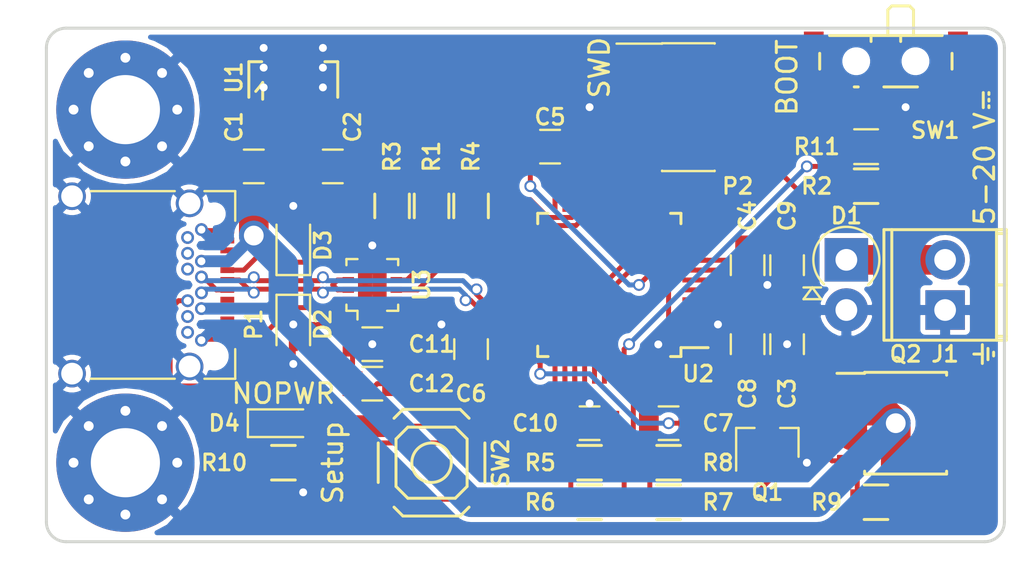
<source format=kicad_pcb>
(kicad_pcb (version 4) (host pcbnew 4.0.5)

  (general
    (links 121)
    (no_connects 0)
    (area 79.065 55.414999 131.000001 84.279048)
    (thickness 1.6)
    (drawings 10)
    (tracks 392)
    (zones 0)
    (modules 39)
    (nets 65)
  )

  (page USLetter)
  (title_block
    (title "PD Buddy")
    (rev 0.2)
  )

  (layers
    (0 F.Cu signal)
    (31 B.Cu signal)
    (32 B.Adhes user)
    (33 F.Adhes user)
    (34 B.Paste user)
    (35 F.Paste user)
    (36 B.SilkS user)
    (37 F.SilkS user)
    (38 B.Mask user)
    (39 F.Mask user)
    (40 Dwgs.User user)
    (41 Cmts.User user)
    (42 Eco1.User user)
    (43 Eco2.User user)
    (44 Edge.Cuts user)
    (45 Margin user)
    (46 B.CrtYd user)
    (47 F.CrtYd user)
    (48 B.Fab user)
    (49 F.Fab user)
  )

  (setup
    (last_trace_width 0.25)
    (trace_clearance 0.16)
    (zone_clearance 0.254)
    (zone_45_only no)
    (trace_min 0.2)
    (segment_width 0.2)
    (edge_width 0.15)
    (via_size 0.6)
    (via_drill 0.4)
    (via_min_size 0.4)
    (via_min_drill 0.3)
    (uvia_size 0.3)
    (uvia_drill 0.1)
    (uvias_allowed no)
    (uvia_min_size 0.2)
    (uvia_min_drill 0.1)
    (pcb_text_width 0.3)
    (pcb_text_size 1.5 1.5)
    (mod_edge_width 0.15)
    (mod_text_size 0.8 0.8)
    (mod_text_width 0.15)
    (pad_size 1.524 1.524)
    (pad_drill 0.762)
    (pad_to_mask_clearance 0.125)
    (aux_axis_origin 0 0)
    (grid_origin 90 70)
    (visible_elements FFFFFF7F)
    (pcbplotparams
      (layerselection 0x00030_80000001)
      (usegerberextensions false)
      (excludeedgelayer true)
      (linewidth 0.100000)
      (plotframeref false)
      (viasonmask false)
      (mode 1)
      (useauxorigin false)
      (hpglpennumber 1)
      (hpglpenspeed 20)
      (hpglpendiameter 15)
      (hpglpenoverlay 2)
      (psnegative false)
      (psa4output false)
      (plotreference true)
      (plotvalue true)
      (plotinvisibletext false)
      (padsonsilk false)
      (subtractmaskfromsilk false)
      (outputformat 1)
      (mirror false)
      (drillshape 1)
      (scaleselection 1)
      (outputdirectory ""))
  )

  (net 0 "")
  (net 1 VBUS)
  (net 2 GND)
  (net 3 +3V3)
  (net 4 /Microcontroller/nRST)
  (net 5 "Net-(D1-Pad1)")
  (net 6 "/PD PHY/CC2")
  (net 7 "/PD PHY/CC1")
  (net 8 "Net-(P1-PadB8)")
  (net 9 "Net-(P1-PadB3)")
  (net 10 "Net-(P1-PadB10)")
  (net 11 "Net-(P1-PadB2)")
  (net 12 "Net-(P1-PadB11)")
  (net 13 "Net-(P1-PadA2)")
  (net 14 "Net-(P1-PadA3)")
  (net 15 "Net-(P1-PadA10)")
  (net 16 "Net-(P1-PadA8)")
  (net 17 "Net-(P1-PadA11)")
  (net 18 /Microcontroller/SWDIO)
  (net 19 /Microcontroller/SWCLK)
  (net 20 "Net-(P2-Pad6)")
  (net 21 "Net-(P2-Pad7)")
  (net 22 "Net-(P2-Pad8)")
  (net 23 "Net-(Q1-Pad1)")
  (net 24 /Microcontroller/INT_N)
  (net 25 "Net-(R2-Pad1)")
  (net 26 /Microcontroller/SCL)
  (net 27 /Microcontroller/SDA)
  (net 28 "Net-(R5-Pad1)")
  (net 29 /Microcontroller/OUT_CTRL)
  (net 30 "Net-(U2-Pad2)")
  (net 31 "Net-(U2-Pad3)")
  (net 32 "Net-(U2-Pad4)")
  (net 33 "Net-(U2-Pad5)")
  (net 34 "Net-(U2-Pad6)")
  (net 35 "Net-(U2-Pad10)")
  (net 36 "Net-(U2-Pad11)")
  (net 37 "Net-(U2-Pad12)")
  (net 38 "Net-(U2-Pad13)")
  (net 39 "Net-(U2-Pad14)")
  (net 40 "Net-(U2-Pad15)")
  (net 41 "Net-(U2-Pad16)")
  (net 42 "Net-(U2-Pad17)")
  (net 43 "Net-(U2-Pad18)")
  (net 44 "Net-(U2-Pad19)")
  (net 45 "Net-(U2-Pad20)")
  (net 46 "Net-(U2-Pad26)")
  (net 47 "Net-(U2-Pad27)")
  (net 48 "Net-(U2-Pad28)")
  (net 49 "Net-(U2-Pad29)")
  (net 50 "Net-(U2-Pad30)")
  (net 51 "Net-(U2-Pad40)")
  (net 52 "Net-(U2-Pad46)")
  (net 53 VCONN)
  (net 54 "Net-(D4-Pad1)")
  (net 55 /Microcontroller/D+)
  (net 56 /Microcontroller/D-)
  (net 57 /Microcontroller/SETUP)
  (net 58 /Microcontroller/NOPWR)
  (net 59 "Net-(U2-Pad31)")
  (net 60 "Net-(U2-Pad41)")
  (net 61 "Net-(U2-Pad42)")
  (net 62 "Net-(U2-Pad43)")
  (net 63 "Net-(Q1-Pad3)")
  (net 64 "Net-(R11-Pad1)")

  (net_class Default "This is the default net class."
    (clearance 0.16)
    (trace_width 0.25)
    (via_dia 0.6)
    (via_drill 0.4)
    (uvia_dia 0.3)
    (uvia_drill 0.1)
    (add_net +3V3)
    (add_net /Microcontroller/D+)
    (add_net /Microcontroller/D-)
    (add_net /Microcontroller/INT_N)
    (add_net /Microcontroller/NOPWR)
    (add_net /Microcontroller/OUT_CTRL)
    (add_net /Microcontroller/SCL)
    (add_net /Microcontroller/SDA)
    (add_net /Microcontroller/SETUP)
    (add_net /Microcontroller/SWCLK)
    (add_net /Microcontroller/SWDIO)
    (add_net /Microcontroller/nRST)
    (add_net "/PD PHY/CC1")
    (add_net "/PD PHY/CC2")
    (add_net GND)
    (add_net "Net-(D4-Pad1)")
    (add_net "Net-(P1-PadA10)")
    (add_net "Net-(P1-PadA11)")
    (add_net "Net-(P1-PadA2)")
    (add_net "Net-(P1-PadA3)")
    (add_net "Net-(P1-PadA8)")
    (add_net "Net-(P1-PadB10)")
    (add_net "Net-(P1-PadB11)")
    (add_net "Net-(P1-PadB2)")
    (add_net "Net-(P1-PadB3)")
    (add_net "Net-(P1-PadB8)")
    (add_net "Net-(P2-Pad6)")
    (add_net "Net-(P2-Pad7)")
    (add_net "Net-(P2-Pad8)")
    (add_net "Net-(Q1-Pad1)")
    (add_net "Net-(Q1-Pad3)")
    (add_net "Net-(R11-Pad1)")
    (add_net "Net-(R2-Pad1)")
    (add_net "Net-(R5-Pad1)")
    (add_net "Net-(U2-Pad10)")
    (add_net "Net-(U2-Pad11)")
    (add_net "Net-(U2-Pad12)")
    (add_net "Net-(U2-Pad13)")
    (add_net "Net-(U2-Pad14)")
    (add_net "Net-(U2-Pad15)")
    (add_net "Net-(U2-Pad16)")
    (add_net "Net-(U2-Pad17)")
    (add_net "Net-(U2-Pad18)")
    (add_net "Net-(U2-Pad19)")
    (add_net "Net-(U2-Pad2)")
    (add_net "Net-(U2-Pad20)")
    (add_net "Net-(U2-Pad26)")
    (add_net "Net-(U2-Pad27)")
    (add_net "Net-(U2-Pad28)")
    (add_net "Net-(U2-Pad29)")
    (add_net "Net-(U2-Pad3)")
    (add_net "Net-(U2-Pad30)")
    (add_net "Net-(U2-Pad31)")
    (add_net "Net-(U2-Pad4)")
    (add_net "Net-(U2-Pad40)")
    (add_net "Net-(U2-Pad41)")
    (add_net "Net-(U2-Pad42)")
    (add_net "Net-(U2-Pad43)")
    (add_net "Net-(U2-Pad46)")
    (add_net "Net-(U2-Pad5)")
    (add_net "Net-(U2-Pad6)")
    (add_net VCONN)
  )

  (net_class Power ""
    (clearance 0.16)
    (trace_width 1.5)
    (via_dia 1.5)
    (via_drill 1)
    (uvia_dia 0.3)
    (uvia_drill 0.1)
    (add_net "Net-(D1-Pad1)")
    (add_net VBUS)
  )

  (net_class Power_Small ""
    (clearance 0.16)
    (trace_width 0.6)
    (via_dia 0.6)
    (via_drill 0.4)
    (uvia_dia 0.3)
    (uvia_drill 0.1)
  )

  (module Resistors_SMD:R_0805 (layer F.Cu) (tedit 58307B54) (tstamp 5892662D)
    (at 123 65)
    (descr "Resistor SMD 0805, reflow soldering, Vishay (see dcrcw.pdf)")
    (tags "resistor 0805")
    (path /588FD270/5890164A)
    (attr smd)
    (fp_text reference R2 (at -2.5 0) (layer F.SilkS)
      (effects (font (size 0.8 0.8) (thickness 0.15)))
    )
    (fp_text value 10kΩ (at 0 2.1) (layer F.Fab)
      (effects (font (size 1 1) (thickness 0.15)))
    )
    (fp_line (start -1 0.625) (end -1 -0.625) (layer F.Fab) (width 0.1))
    (fp_line (start 1 0.625) (end -1 0.625) (layer F.Fab) (width 0.1))
    (fp_line (start 1 -0.625) (end 1 0.625) (layer F.Fab) (width 0.1))
    (fp_line (start -1 -0.625) (end 1 -0.625) (layer F.Fab) (width 0.1))
    (fp_line (start -1.6 -1) (end 1.6 -1) (layer F.CrtYd) (width 0.05))
    (fp_line (start -1.6 1) (end 1.6 1) (layer F.CrtYd) (width 0.05))
    (fp_line (start -1.6 -1) (end -1.6 1) (layer F.CrtYd) (width 0.05))
    (fp_line (start 1.6 -1) (end 1.6 1) (layer F.CrtYd) (width 0.05))
    (fp_line (start 0.6 0.875) (end -0.6 0.875) (layer F.SilkS) (width 0.15))
    (fp_line (start -0.6 -0.875) (end 0.6 -0.875) (layer F.SilkS) (width 0.15))
    (pad 1 smd rect (at -0.95 0) (size 0.7 1.3) (layers F.Cu F.Paste F.Mask)
      (net 25 "Net-(R2-Pad1)"))
    (pad 2 smd rect (at 0.95 0) (size 0.7 1.3) (layers F.Cu F.Paste F.Mask)
      (net 64 "Net-(R11-Pad1)"))
    (model Resistors_SMD.3dshapes/R_0805.wrl
      (at (xyz 0 0 0))
      (scale (xyz 1 1 1))
      (rotate (xyz 0 0 0))
    )
  )

  (module Resistors_SMD:R_0805 (layer F.Cu) (tedit 58AADA8F) (tstamp 58B99806)
    (at 123 63)
    (descr "Resistor SMD 0805, reflow soldering, Vishay (see dcrcw.pdf)")
    (tags "resistor 0805")
    (path /588FD270/58B995CE)
    (attr smd)
    (fp_text reference R11 (at -2.5 0) (layer F.SilkS)
      (effects (font (size 0.8 0.8) (thickness 0.15)))
    )
    (fp_text value 0Ω (at 0 1.75) (layer F.Fab)
      (effects (font (size 1 1) (thickness 0.15)))
    )
    (fp_text user %R (at 0 -1.65) (layer F.Fab)
      (effects (font (size 1 1) (thickness 0.15)))
    )
    (fp_line (start -1 0.62) (end -1 -0.62) (layer F.Fab) (width 0.1))
    (fp_line (start 1 0.62) (end -1 0.62) (layer F.Fab) (width 0.1))
    (fp_line (start 1 -0.62) (end 1 0.62) (layer F.Fab) (width 0.1))
    (fp_line (start -1 -0.62) (end 1 -0.62) (layer F.Fab) (width 0.1))
    (fp_line (start 0.6 0.88) (end -0.6 0.88) (layer F.SilkS) (width 0.12))
    (fp_line (start -0.6 -0.88) (end 0.6 -0.88) (layer F.SilkS) (width 0.12))
    (fp_line (start -1.55 -0.9) (end 1.55 -0.9) (layer F.CrtYd) (width 0.05))
    (fp_line (start -1.55 -0.9) (end -1.55 0.9) (layer F.CrtYd) (width 0.05))
    (fp_line (start 1.55 0.9) (end 1.55 -0.9) (layer F.CrtYd) (width 0.05))
    (fp_line (start 1.55 0.9) (end -1.55 0.9) (layer F.CrtYd) (width 0.05))
    (pad 1 smd rect (at -0.95 0) (size 0.7 1.3) (layers F.Cu F.Paste F.Mask)
      (net 64 "Net-(R11-Pad1)"))
    (pad 2 smd rect (at 0.95 0) (size 0.7 1.3) (layers F.Cu F.Paste F.Mask)
      (net 2 GND))
    (model Resistors_SMD.3dshapes/R_0805.wrl
      (at (xyz 0 0 0))
      (scale (xyz 1 1 1))
      (rotate (xyz 0 0 0))
    )
  )

  (module Resistors_SMD:R_0805 (layer F.Cu) (tedit 58307B54) (tstamp 5892BF24)
    (at 93.5 79)
    (descr "Resistor SMD 0805, reflow soldering, Vishay (see dcrcw.pdf)")
    (tags "resistor 0805")
    (path /588FD270/5893124B)
    (attr smd)
    (fp_text reference R10 (at -3 0) (layer F.SilkS)
      (effects (font (size 0.8 0.8) (thickness 0.15)))
    )
    (fp_text value 300Ω (at 0 2.1) (layer F.Fab)
      (effects (font (size 1 1) (thickness 0.15)))
    )
    (fp_line (start -1 0.625) (end -1 -0.625) (layer F.Fab) (width 0.1))
    (fp_line (start 1 0.625) (end -1 0.625) (layer F.Fab) (width 0.1))
    (fp_line (start 1 -0.625) (end 1 0.625) (layer F.Fab) (width 0.1))
    (fp_line (start -1 -0.625) (end 1 -0.625) (layer F.Fab) (width 0.1))
    (fp_line (start -1.6 -1) (end 1.6 -1) (layer F.CrtYd) (width 0.05))
    (fp_line (start -1.6 1) (end 1.6 1) (layer F.CrtYd) (width 0.05))
    (fp_line (start -1.6 -1) (end -1.6 1) (layer F.CrtYd) (width 0.05))
    (fp_line (start 1.6 -1) (end 1.6 1) (layer F.CrtYd) (width 0.05))
    (fp_line (start 0.6 0.875) (end -0.6 0.875) (layer F.SilkS) (width 0.15))
    (fp_line (start -0.6 -0.875) (end 0.6 -0.875) (layer F.SilkS) (width 0.15))
    (pad 1 smd rect (at -0.95 0) (size 0.7 1.3) (layers F.Cu F.Paste F.Mask)
      (net 54 "Net-(D4-Pad1)"))
    (pad 2 smd rect (at 0.95 0) (size 0.7 1.3) (layers F.Cu F.Paste F.Mask)
      (net 2 GND))
    (model Resistors_SMD.3dshapes/R_0805.wrl
      (at (xyz 0 0 0))
      (scale (xyz 1 1 1))
      (rotate (xyz 0 0 0))
    )
  )

  (module Resistors_SMD:R_0805 (layer F.Cu) (tedit 58307B54) (tstamp 5892669D)
    (at 123.5 81 180)
    (descr "Resistor SMD 0805, reflow soldering, Vishay (see dcrcw.pdf)")
    (tags "resistor 0805")
    (path /588FA3A4/5892602E)
    (attr smd)
    (fp_text reference R9 (at 2.5 0 180) (layer F.SilkS)
      (effects (font (size 0.8 0.8) (thickness 0.15)))
    )
    (fp_text value 4.7kΩ (at 0 2.1 180) (layer F.Fab)
      (effects (font (size 1 1) (thickness 0.15)))
    )
    (fp_line (start -1 0.625) (end -1 -0.625) (layer F.Fab) (width 0.1))
    (fp_line (start 1 0.625) (end -1 0.625) (layer F.Fab) (width 0.1))
    (fp_line (start 1 -0.625) (end 1 0.625) (layer F.Fab) (width 0.1))
    (fp_line (start -1 -0.625) (end 1 -0.625) (layer F.Fab) (width 0.1))
    (fp_line (start -1.6 -1) (end 1.6 -1) (layer F.CrtYd) (width 0.05))
    (fp_line (start -1.6 1) (end 1.6 1) (layer F.CrtYd) (width 0.05))
    (fp_line (start -1.6 -1) (end -1.6 1) (layer F.CrtYd) (width 0.05))
    (fp_line (start 1.6 -1) (end 1.6 1) (layer F.CrtYd) (width 0.05))
    (fp_line (start 0.6 0.875) (end -0.6 0.875) (layer F.SilkS) (width 0.15))
    (fp_line (start -0.6 -0.875) (end 0.6 -0.875) (layer F.SilkS) (width 0.15))
    (pad 1 smd rect (at -0.95 0 180) (size 0.7 1.3) (layers F.Cu F.Paste F.Mask)
      (net 1 VBUS))
    (pad 2 smd rect (at 0.95 0 180) (size 0.7 1.3) (layers F.Cu F.Paste F.Mask)
      (net 63 "Net-(Q1-Pad3)"))
    (model Resistors_SMD.3dshapes/R_0805.wrl
      (at (xyz 0 0 0))
      (scale (xyz 1 1 1))
      (rotate (xyz 0 0 0))
    )
  )

  (module Resistors_SMD:R_0805 (layer F.Cu) (tedit 58307B54) (tstamp 5892668D)
    (at 113 79)
    (descr "Resistor SMD 0805, reflow soldering, Vishay (see dcrcw.pdf)")
    (tags "resistor 0805")
    (path /588FA3A4/58926842)
    (attr smd)
    (fp_text reference R8 (at 2.5 0) (layer F.SilkS)
      (effects (font (size 0.8 0.8) (thickness 0.15)))
    )
    (fp_text value 2kΩ (at 0 2.1) (layer F.Fab)
      (effects (font (size 1 1) (thickness 0.15)))
    )
    (fp_line (start -1 0.625) (end -1 -0.625) (layer F.Fab) (width 0.1))
    (fp_line (start 1 0.625) (end -1 0.625) (layer F.Fab) (width 0.1))
    (fp_line (start 1 -0.625) (end 1 0.625) (layer F.Fab) (width 0.1))
    (fp_line (start -1 -0.625) (end 1 -0.625) (layer F.Fab) (width 0.1))
    (fp_line (start -1.6 -1) (end 1.6 -1) (layer F.CrtYd) (width 0.05))
    (fp_line (start -1.6 1) (end 1.6 1) (layer F.CrtYd) (width 0.05))
    (fp_line (start -1.6 -1) (end -1.6 1) (layer F.CrtYd) (width 0.05))
    (fp_line (start 1.6 -1) (end 1.6 1) (layer F.CrtYd) (width 0.05))
    (fp_line (start 0.6 0.875) (end -0.6 0.875) (layer F.SilkS) (width 0.15))
    (fp_line (start -0.6 -0.875) (end 0.6 -0.875) (layer F.SilkS) (width 0.15))
    (pad 1 smd rect (at -0.95 0) (size 0.7 1.3) (layers F.Cu F.Paste F.Mask)
      (net 29 /Microcontroller/OUT_CTRL))
    (pad 2 smd rect (at 0.95 0) (size 0.7 1.3) (layers F.Cu F.Paste F.Mask)
      (net 23 "Net-(Q1-Pad1)"))
    (model Resistors_SMD.3dshapes/R_0805.wrl
      (at (xyz 0 0 0))
      (scale (xyz 1 1 1))
      (rotate (xyz 0 0 0))
    )
  )

  (module Resistors_SMD:R_0805 (layer F.Cu) (tedit 58307B54) (tstamp 5892667D)
    (at 113 81)
    (descr "Resistor SMD 0805, reflow soldering, Vishay (see dcrcw.pdf)")
    (tags "resistor 0805")
    (path /588FA3A4/58926F23)
    (attr smd)
    (fp_text reference R7 (at 2.5 0) (layer F.SilkS)
      (effects (font (size 0.8 0.8) (thickness 0.15)))
    )
    (fp_text value 10kΩ (at 0 2.1) (layer F.Fab)
      (effects (font (size 1 1) (thickness 0.15)))
    )
    (fp_line (start -1 0.625) (end -1 -0.625) (layer F.Fab) (width 0.1))
    (fp_line (start 1 0.625) (end -1 0.625) (layer F.Fab) (width 0.1))
    (fp_line (start 1 -0.625) (end 1 0.625) (layer F.Fab) (width 0.1))
    (fp_line (start -1 -0.625) (end 1 -0.625) (layer F.Fab) (width 0.1))
    (fp_line (start -1.6 -1) (end 1.6 -1) (layer F.CrtYd) (width 0.05))
    (fp_line (start -1.6 1) (end 1.6 1) (layer F.CrtYd) (width 0.05))
    (fp_line (start -1.6 -1) (end -1.6 1) (layer F.CrtYd) (width 0.05))
    (fp_line (start 1.6 -1) (end 1.6 1) (layer F.CrtYd) (width 0.05))
    (fp_line (start 0.6 0.875) (end -0.6 0.875) (layer F.SilkS) (width 0.15))
    (fp_line (start -0.6 -0.875) (end 0.6 -0.875) (layer F.SilkS) (width 0.15))
    (pad 1 smd rect (at -0.95 0) (size 0.7 1.3) (layers F.Cu F.Paste F.Mask)
      (net 29 /Microcontroller/OUT_CTRL))
    (pad 2 smd rect (at 0.95 0) (size 0.7 1.3) (layers F.Cu F.Paste F.Mask)
      (net 2 GND))
    (model Resistors_SMD.3dshapes/R_0805.wrl
      (at (xyz 0 0 0))
      (scale (xyz 1 1 1))
      (rotate (xyz 0 0 0))
    )
  )

  (module Resistors_SMD:R_0805 (layer F.Cu) (tedit 58307B54) (tstamp 5892666D)
    (at 109 81)
    (descr "Resistor SMD 0805, reflow soldering, Vishay (see dcrcw.pdf)")
    (tags "resistor 0805")
    (path /588FD270/589286AA)
    (attr smd)
    (fp_text reference R6 (at -2.5 0) (layer F.SilkS)
      (effects (font (size 0.8 0.8) (thickness 0.15)))
    )
    (fp_text value 10kΩ (at 0 2.1) (layer F.Fab)
      (effects (font (size 1 1) (thickness 0.15)))
    )
    (fp_line (start -1 0.625) (end -1 -0.625) (layer F.Fab) (width 0.1))
    (fp_line (start 1 0.625) (end -1 0.625) (layer F.Fab) (width 0.1))
    (fp_line (start 1 -0.625) (end 1 0.625) (layer F.Fab) (width 0.1))
    (fp_line (start -1 -0.625) (end 1 -0.625) (layer F.Fab) (width 0.1))
    (fp_line (start -1.6 -1) (end 1.6 -1) (layer F.CrtYd) (width 0.05))
    (fp_line (start -1.6 1) (end 1.6 1) (layer F.CrtYd) (width 0.05))
    (fp_line (start -1.6 -1) (end -1.6 1) (layer F.CrtYd) (width 0.05))
    (fp_line (start 1.6 -1) (end 1.6 1) (layer F.CrtYd) (width 0.05))
    (fp_line (start 0.6 0.875) (end -0.6 0.875) (layer F.SilkS) (width 0.15))
    (fp_line (start -0.6 -0.875) (end 0.6 -0.875) (layer F.SilkS) (width 0.15))
    (pad 1 smd rect (at -0.95 0) (size 0.7 1.3) (layers F.Cu F.Paste F.Mask)
      (net 28 "Net-(R5-Pad1)"))
    (pad 2 smd rect (at 0.95 0) (size 0.7 1.3) (layers F.Cu F.Paste F.Mask)
      (net 2 GND))
    (model Resistors_SMD.3dshapes/R_0805.wrl
      (at (xyz 0 0 0))
      (scale (xyz 1 1 1))
      (rotate (xyz 0 0 0))
    )
  )

  (module Resistors_SMD:R_0805 (layer F.Cu) (tedit 58307B54) (tstamp 5892665D)
    (at 109 79)
    (descr "Resistor SMD 0805, reflow soldering, Vishay (see dcrcw.pdf)")
    (tags "resistor 0805")
    (path /588FD270/5892828B)
    (attr smd)
    (fp_text reference R5 (at -2.5 0) (layer F.SilkS)
      (effects (font (size 0.8 0.8) (thickness 0.15)))
    )
    (fp_text value 10kΩ (at 0 2.1) (layer F.Fab)
      (effects (font (size 1 1) (thickness 0.15)))
    )
    (fp_line (start -1 0.625) (end -1 -0.625) (layer F.Fab) (width 0.1))
    (fp_line (start 1 0.625) (end -1 0.625) (layer F.Fab) (width 0.1))
    (fp_line (start 1 -0.625) (end 1 0.625) (layer F.Fab) (width 0.1))
    (fp_line (start -1 -0.625) (end 1 -0.625) (layer F.Fab) (width 0.1))
    (fp_line (start -1.6 -1) (end 1.6 -1) (layer F.CrtYd) (width 0.05))
    (fp_line (start -1.6 1) (end 1.6 1) (layer F.CrtYd) (width 0.05))
    (fp_line (start -1.6 -1) (end -1.6 1) (layer F.CrtYd) (width 0.05))
    (fp_line (start 1.6 -1) (end 1.6 1) (layer F.CrtYd) (width 0.05))
    (fp_line (start 0.6 0.875) (end -0.6 0.875) (layer F.SilkS) (width 0.15))
    (fp_line (start -0.6 -0.875) (end 0.6 -0.875) (layer F.SilkS) (width 0.15))
    (pad 1 smd rect (at -0.95 0) (size 0.7 1.3) (layers F.Cu F.Paste F.Mask)
      (net 28 "Net-(R5-Pad1)"))
    (pad 2 smd rect (at 0.95 0) (size 0.7 1.3) (layers F.Cu F.Paste F.Mask)
      (net 57 /Microcontroller/SETUP))
    (model Resistors_SMD.3dshapes/R_0805.wrl
      (at (xyz 0 0 0))
      (scale (xyz 1 1 1))
      (rotate (xyz 0 0 0))
    )
  )

  (module Resistors_SMD:R_0805 (layer F.Cu) (tedit 58307B54) (tstamp 5892664D)
    (at 103 66 90)
    (descr "Resistor SMD 0805, reflow soldering, Vishay (see dcrcw.pdf)")
    (tags "resistor 0805")
    (path /588FD270/589246A0)
    (attr smd)
    (fp_text reference R4 (at 2.5 0 90) (layer F.SilkS)
      (effects (font (size 0.8 0.8) (thickness 0.15)))
    )
    (fp_text value 2kΩ (at 0 2.1 90) (layer F.Fab)
      (effects (font (size 1 1) (thickness 0.15)))
    )
    (fp_line (start -1 0.625) (end -1 -0.625) (layer F.Fab) (width 0.1))
    (fp_line (start 1 0.625) (end -1 0.625) (layer F.Fab) (width 0.1))
    (fp_line (start 1 -0.625) (end 1 0.625) (layer F.Fab) (width 0.1))
    (fp_line (start -1 -0.625) (end 1 -0.625) (layer F.Fab) (width 0.1))
    (fp_line (start -1.6 -1) (end 1.6 -1) (layer F.CrtYd) (width 0.05))
    (fp_line (start -1.6 1) (end 1.6 1) (layer F.CrtYd) (width 0.05))
    (fp_line (start -1.6 -1) (end -1.6 1) (layer F.CrtYd) (width 0.05))
    (fp_line (start 1.6 -1) (end 1.6 1) (layer F.CrtYd) (width 0.05))
    (fp_line (start 0.6 0.875) (end -0.6 0.875) (layer F.SilkS) (width 0.15))
    (fp_line (start -0.6 -0.875) (end 0.6 -0.875) (layer F.SilkS) (width 0.15))
    (pad 1 smd rect (at -0.95 0 90) (size 0.7 1.3) (layers F.Cu F.Paste F.Mask)
      (net 24 /Microcontroller/INT_N))
    (pad 2 smd rect (at 0.95 0 90) (size 0.7 1.3) (layers F.Cu F.Paste F.Mask)
      (net 3 +3V3))
    (model Resistors_SMD.3dshapes/R_0805.wrl
      (at (xyz 0 0 0))
      (scale (xyz 1 1 1))
      (rotate (xyz 0 0 0))
    )
  )

  (module Resistors_SMD:R_0805 (layer F.Cu) (tedit 58307B54) (tstamp 5892663D)
    (at 99 66 90)
    (descr "Resistor SMD 0805, reflow soldering, Vishay (see dcrcw.pdf)")
    (tags "resistor 0805")
    (path /588FD270/58924737)
    (attr smd)
    (fp_text reference R3 (at 2.5 0 90) (layer F.SilkS)
      (effects (font (size 0.8 0.8) (thickness 0.15)))
    )
    (fp_text value 2kΩ (at 0 2.1 90) (layer F.Fab)
      (effects (font (size 1 1) (thickness 0.15)))
    )
    (fp_line (start -1 0.625) (end -1 -0.625) (layer F.Fab) (width 0.1))
    (fp_line (start 1 0.625) (end -1 0.625) (layer F.Fab) (width 0.1))
    (fp_line (start 1 -0.625) (end 1 0.625) (layer F.Fab) (width 0.1))
    (fp_line (start -1 -0.625) (end 1 -0.625) (layer F.Fab) (width 0.1))
    (fp_line (start -1.6 -1) (end 1.6 -1) (layer F.CrtYd) (width 0.05))
    (fp_line (start -1.6 1) (end 1.6 1) (layer F.CrtYd) (width 0.05))
    (fp_line (start -1.6 -1) (end -1.6 1) (layer F.CrtYd) (width 0.05))
    (fp_line (start 1.6 -1) (end 1.6 1) (layer F.CrtYd) (width 0.05))
    (fp_line (start 0.6 0.875) (end -0.6 0.875) (layer F.SilkS) (width 0.15))
    (fp_line (start -0.6 -0.875) (end 0.6 -0.875) (layer F.SilkS) (width 0.15))
    (pad 1 smd rect (at -0.95 0 90) (size 0.7 1.3) (layers F.Cu F.Paste F.Mask)
      (net 27 /Microcontroller/SDA))
    (pad 2 smd rect (at 0.95 0 90) (size 0.7 1.3) (layers F.Cu F.Paste F.Mask)
      (net 3 +3V3))
    (model Resistors_SMD.3dshapes/R_0805.wrl
      (at (xyz 0 0 0))
      (scale (xyz 1 1 1))
      (rotate (xyz 0 0 0))
    )
  )

  (module Resistors_SMD:R_0805 (layer F.Cu) (tedit 58307B54) (tstamp 5892661D)
    (at 101 66 90)
    (descr "Resistor SMD 0805, reflow soldering, Vishay (see dcrcw.pdf)")
    (tags "resistor 0805")
    (path /588FD270/5892476F)
    (attr smd)
    (fp_text reference R1 (at 2.5 0 90) (layer F.SilkS)
      (effects (font (size 0.8 0.8) (thickness 0.15)))
    )
    (fp_text value 2kΩ (at 0 2.1 90) (layer F.Fab)
      (effects (font (size 1 1) (thickness 0.15)))
    )
    (fp_line (start -1 0.625) (end -1 -0.625) (layer F.Fab) (width 0.1))
    (fp_line (start 1 0.625) (end -1 0.625) (layer F.Fab) (width 0.1))
    (fp_line (start 1 -0.625) (end 1 0.625) (layer F.Fab) (width 0.1))
    (fp_line (start -1 -0.625) (end 1 -0.625) (layer F.Fab) (width 0.1))
    (fp_line (start -1.6 -1) (end 1.6 -1) (layer F.CrtYd) (width 0.05))
    (fp_line (start -1.6 1) (end 1.6 1) (layer F.CrtYd) (width 0.05))
    (fp_line (start -1.6 -1) (end -1.6 1) (layer F.CrtYd) (width 0.05))
    (fp_line (start 1.6 -1) (end 1.6 1) (layer F.CrtYd) (width 0.05))
    (fp_line (start 0.6 0.875) (end -0.6 0.875) (layer F.SilkS) (width 0.15))
    (fp_line (start -0.6 -0.875) (end 0.6 -0.875) (layer F.SilkS) (width 0.15))
    (pad 1 smd rect (at -0.95 0 90) (size 0.7 1.3) (layers F.Cu F.Paste F.Mask)
      (net 26 /Microcontroller/SCL))
    (pad 2 smd rect (at 0.95 0 90) (size 0.7 1.3) (layers F.Cu F.Paste F.Mask)
      (net 3 +3V3))
    (model Resistors_SMD.3dshapes/R_0805.wrl
      (at (xyz 0 0 0))
      (scale (xyz 1 1 1))
      (rotate (xyz 0 0 0))
    )
  )

  (module Capacitors_SMD:C_0805 (layer F.Cu) (tedit 5415D6EA) (tstamp 5892646D)
    (at 92 64)
    (descr "Capacitor SMD 0805, reflow soldering, AVX (see smccp.pdf)")
    (tags "capacitor 0805")
    (path /588F9A21/588FA3EC)
    (attr smd)
    (fp_text reference C1 (at -1 -2 90) (layer F.SilkS)
      (effects (font (size 0.8 0.8) (thickness 0.15)))
    )
    (fp_text value 1.0μF (at 0 2.1) (layer F.Fab)
      (effects (font (size 1 1) (thickness 0.15)))
    )
    (fp_line (start -1 0.625) (end -1 -0.625) (layer F.Fab) (width 0.1))
    (fp_line (start 1 0.625) (end -1 0.625) (layer F.Fab) (width 0.1))
    (fp_line (start 1 -0.625) (end 1 0.625) (layer F.Fab) (width 0.1))
    (fp_line (start -1 -0.625) (end 1 -0.625) (layer F.Fab) (width 0.1))
    (fp_line (start -1.8 -1) (end 1.8 -1) (layer F.CrtYd) (width 0.05))
    (fp_line (start -1.8 1) (end 1.8 1) (layer F.CrtYd) (width 0.05))
    (fp_line (start -1.8 -1) (end -1.8 1) (layer F.CrtYd) (width 0.05))
    (fp_line (start 1.8 -1) (end 1.8 1) (layer F.CrtYd) (width 0.05))
    (fp_line (start 0.5 -0.85) (end -0.5 -0.85) (layer F.SilkS) (width 0.12))
    (fp_line (start -0.5 0.85) (end 0.5 0.85) (layer F.SilkS) (width 0.12))
    (pad 1 smd rect (at -1 0) (size 1 1.25) (layers F.Cu F.Paste F.Mask)
      (net 1 VBUS))
    (pad 2 smd rect (at 1 0) (size 1 1.25) (layers F.Cu F.Paste F.Mask)
      (net 2 GND))
    (model Capacitors_SMD.3dshapes/C_0805.wrl
      (at (xyz 0 0 0))
      (scale (xyz 1 1 1))
      (rotate (xyz 0 0 0))
    )
  )

  (module Capacitors_SMD:C_0805 (layer F.Cu) (tedit 5415D6EA) (tstamp 5892647D)
    (at 96 64 180)
    (descr "Capacitor SMD 0805, reflow soldering, AVX (see smccp.pdf)")
    (tags "capacitor 0805")
    (path /588F9A21/588FA3E5)
    (attr smd)
    (fp_text reference C2 (at -1 2 270) (layer F.SilkS)
      (effects (font (size 0.8 0.8) (thickness 0.15)))
    )
    (fp_text value 2.2μF (at 0 2.1 180) (layer F.Fab)
      (effects (font (size 1 1) (thickness 0.15)))
    )
    (fp_line (start -1 0.625) (end -1 -0.625) (layer F.Fab) (width 0.1))
    (fp_line (start 1 0.625) (end -1 0.625) (layer F.Fab) (width 0.1))
    (fp_line (start 1 -0.625) (end 1 0.625) (layer F.Fab) (width 0.1))
    (fp_line (start -1 -0.625) (end 1 -0.625) (layer F.Fab) (width 0.1))
    (fp_line (start -1.8 -1) (end 1.8 -1) (layer F.CrtYd) (width 0.05))
    (fp_line (start -1.8 1) (end 1.8 1) (layer F.CrtYd) (width 0.05))
    (fp_line (start -1.8 -1) (end -1.8 1) (layer F.CrtYd) (width 0.05))
    (fp_line (start 1.8 -1) (end 1.8 1) (layer F.CrtYd) (width 0.05))
    (fp_line (start 0.5 -0.85) (end -0.5 -0.85) (layer F.SilkS) (width 0.12))
    (fp_line (start -0.5 0.85) (end 0.5 0.85) (layer F.SilkS) (width 0.12))
    (pad 1 smd rect (at -1 0 180) (size 1 1.25) (layers F.Cu F.Paste F.Mask)
      (net 3 +3V3))
    (pad 2 smd rect (at 1 0 180) (size 1 1.25) (layers F.Cu F.Paste F.Mask)
      (net 2 GND))
    (model Capacitors_SMD.3dshapes/C_0805.wrl
      (at (xyz 0 0 0))
      (scale (xyz 1 1 1))
      (rotate (xyz 0 0 0))
    )
  )

  (module Capacitors_SMD:C_0805 (layer F.Cu) (tedit 5415D6EA) (tstamp 5892648D)
    (at 119 73 90)
    (descr "Capacitor SMD 0805, reflow soldering, AVX (see smccp.pdf)")
    (tags "capacitor 0805")
    (path /588FD270/58915349)
    (attr smd)
    (fp_text reference C3 (at -2.5 0 90) (layer F.SilkS)
      (effects (font (size 0.8 0.8) (thickness 0.15)))
    )
    (fp_text value 0.1μF (at 0 2.1 90) (layer F.Fab)
      (effects (font (size 1 1) (thickness 0.15)))
    )
    (fp_line (start -1 0.625) (end -1 -0.625) (layer F.Fab) (width 0.1))
    (fp_line (start 1 0.625) (end -1 0.625) (layer F.Fab) (width 0.1))
    (fp_line (start 1 -0.625) (end 1 0.625) (layer F.Fab) (width 0.1))
    (fp_line (start -1 -0.625) (end 1 -0.625) (layer F.Fab) (width 0.1))
    (fp_line (start -1.8 -1) (end 1.8 -1) (layer F.CrtYd) (width 0.05))
    (fp_line (start -1.8 1) (end 1.8 1) (layer F.CrtYd) (width 0.05))
    (fp_line (start -1.8 -1) (end -1.8 1) (layer F.CrtYd) (width 0.05))
    (fp_line (start 1.8 -1) (end 1.8 1) (layer F.CrtYd) (width 0.05))
    (fp_line (start 0.5 -0.85) (end -0.5 -0.85) (layer F.SilkS) (width 0.12))
    (fp_line (start -0.5 0.85) (end 0.5 0.85) (layer F.SilkS) (width 0.12))
    (pad 1 smd rect (at -1 0 90) (size 1 1.25) (layers F.Cu F.Paste F.Mask)
      (net 2 GND))
    (pad 2 smd rect (at 1 0 90) (size 1 1.25) (layers F.Cu F.Paste F.Mask)
      (net 4 /Microcontroller/nRST))
    (model Capacitors_SMD.3dshapes/C_0805.wrl
      (at (xyz 0 0 0))
      (scale (xyz 1 1 1))
      (rotate (xyz 0 0 0))
    )
  )

  (module Capacitors_SMD:C_0805 (layer F.Cu) (tedit 5415D6EA) (tstamp 5892649D)
    (at 117 69 270)
    (descr "Capacitor SMD 0805, reflow soldering, AVX (see smccp.pdf)")
    (tags "capacitor 0805")
    (path /588FD270/58916B45)
    (attr smd)
    (fp_text reference C4 (at -2.5 0 270) (layer F.SilkS)
      (effects (font (size 0.8 0.8) (thickness 0.15)))
    )
    (fp_text value 0.1μF (at 0 2.1 270) (layer F.Fab)
      (effects (font (size 1 1) (thickness 0.15)))
    )
    (fp_line (start -1 0.625) (end -1 -0.625) (layer F.Fab) (width 0.1))
    (fp_line (start 1 0.625) (end -1 0.625) (layer F.Fab) (width 0.1))
    (fp_line (start 1 -0.625) (end 1 0.625) (layer F.Fab) (width 0.1))
    (fp_line (start -1 -0.625) (end 1 -0.625) (layer F.Fab) (width 0.1))
    (fp_line (start -1.8 -1) (end 1.8 -1) (layer F.CrtYd) (width 0.05))
    (fp_line (start -1.8 1) (end 1.8 1) (layer F.CrtYd) (width 0.05))
    (fp_line (start -1.8 -1) (end -1.8 1) (layer F.CrtYd) (width 0.05))
    (fp_line (start 1.8 -1) (end 1.8 1) (layer F.CrtYd) (width 0.05))
    (fp_line (start 0.5 -0.85) (end -0.5 -0.85) (layer F.SilkS) (width 0.12))
    (fp_line (start -0.5 0.85) (end 0.5 0.85) (layer F.SilkS) (width 0.12))
    (pad 1 smd rect (at -1 0 270) (size 1 1.25) (layers F.Cu F.Paste F.Mask)
      (net 3 +3V3))
    (pad 2 smd rect (at 1 0 270) (size 1 1.25) (layers F.Cu F.Paste F.Mask)
      (net 2 GND))
    (model Capacitors_SMD.3dshapes/C_0805.wrl
      (at (xyz 0 0 0))
      (scale (xyz 1 1 1))
      (rotate (xyz 0 0 0))
    )
  )

  (module Capacitors_SMD:C_0805 (layer F.Cu) (tedit 5415D6EA) (tstamp 589264AD)
    (at 107 63)
    (descr "Capacitor SMD 0805, reflow soldering, AVX (see smccp.pdf)")
    (tags "capacitor 0805")
    (path /588FD270/58916CE3)
    (attr smd)
    (fp_text reference C5 (at 0 -1.5) (layer F.SilkS)
      (effects (font (size 0.8 0.8) (thickness 0.15)))
    )
    (fp_text value 0.1μF (at 0 2.1) (layer F.Fab)
      (effects (font (size 1 1) (thickness 0.15)))
    )
    (fp_line (start -1 0.625) (end -1 -0.625) (layer F.Fab) (width 0.1))
    (fp_line (start 1 0.625) (end -1 0.625) (layer F.Fab) (width 0.1))
    (fp_line (start 1 -0.625) (end 1 0.625) (layer F.Fab) (width 0.1))
    (fp_line (start -1 -0.625) (end 1 -0.625) (layer F.Fab) (width 0.1))
    (fp_line (start -1.8 -1) (end 1.8 -1) (layer F.CrtYd) (width 0.05))
    (fp_line (start -1.8 1) (end 1.8 1) (layer F.CrtYd) (width 0.05))
    (fp_line (start -1.8 -1) (end -1.8 1) (layer F.CrtYd) (width 0.05))
    (fp_line (start 1.8 -1) (end 1.8 1) (layer F.CrtYd) (width 0.05))
    (fp_line (start 0.5 -0.85) (end -0.5 -0.85) (layer F.SilkS) (width 0.12))
    (fp_line (start -0.5 0.85) (end 0.5 0.85) (layer F.SilkS) (width 0.12))
    (pad 1 smd rect (at -1 0) (size 1 1.25) (layers F.Cu F.Paste F.Mask)
      (net 3 +3V3))
    (pad 2 smd rect (at 1 0) (size 1 1.25) (layers F.Cu F.Paste F.Mask)
      (net 2 GND))
    (model Capacitors_SMD.3dshapes/C_0805.wrl
      (at (xyz 0 0 0))
      (scale (xyz 1 1 1))
      (rotate (xyz 0 0 0))
    )
  )

  (module Capacitors_SMD:C_0805 (layer F.Cu) (tedit 5415D6EA) (tstamp 589264BD)
    (at 103 73.25 90)
    (descr "Capacitor SMD 0805, reflow soldering, AVX (see smccp.pdf)")
    (tags "capacitor 0805")
    (path /588FD270/58916D15)
    (attr smd)
    (fp_text reference C6 (at -2.25 0 180) (layer F.SilkS)
      (effects (font (size 0.8 0.8) (thickness 0.15)))
    )
    (fp_text value 0.1μF (at 0 2.1 90) (layer F.Fab)
      (effects (font (size 1 1) (thickness 0.15)))
    )
    (fp_line (start -1 0.625) (end -1 -0.625) (layer F.Fab) (width 0.1))
    (fp_line (start 1 0.625) (end -1 0.625) (layer F.Fab) (width 0.1))
    (fp_line (start 1 -0.625) (end 1 0.625) (layer F.Fab) (width 0.1))
    (fp_line (start -1 -0.625) (end 1 -0.625) (layer F.Fab) (width 0.1))
    (fp_line (start -1.8 -1) (end 1.8 -1) (layer F.CrtYd) (width 0.05))
    (fp_line (start -1.8 1) (end 1.8 1) (layer F.CrtYd) (width 0.05))
    (fp_line (start -1.8 -1) (end -1.8 1) (layer F.CrtYd) (width 0.05))
    (fp_line (start 1.8 -1) (end 1.8 1) (layer F.CrtYd) (width 0.05))
    (fp_line (start 0.5 -0.85) (end -0.5 -0.85) (layer F.SilkS) (width 0.12))
    (fp_line (start -0.5 0.85) (end 0.5 0.85) (layer F.SilkS) (width 0.12))
    (pad 1 smd rect (at -1 0 90) (size 1 1.25) (layers F.Cu F.Paste F.Mask)
      (net 3 +3V3))
    (pad 2 smd rect (at 1 0 90) (size 1 1.25) (layers F.Cu F.Paste F.Mask)
      (net 2 GND))
    (model Capacitors_SMD.3dshapes/C_0805.wrl
      (at (xyz 0 0 0))
      (scale (xyz 1 1 1))
      (rotate (xyz 0 0 0))
    )
  )

  (module Capacitors_SMD:C_0805 (layer F.Cu) (tedit 5415D6EA) (tstamp 589264CD)
    (at 113 77 180)
    (descr "Capacitor SMD 0805, reflow soldering, AVX (see smccp.pdf)")
    (tags "capacitor 0805")
    (path /588FD270/58916F18)
    (attr smd)
    (fp_text reference C7 (at -2.5 0 180) (layer F.SilkS)
      (effects (font (size 0.8 0.8) (thickness 0.15)))
    )
    (fp_text value 0.1μF (at 0 2.1 180) (layer F.Fab)
      (effects (font (size 1 1) (thickness 0.15)))
    )
    (fp_line (start -1 0.625) (end -1 -0.625) (layer F.Fab) (width 0.1))
    (fp_line (start 1 0.625) (end -1 0.625) (layer F.Fab) (width 0.1))
    (fp_line (start 1 -0.625) (end 1 0.625) (layer F.Fab) (width 0.1))
    (fp_line (start -1 -0.625) (end 1 -0.625) (layer F.Fab) (width 0.1))
    (fp_line (start -1.8 -1) (end 1.8 -1) (layer F.CrtYd) (width 0.05))
    (fp_line (start -1.8 1) (end 1.8 1) (layer F.CrtYd) (width 0.05))
    (fp_line (start -1.8 -1) (end -1.8 1) (layer F.CrtYd) (width 0.05))
    (fp_line (start 1.8 -1) (end 1.8 1) (layer F.CrtYd) (width 0.05))
    (fp_line (start 0.5 -0.85) (end -0.5 -0.85) (layer F.SilkS) (width 0.12))
    (fp_line (start -0.5 0.85) (end 0.5 0.85) (layer F.SilkS) (width 0.12))
    (pad 1 smd rect (at -1 0 180) (size 1 1.25) (layers F.Cu F.Paste F.Mask)
      (net 3 +3V3))
    (pad 2 smd rect (at 1 0 180) (size 1 1.25) (layers F.Cu F.Paste F.Mask)
      (net 2 GND))
    (model Capacitors_SMD.3dshapes/C_0805.wrl
      (at (xyz 0 0 0))
      (scale (xyz 1 1 1))
      (rotate (xyz 0 0 0))
    )
  )

  (module Capacitors_SMD:C_0805 (layer F.Cu) (tedit 5415D6EA) (tstamp 589264DD)
    (at 117 73 90)
    (descr "Capacitor SMD 0805, reflow soldering, AVX (see smccp.pdf)")
    (tags "capacitor 0805")
    (path /588FD270/5891738A)
    (attr smd)
    (fp_text reference C8 (at -2.5 0 90) (layer F.SilkS)
      (effects (font (size 0.8 0.8) (thickness 0.15)))
    )
    (fp_text value 0.1μF (at 0 2.1 90) (layer F.Fab)
      (effects (font (size 1 1) (thickness 0.15)))
    )
    (fp_line (start -1 0.625) (end -1 -0.625) (layer F.Fab) (width 0.1))
    (fp_line (start 1 0.625) (end -1 0.625) (layer F.Fab) (width 0.1))
    (fp_line (start 1 -0.625) (end 1 0.625) (layer F.Fab) (width 0.1))
    (fp_line (start -1 -0.625) (end 1 -0.625) (layer F.Fab) (width 0.1))
    (fp_line (start -1.8 -1) (end 1.8 -1) (layer F.CrtYd) (width 0.05))
    (fp_line (start -1.8 1) (end 1.8 1) (layer F.CrtYd) (width 0.05))
    (fp_line (start -1.8 -1) (end -1.8 1) (layer F.CrtYd) (width 0.05))
    (fp_line (start 1.8 -1) (end 1.8 1) (layer F.CrtYd) (width 0.05))
    (fp_line (start 0.5 -0.85) (end -0.5 -0.85) (layer F.SilkS) (width 0.12))
    (fp_line (start -0.5 0.85) (end 0.5 0.85) (layer F.SilkS) (width 0.12))
    (pad 1 smd rect (at -1 0 90) (size 1 1.25) (layers F.Cu F.Paste F.Mask)
      (net 3 +3V3))
    (pad 2 smd rect (at 1 0 90) (size 1 1.25) (layers F.Cu F.Paste F.Mask)
      (net 2 GND))
    (model Capacitors_SMD.3dshapes/C_0805.wrl
      (at (xyz 0 0 0))
      (scale (xyz 1 1 1))
      (rotate (xyz 0 0 0))
    )
  )

  (module Capacitors_SMD:C_0805 (layer F.Cu) (tedit 5415D6EA) (tstamp 589264ED)
    (at 119 69 270)
    (descr "Capacitor SMD 0805, reflow soldering, AVX (see smccp.pdf)")
    (tags "capacitor 0805")
    (path /588FD270/58917041)
    (attr smd)
    (fp_text reference C9 (at -2.5 0 270) (layer F.SilkS)
      (effects (font (size 0.8 0.8) (thickness 0.15)))
    )
    (fp_text value 1μF (at 0 2.1 270) (layer F.Fab)
      (effects (font (size 1 1) (thickness 0.15)))
    )
    (fp_line (start -1 0.625) (end -1 -0.625) (layer F.Fab) (width 0.1))
    (fp_line (start 1 0.625) (end -1 0.625) (layer F.Fab) (width 0.1))
    (fp_line (start 1 -0.625) (end 1 0.625) (layer F.Fab) (width 0.1))
    (fp_line (start -1 -0.625) (end 1 -0.625) (layer F.Fab) (width 0.1))
    (fp_line (start -1.8 -1) (end 1.8 -1) (layer F.CrtYd) (width 0.05))
    (fp_line (start -1.8 1) (end 1.8 1) (layer F.CrtYd) (width 0.05))
    (fp_line (start -1.8 -1) (end -1.8 1) (layer F.CrtYd) (width 0.05))
    (fp_line (start 1.8 -1) (end 1.8 1) (layer F.CrtYd) (width 0.05))
    (fp_line (start 0.5 -0.85) (end -0.5 -0.85) (layer F.SilkS) (width 0.12))
    (fp_line (start -0.5 0.85) (end 0.5 0.85) (layer F.SilkS) (width 0.12))
    (pad 1 smd rect (at -1 0 270) (size 1 1.25) (layers F.Cu F.Paste F.Mask)
      (net 3 +3V3))
    (pad 2 smd rect (at 1 0 270) (size 1 1.25) (layers F.Cu F.Paste F.Mask)
      (net 2 GND))
    (model Capacitors_SMD.3dshapes/C_0805.wrl
      (at (xyz 0 0 0))
      (scale (xyz 1 1 1))
      (rotate (xyz 0 0 0))
    )
  )

  (module Capacitors_SMD:C_0805 (layer F.Cu) (tedit 5415D6EA) (tstamp 589264FD)
    (at 109 77)
    (descr "Capacitor SMD 0805, reflow soldering, AVX (see smccp.pdf)")
    (tags "capacitor 0805")
    (path /588FD270/589288E4)
    (attr smd)
    (fp_text reference C10 (at -2.75 0) (layer F.SilkS)
      (effects (font (size 0.8 0.8) (thickness 0.15)))
    )
    (fp_text value 0.1μF (at 0 2.1) (layer F.Fab)
      (effects (font (size 1 1) (thickness 0.15)))
    )
    (fp_line (start -1 0.625) (end -1 -0.625) (layer F.Fab) (width 0.1))
    (fp_line (start 1 0.625) (end -1 0.625) (layer F.Fab) (width 0.1))
    (fp_line (start 1 -0.625) (end 1 0.625) (layer F.Fab) (width 0.1))
    (fp_line (start -1 -0.625) (end 1 -0.625) (layer F.Fab) (width 0.1))
    (fp_line (start -1.8 -1) (end 1.8 -1) (layer F.CrtYd) (width 0.05))
    (fp_line (start -1.8 1) (end 1.8 1) (layer F.CrtYd) (width 0.05))
    (fp_line (start -1.8 -1) (end -1.8 1) (layer F.CrtYd) (width 0.05))
    (fp_line (start 1.8 -1) (end 1.8 1) (layer F.CrtYd) (width 0.05))
    (fp_line (start 0.5 -0.85) (end -0.5 -0.85) (layer F.SilkS) (width 0.12))
    (fp_line (start -0.5 0.85) (end 0.5 0.85) (layer F.SilkS) (width 0.12))
    (pad 1 smd rect (at -1 0) (size 1 1.25) (layers F.Cu F.Paste F.Mask)
      (net 57 /Microcontroller/SETUP))
    (pad 2 smd rect (at 1 0) (size 1 1.25) (layers F.Cu F.Paste F.Mask)
      (net 2 GND))
    (model Capacitors_SMD.3dshapes/C_0805.wrl
      (at (xyz 0 0 0))
      (scale (xyz 1 1 1))
      (rotate (xyz 0 0 0))
    )
  )

  (module Capacitors_SMD:C_0805 (layer F.Cu) (tedit 5415D6EA) (tstamp 5892650D)
    (at 98 73 180)
    (descr "Capacitor SMD 0805, reflow soldering, AVX (see smccp.pdf)")
    (tags "capacitor 0805")
    (path /588FB1D7/5892A168)
    (attr smd)
    (fp_text reference C11 (at -3 0 180) (layer F.SilkS)
      (effects (font (size 0.8 0.8) (thickness 0.15)))
    )
    (fp_text value 0.1μF (at 0 2.1 180) (layer F.Fab)
      (effects (font (size 1 1) (thickness 0.15)))
    )
    (fp_line (start -1 0.625) (end -1 -0.625) (layer F.Fab) (width 0.1))
    (fp_line (start 1 0.625) (end -1 0.625) (layer F.Fab) (width 0.1))
    (fp_line (start 1 -0.625) (end 1 0.625) (layer F.Fab) (width 0.1))
    (fp_line (start -1 -0.625) (end 1 -0.625) (layer F.Fab) (width 0.1))
    (fp_line (start -1.8 -1) (end 1.8 -1) (layer F.CrtYd) (width 0.05))
    (fp_line (start -1.8 1) (end 1.8 1) (layer F.CrtYd) (width 0.05))
    (fp_line (start -1.8 -1) (end -1.8 1) (layer F.CrtYd) (width 0.05))
    (fp_line (start 1.8 -1) (end 1.8 1) (layer F.CrtYd) (width 0.05))
    (fp_line (start 0.5 -0.85) (end -0.5 -0.85) (layer F.SilkS) (width 0.12))
    (fp_line (start -0.5 0.85) (end 0.5 0.85) (layer F.SilkS) (width 0.12))
    (pad 1 smd rect (at -1 0 180) (size 1 1.25) (layers F.Cu F.Paste F.Mask)
      (net 3 +3V3))
    (pad 2 smd rect (at 1 0 180) (size 1 1.25) (layers F.Cu F.Paste F.Mask)
      (net 2 GND))
    (model Capacitors_SMD.3dshapes/C_0805.wrl
      (at (xyz 0 0 0))
      (scale (xyz 1 1 1))
      (rotate (xyz 0 0 0))
    )
  )

  (module Capacitors_SMD:C_0805 (layer F.Cu) (tedit 5415D6EA) (tstamp 5892651D)
    (at 98 75 180)
    (descr "Capacitor SMD 0805, reflow soldering, AVX (see smccp.pdf)")
    (tags "capacitor 0805")
    (path /588FB1D7/5892A19A)
    (attr smd)
    (fp_text reference C12 (at -3 0 180) (layer F.SilkS)
      (effects (font (size 0.8 0.8) (thickness 0.15)))
    )
    (fp_text value 1μF (at 0 2.1 180) (layer F.Fab)
      (effects (font (size 1 1) (thickness 0.15)))
    )
    (fp_line (start -1 0.625) (end -1 -0.625) (layer F.Fab) (width 0.1))
    (fp_line (start 1 0.625) (end -1 0.625) (layer F.Fab) (width 0.1))
    (fp_line (start 1 -0.625) (end 1 0.625) (layer F.Fab) (width 0.1))
    (fp_line (start -1 -0.625) (end 1 -0.625) (layer F.Fab) (width 0.1))
    (fp_line (start -1.8 -1) (end 1.8 -1) (layer F.CrtYd) (width 0.05))
    (fp_line (start -1.8 1) (end 1.8 1) (layer F.CrtYd) (width 0.05))
    (fp_line (start -1.8 -1) (end -1.8 1) (layer F.CrtYd) (width 0.05))
    (fp_line (start 1.8 -1) (end 1.8 1) (layer F.CrtYd) (width 0.05))
    (fp_line (start 0.5 -0.85) (end -0.5 -0.85) (layer F.SilkS) (width 0.12))
    (fp_line (start -0.5 0.85) (end 0.5 0.85) (layer F.SilkS) (width 0.12))
    (pad 1 smd rect (at -1 0 180) (size 1 1.25) (layers F.Cu F.Paste F.Mask)
      (net 3 +3V3))
    (pad 2 smd rect (at 1 0 180) (size 1 1.25) (layers F.Cu F.Paste F.Mask)
      (net 2 GND))
    (model Capacitors_SMD.3dshapes/C_0805.wrl
      (at (xyz 0 0 0))
      (scale (xyz 1 1 1))
      (rotate (xyz 0 0 0))
    )
  )

  (module Diodes_THT:D_DO-41_SOD81_P2.54mm_Vertical_AnodeUp (layer F.Cu) (tedit 5877C982) (tstamp 5892652F)
    (at 122 68.73 270)
    (descr "D, DO-41_SOD81 series, Axial, Vertical, pin pitch=2.54mm, , length*diameter=5.2*2.7mm^2, , http://www.diodes.com/_files/packages/DO-41%20(Plastic).pdf")
    (tags "D DO-41_SOD81 series Axial Vertical pin pitch 2.54mm  length 5.2mm diameter 2.7mm")
    (path /588FA3A4/58925D4E)
    (fp_text reference D1 (at -2.23 0 360) (layer F.SilkS)
      (effects (font (size 0.8 0.8) (thickness 0.15)))
    )
    (fp_text value 1N5819 (at 1.27 3.579635 270) (layer F.Fab)
      (effects (font (size 1 1) (thickness 0.15)))
    )
    (fp_arc (start 0 0) (end 1.257516 -1.1) (angle -276.1) (layer F.SilkS) (width 0.12))
    (fp_circle (center 0 0) (end 1.35 0) (layer F.Fab) (width 0.1))
    (fp_line (start 0 0) (end 2.54 0) (layer F.Fab) (width 0.1))
    (fp_line (start 1.397 1.28) (end 1.397 2.169) (layer F.SilkS) (width 0.12))
    (fp_line (start 1.397 1.7245) (end 1.989667 1.28) (layer F.SilkS) (width 0.12))
    (fp_line (start 1.989667 1.28) (end 1.989667 2.169) (layer F.SilkS) (width 0.12))
    (fp_line (start 1.989667 2.169) (end 1.397 1.7245) (layer F.SilkS) (width 0.12))
    (fp_line (start -1.7 -1.95) (end -1.7 1.95) (layer F.CrtYd) (width 0.05))
    (fp_line (start -1.7 1.95) (end 3.95 1.95) (layer F.CrtYd) (width 0.05))
    (fp_line (start 3.95 1.95) (end 3.95 -1.95) (layer F.CrtYd) (width 0.05))
    (fp_line (start 3.95 -1.95) (end -1.7 -1.95) (layer F.CrtYd) (width 0.05))
    (fp_text user K (at -2.390635 0 270) (layer F.Fab)
      (effects (font (size 1 1) (thickness 0.15)))
    )
    (pad 1 thru_hole rect (at 0 0 270) (size 2.2 2.2) (drill 1.1) (layers *.Cu *.Mask)
      (net 5 "Net-(D1-Pad1)"))
    (pad 2 thru_hole oval (at 2.54 0 270) (size 2.2 2.2) (drill 1.1) (layers *.Cu *.Mask)
      (net 2 GND))
    (model Diodes_ThroughHole.3dshapes/D_DO-41_SOD81_P2.54mm_Vertical_AnodeUp.wrl
      (at (xyz 0 0 0))
      (scale (xyz 0.393701 0.393701 0.393701))
      (rotate (xyz 0 0 0))
    )
  )

  (module Diodes_SMD:D_SOD-323 (layer F.Cu) (tedit 58641739) (tstamp 58926546)
    (at 94 72 270)
    (descr SOD-323)
    (tags SOD-323)
    (path /588FB1D7/588FB3E3)
    (attr smd)
    (fp_text reference D2 (at 0 -1.5 270) (layer F.SilkS)
      (effects (font (size 0.8 0.8) (thickness 0.15)))
    )
    (fp_text value CZRF52C5V6 (at 0.1 1.9 270) (layer F.Fab)
      (effects (font (size 1 1) (thickness 0.15)))
    )
    (fp_line (start -1.5 -0.85) (end -1.5 0.85) (layer F.SilkS) (width 0.12))
    (fp_line (start 0.2 0) (end 0.45 0) (layer F.Fab) (width 0.1))
    (fp_line (start 0.2 0.35) (end -0.3 0) (layer F.Fab) (width 0.1))
    (fp_line (start 0.2 -0.35) (end 0.2 0.35) (layer F.Fab) (width 0.1))
    (fp_line (start -0.3 0) (end 0.2 -0.35) (layer F.Fab) (width 0.1))
    (fp_line (start -0.3 0) (end -0.5 0) (layer F.Fab) (width 0.1))
    (fp_line (start -0.3 -0.35) (end -0.3 0.35) (layer F.Fab) (width 0.1))
    (fp_line (start -0.9 0.7) (end -0.9 -0.7) (layer F.Fab) (width 0.1))
    (fp_line (start 0.9 0.7) (end -0.9 0.7) (layer F.Fab) (width 0.1))
    (fp_line (start 0.9 -0.7) (end 0.9 0.7) (layer F.Fab) (width 0.1))
    (fp_line (start -0.9 -0.7) (end 0.9 -0.7) (layer F.Fab) (width 0.1))
    (fp_line (start -1.6 -0.95) (end 1.6 -0.95) (layer F.CrtYd) (width 0.05))
    (fp_line (start 1.6 -0.95) (end 1.6 0.95) (layer F.CrtYd) (width 0.05))
    (fp_line (start -1.6 0.95) (end 1.6 0.95) (layer F.CrtYd) (width 0.05))
    (fp_line (start -1.6 -0.95) (end -1.6 0.95) (layer F.CrtYd) (width 0.05))
    (fp_line (start -1.5 0.85) (end 1.05 0.85) (layer F.SilkS) (width 0.12))
    (fp_line (start -1.5 -0.85) (end 1.05 -0.85) (layer F.SilkS) (width 0.12))
    (pad 1 smd rect (at -1.05 0 270) (size 0.6 0.45) (layers F.Cu F.Paste F.Mask)
      (net 6 "/PD PHY/CC2"))
    (pad 2 smd rect (at 1.05 0 270) (size 0.6 0.45) (layers F.Cu F.Paste F.Mask)
      (net 2 GND))
    (model Diodes_SMD.3dshapes/D_SOD-323.wrl
      (at (xyz 0 0 0))
      (scale (xyz 1 1 1))
      (rotate (xyz 0 0 180))
    )
  )

  (module Diodes_SMD:D_SOD-323 (layer F.Cu) (tedit 58641739) (tstamp 5892655D)
    (at 94 68 90)
    (descr SOD-323)
    (tags SOD-323)
    (path /588FB1D7/588FB500)
    (attr smd)
    (fp_text reference D3 (at 0 1.5 90) (layer F.SilkS)
      (effects (font (size 0.8 0.8) (thickness 0.15)))
    )
    (fp_text value CZRF52C5V6 (at 0.1 1.9 90) (layer F.Fab)
      (effects (font (size 1 1) (thickness 0.15)))
    )
    (fp_line (start -1.5 -0.85) (end -1.5 0.85) (layer F.SilkS) (width 0.12))
    (fp_line (start 0.2 0) (end 0.45 0) (layer F.Fab) (width 0.1))
    (fp_line (start 0.2 0.35) (end -0.3 0) (layer F.Fab) (width 0.1))
    (fp_line (start 0.2 -0.35) (end 0.2 0.35) (layer F.Fab) (width 0.1))
    (fp_line (start -0.3 0) (end 0.2 -0.35) (layer F.Fab) (width 0.1))
    (fp_line (start -0.3 0) (end -0.5 0) (layer F.Fab) (width 0.1))
    (fp_line (start -0.3 -0.35) (end -0.3 0.35) (layer F.Fab) (width 0.1))
    (fp_line (start -0.9 0.7) (end -0.9 -0.7) (layer F.Fab) (width 0.1))
    (fp_line (start 0.9 0.7) (end -0.9 0.7) (layer F.Fab) (width 0.1))
    (fp_line (start 0.9 -0.7) (end 0.9 0.7) (layer F.Fab) (width 0.1))
    (fp_line (start -0.9 -0.7) (end 0.9 -0.7) (layer F.Fab) (width 0.1))
    (fp_line (start -1.6 -0.95) (end 1.6 -0.95) (layer F.CrtYd) (width 0.05))
    (fp_line (start 1.6 -0.95) (end 1.6 0.95) (layer F.CrtYd) (width 0.05))
    (fp_line (start -1.6 0.95) (end 1.6 0.95) (layer F.CrtYd) (width 0.05))
    (fp_line (start -1.6 -0.95) (end -1.6 0.95) (layer F.CrtYd) (width 0.05))
    (fp_line (start -1.5 0.85) (end 1.05 0.85) (layer F.SilkS) (width 0.12))
    (fp_line (start -1.5 -0.85) (end 1.05 -0.85) (layer F.SilkS) (width 0.12))
    (pad 1 smd rect (at -1.05 0 90) (size 0.6 0.45) (layers F.Cu F.Paste F.Mask)
      (net 7 "/PD PHY/CC1"))
    (pad 2 smd rect (at 1.05 0 90) (size 0.6 0.45) (layers F.Cu F.Paste F.Mask)
      (net 2 GND))
    (model Diodes_SMD.3dshapes/D_SOD-323.wrl
      (at (xyz 0 0 0))
      (scale (xyz 1 1 1))
      (rotate (xyz 0 0 180))
    )
  )

  (module Connectors_Terminal_Blocks:TerminalBlock_Pheonix_MPT-2.54mm_2pol (layer F.Cu) (tedit 58939D8C) (tstamp 58926570)
    (at 127 71.27 90)
    (descr "2-way 2.54mm pitch terminal block, Phoenix MPT series")
    (path /588FA3A4/588FA688)
    (fp_text reference J1 (at -2.23 0 180) (layer F.SilkS)
      (effects (font (size 0.8 0.8) (thickness 0.15)))
    )
    (fp_text value "5-20 V⎓" (at 7.77 2 270) (layer F.SilkS)
      (effects (font (size 1 1) (thickness 0.15)))
    )
    (fp_line (start -1.7 -3.3) (end 4.3 -3.3) (layer F.CrtYd) (width 0.05))
    (fp_line (start -1.7 3.3) (end -1.7 -3.3) (layer F.CrtYd) (width 0.05))
    (fp_line (start 4.3 3.3) (end -1.7 3.3) (layer F.CrtYd) (width 0.05))
    (fp_line (start 4.3 -3.3) (end 4.3 3.3) (layer F.CrtYd) (width 0.05))
    (fp_line (start 4.06908 2.60096) (end -1.52908 2.60096) (layer F.SilkS) (width 0.15))
    (fp_line (start -1.33096 3.0988) (end -1.33096 2.60096) (layer F.SilkS) (width 0.15))
    (fp_line (start 3.87096 2.60096) (end 3.87096 3.0988) (layer F.SilkS) (width 0.15))
    (fp_line (start 1.27 3.0988) (end 1.27 2.60096) (layer F.SilkS) (width 0.15))
    (fp_line (start -1.52908 -2.70002) (end 4.06908 -2.70002) (layer F.SilkS) (width 0.15))
    (fp_line (start -1.52908 3.0988) (end 4.06908 3.0988) (layer F.SilkS) (width 0.15))
    (fp_line (start 4.06908 3.0988) (end 4.06908 -3.0988) (layer F.SilkS) (width 0.15))
    (fp_line (start 4.06908 -3.0988) (end -1.52908 -3.0988) (layer F.SilkS) (width 0.15))
    (fp_line (start -1.52908 -3.0988) (end -1.52908 3.0988) (layer F.SilkS) (width 0.15))
    (pad 2 thru_hole oval (at 2.54 0 90) (size 1.99898 1.99898) (drill 1.09728) (layers *.Cu *.Mask)
      (net 5 "Net-(D1-Pad1)"))
    (pad 1 thru_hole rect (at 0 0 90) (size 1.99898 1.99898) (drill 1.09728) (layers *.Cu *.Mask)
      (net 2 GND))
    (model Terminal_Blocks.3dshapes/TerminalBlock_Pheonix_MPT-2.54mm_2pol.wrl
      (at (xyz 0.05 0 0))
      (scale (xyz 1 1 1))
      (rotate (xyz 0 0 0))
    )
  )

  (module pd-buddy:Amphenol-12401548E4#2A (layer F.Cu) (tedit 58939CE9) (tstamp 58926598)
    (at 90 70 270)
    (path /588FA5F7/588FA6A2)
    (fp_text reference P1 (at 2 -2 270) (layer F.SilkS)
      (effects (font (size 0.8 0.8) (thickness 0.15)))
    )
    (fp_text value 12401548E4#2A (at 0 10 270) (layer F.Fab)
      (effects (font (size 1 1) (thickness 0.15)))
    )
    (fp_line (start 3.25 -1.06) (end 4.75 -1.06) (layer F.SilkS) (width 0.12))
    (fp_line (start 4.75 -1.06) (end 4.75 0.5) (layer F.SilkS) (width 0.12))
    (fp_line (start -4.75 -1.06) (end -4.75 0.5) (layer F.SilkS) (width 0.12))
    (fp_line (start -4.75 -1.06) (end -3.25 -1.06) (layer F.SilkS) (width 0.12))
    (fp_line (start 4.75 2) (end 4.75 6.25) (layer F.SilkS) (width 0.12))
    (fp_line (start -4.75 2) (end -4.75 6.25) (layer F.SilkS) (width 0.12))
    (pad B6 thru_hole circle (at 0.4 0.65 270) (size 0.65 0.65) (drill 0.4) (layers *.Cu *.Mask)
      (net 55 /Microcontroller/D+))
    (pad B7 thru_hole circle (at -0.4 0.65 270) (size 0.65 0.65) (drill 0.4) (layers *.Cu *.Mask)
      (net 56 /Microcontroller/D-))
    (pad SH thru_hole circle (at -4.13 1.25 270) (size 1.4 1.4) (drill 1.1) (layers *.Cu *.Mask)
      (net 2 GND))
    (pad B9 thru_hole circle (at -1.2 0.65 270) (size 0.65 0.65) (drill 0.4) (layers *.Cu *.Mask)
      (net 1 VBUS))
    (pad B4 thru_hole circle (at 1.2 0.65 270) (size 0.65 0.65) (drill 0.4) (layers *.Cu *.Mask)
      (net 1 VBUS))
    (pad B12 thru_hole circle (at -2.8 0.65 270) (size 0.65 0.65) (drill 0.4) (layers *.Cu *.Mask)
      (net 2 GND))
    (pad B5 thru_hole circle (at 0.8 1.35 270) (size 0.65 0.65) (drill 0.4) (layers *.Cu *.Mask)
      (net 6 "/PD PHY/CC2"))
    (pad B8 thru_hole circle (at -0.8 1.35 270) (size 0.65 0.65) (drill 0.4) (layers *.Cu *.Mask)
      (net 8 "Net-(P1-PadB8)"))
    (pad B3 thru_hole circle (at 1.6 1.35 270) (size 0.65 0.65) (drill 0.4) (layers *.Cu *.Mask)
      (net 9 "Net-(P1-PadB3)"))
    (pad B10 thru_hole circle (at -1.6 1.35 270) (size 0.65 0.65) (drill 0.4) (layers *.Cu *.Mask)
      (net 10 "Net-(P1-PadB10)"))
    (pad B2 thru_hole circle (at 2.4 1.35 270) (size 0.65 0.65) (drill 0.4) (layers *.Cu *.Mask)
      (net 11 "Net-(P1-PadB2)"))
    (pad B11 thru_hole circle (at -2.4 1.35 270) (size 0.65 0.65) (drill 0.4) (layers *.Cu *.Mask)
      (net 12 "Net-(P1-PadB11)"))
    (pad A1 smd rect (at -2.75 -0.66 270) (size 0.3 0.7) (layers F.Cu F.Paste F.Mask)
      (net 2 GND))
    (pad A2 smd rect (at -2.25 -0.66 270) (size 0.3 0.7) (layers F.Cu F.Paste F.Mask)
      (net 13 "Net-(P1-PadA2)"))
    (pad A3 smd rect (at -1.75 -0.66 270) (size 0.3 0.7) (layers F.Cu F.Paste F.Mask)
      (net 14 "Net-(P1-PadA3)"))
    (pad A4 smd rect (at -1.25 -0.66 270) (size 0.3 0.7) (layers F.Cu F.Paste F.Mask)
      (net 1 VBUS))
    (pad A5 smd rect (at -0.75 -0.66 270) (size 0.3 0.7) (layers F.Cu F.Paste F.Mask)
      (net 7 "/PD PHY/CC1"))
    (pad A6 smd rect (at -0.25 -0.66 270) (size 0.3 0.7) (layers F.Cu F.Paste F.Mask)
      (net 55 /Microcontroller/D+))
    (pad A7 smd rect (at 0.25 -0.66 270) (size 0.3 0.7) (layers F.Cu F.Paste F.Mask)
      (net 56 /Microcontroller/D-))
    (pad A12 smd rect (at 2.75 -0.66 270) (size 0.3 0.7) (layers F.Cu F.Paste F.Mask)
      (net 2 GND))
    (pad A10 smd rect (at 1.75 -0.66 270) (size 0.3 0.7) (layers F.Cu F.Paste F.Mask)
      (net 15 "Net-(P1-PadA10)"))
    (pad A9 smd rect (at 1.25 -0.66 270) (size 0.3 0.7) (layers F.Cu F.Paste F.Mask)
      (net 1 VBUS))
    (pad A8 smd rect (at 0.75 -0.66 270) (size 0.3 0.7) (layers F.Cu F.Paste F.Mask)
      (net 16 "Net-(P1-PadA8)"))
    (pad A11 smd rect (at 2.25 -0.66 270) (size 0.3 0.7) (layers F.Cu F.Paste F.Mask)
      (net 17 "Net-(P1-PadA11)"))
    (pad B1 thru_hole circle (at 2.8 0.65 270) (size 0.65 0.65) (drill 0.4) (layers *.Cu *.Mask)
      (net 2 GND))
    (pad SH thru_hole circle (at 4.13 1.25 270) (size 1.4 1.4) (drill 1.1) (layers *.Cu *.Mask)
      (net 2 GND))
    (pad SH thru_hole circle (at 4.49 7.2 270) (size 1.4 1.4) (drill 1.1) (layers *.Cu *.Mask)
      (net 2 GND))
    (pad SH thru_hole circle (at -4.49 7.2 270) (size 1.4 1.4) (drill 1.1) (layers *.Cu *.Mask)
      (net 2 GND))
    (pad "" np_thru_hole circle (at 3.6 0 270) (size 0.95 0.95) (drill 0.95) (layers *.Cu *.Mask))
    (pad "" np_thru_hole circle (at -3.6 0 270) (size 0.65 0.65) (drill 0.65) (layers *.Cu *.Mask))
  )

  (module Pin_Headers:Pin_Header_Straight_2x05_Pitch1.27mm_SMD (layer F.Cu) (tedit 58939D34) (tstamp 589265DD)
    (at 114 61)
    (descr "surface-mounted straight pin header, 2x05, 1.27mm pitch, double rows")
    (tags "Surface mounted pin header SMD 2x05 1.27mm double row")
    (path /588FD270/5892D0FE)
    (attr smd)
    (fp_text reference P2 (at 2.5 4 180) (layer F.SilkS)
      (effects (font (size 0.8 0.8) (thickness 0.15)))
    )
    (fp_text value SWD (at -4.5 -2 90) (layer F.SilkS)
      (effects (font (size 1 1) (thickness 0.15)))
    )
    (fp_line (start -1.27 -3.175) (end -1.27 3.175) (layer F.Fab) (width 0.1))
    (fp_line (start -1.27 3.175) (end 1.27 3.175) (layer F.Fab) (width 0.1))
    (fp_line (start 1.27 3.175) (end 1.27 -3.175) (layer F.Fab) (width 0.1))
    (fp_line (start 1.27 -3.175) (end -1.27 -3.175) (layer F.Fab) (width 0.1))
    (fp_line (start -1.27 -2.74) (end -1.27 -2.34) (layer F.Fab) (width 0.1))
    (fp_line (start -1.27 -2.34) (end -2.555 -2.34) (layer F.Fab) (width 0.1))
    (fp_line (start -2.555 -2.34) (end -2.555 -2.74) (layer F.Fab) (width 0.1))
    (fp_line (start -2.555 -2.74) (end -1.27 -2.74) (layer F.Fab) (width 0.1))
    (fp_line (start 1.27 -2.74) (end 1.27 -2.34) (layer F.Fab) (width 0.1))
    (fp_line (start 1.27 -2.34) (end 2.555 -2.34) (layer F.Fab) (width 0.1))
    (fp_line (start 2.555 -2.34) (end 2.555 -2.74) (layer F.Fab) (width 0.1))
    (fp_line (start 2.555 -2.74) (end 1.27 -2.74) (layer F.Fab) (width 0.1))
    (fp_line (start -1.27 -1.47) (end -1.27 -1.07) (layer F.Fab) (width 0.1))
    (fp_line (start -1.27 -1.07) (end -2.555 -1.07) (layer F.Fab) (width 0.1))
    (fp_line (start -2.555 -1.07) (end -2.555 -1.47) (layer F.Fab) (width 0.1))
    (fp_line (start -2.555 -1.47) (end -1.27 -1.47) (layer F.Fab) (width 0.1))
    (fp_line (start 1.27 -1.47) (end 1.27 -1.07) (layer F.Fab) (width 0.1))
    (fp_line (start 1.27 -1.07) (end 2.555 -1.07) (layer F.Fab) (width 0.1))
    (fp_line (start 2.555 -1.07) (end 2.555 -1.47) (layer F.Fab) (width 0.1))
    (fp_line (start 2.555 -1.47) (end 1.27 -1.47) (layer F.Fab) (width 0.1))
    (fp_line (start -1.27 -0.2) (end -1.27 0.2) (layer F.Fab) (width 0.1))
    (fp_line (start -1.27 0.2) (end -2.555 0.2) (layer F.Fab) (width 0.1))
    (fp_line (start -2.555 0.2) (end -2.555 -0.2) (layer F.Fab) (width 0.1))
    (fp_line (start -2.555 -0.2) (end -1.27 -0.2) (layer F.Fab) (width 0.1))
    (fp_line (start 1.27 -0.2) (end 1.27 0.2) (layer F.Fab) (width 0.1))
    (fp_line (start 1.27 0.2) (end 2.555 0.2) (layer F.Fab) (width 0.1))
    (fp_line (start 2.555 0.2) (end 2.555 -0.2) (layer F.Fab) (width 0.1))
    (fp_line (start 2.555 -0.2) (end 1.27 -0.2) (layer F.Fab) (width 0.1))
    (fp_line (start -1.27 1.07) (end -1.27 1.47) (layer F.Fab) (width 0.1))
    (fp_line (start -1.27 1.47) (end -2.555 1.47) (layer F.Fab) (width 0.1))
    (fp_line (start -2.555 1.47) (end -2.555 1.07) (layer F.Fab) (width 0.1))
    (fp_line (start -2.555 1.07) (end -1.27 1.07) (layer F.Fab) (width 0.1))
    (fp_line (start 1.27 1.07) (end 1.27 1.47) (layer F.Fab) (width 0.1))
    (fp_line (start 1.27 1.47) (end 2.555 1.47) (layer F.Fab) (width 0.1))
    (fp_line (start 2.555 1.47) (end 2.555 1.07) (layer F.Fab) (width 0.1))
    (fp_line (start 2.555 1.07) (end 1.27 1.07) (layer F.Fab) (width 0.1))
    (fp_line (start -1.27 2.34) (end -1.27 2.74) (layer F.Fab) (width 0.1))
    (fp_line (start -1.27 2.74) (end -2.555 2.74) (layer F.Fab) (width 0.1))
    (fp_line (start -2.555 2.74) (end -2.555 2.34) (layer F.Fab) (width 0.1))
    (fp_line (start -2.555 2.34) (end -1.27 2.34) (layer F.Fab) (width 0.1))
    (fp_line (start 1.27 2.34) (end 1.27 2.74) (layer F.Fab) (width 0.1))
    (fp_line (start 1.27 2.74) (end 2.555 2.74) (layer F.Fab) (width 0.1))
    (fp_line (start 2.555 2.74) (end 2.555 2.34) (layer F.Fab) (width 0.1))
    (fp_line (start 2.555 2.34) (end 1.27 2.34) (layer F.Fab) (width 0.1))
    (fp_line (start -1.33 -3.215) (end -1.33 -3.235) (layer F.SilkS) (width 0.12))
    (fp_line (start -1.33 -3.235) (end 1.33 -3.235) (layer F.SilkS) (width 0.12))
    (fp_line (start 1.33 -3.235) (end 1.33 -3.215) (layer F.SilkS) (width 0.12))
    (fp_line (start -1.33 3.215) (end -1.33 3.235) (layer F.SilkS) (width 0.12))
    (fp_line (start -1.33 3.235) (end 1.33 3.235) (layer F.SilkS) (width 0.12))
    (fp_line (start 1.33 3.235) (end 1.33 3.215) (layer F.SilkS) (width 0.12))
    (fp_line (start -3.635 -3.215) (end -1.33 -3.215) (layer F.SilkS) (width 0.12))
    (fp_line (start -3.9 -3.45) (end -3.9 3.45) (layer F.CrtYd) (width 0.05))
    (fp_line (start -3.9 3.45) (end 3.9 3.45) (layer F.CrtYd) (width 0.05))
    (fp_line (start 3.9 3.45) (end 3.9 -3.45) (layer F.CrtYd) (width 0.05))
    (fp_line (start 3.9 -3.45) (end -3.9 -3.45) (layer F.CrtYd) (width 0.05))
    (pad 1 smd rect (at -2.585 -2.54) (size 2.1 0.75) (layers F.Cu F.Mask)
      (net 3 +3V3))
    (pad 2 smd rect (at 2.585 -2.54) (size 2.1 0.75) (layers F.Cu F.Mask)
      (net 18 /Microcontroller/SWDIO))
    (pad 3 smd rect (at -2.585 -1.27) (size 2.1 0.75) (layers F.Cu F.Mask)
      (net 2 GND))
    (pad 4 smd rect (at 2.585 -1.27) (size 2.1 0.75) (layers F.Cu F.Mask)
      (net 19 /Microcontroller/SWCLK))
    (pad 5 smd rect (at -2.585 0) (size 2.1 0.75) (layers F.Cu F.Mask)
      (net 2 GND))
    (pad 6 smd rect (at 2.585 0) (size 2.1 0.75) (layers F.Cu F.Mask)
      (net 20 "Net-(P2-Pad6)"))
    (pad 7 smd rect (at -2.585 1.27) (size 2.1 0.75) (layers F.Cu F.Mask)
      (net 21 "Net-(P2-Pad7)"))
    (pad 8 smd rect (at 2.585 1.27) (size 2.1 0.75) (layers F.Cu F.Mask)
      (net 22 "Net-(P2-Pad8)"))
    (pad 9 smd rect (at -2.585 2.54) (size 2.1 0.75) (layers F.Cu F.Mask)
      (net 2 GND))
    (pad 10 smd rect (at 2.585 2.54) (size 2.1 0.75) (layers F.Cu F.Mask)
      (net 4 /Microcontroller/nRST))
    (model Pin_Headers.3dshapes/Pin_Header_Straight_2x05_Pitch1.27mm_SMD.wrl
      (at (xyz 0 0 0))
      (scale (xyz 1 1 1))
      (rotate (xyz 0 0 0))
    )
  )

  (module TO_SOT_Packages_SMD:SOT-23 (layer F.Cu) (tedit 583F39EB) (tstamp 589265F1)
    (at 118 78 90)
    (descr "SOT-23, Standard")
    (tags SOT-23)
    (path /588FA3A4/588FA577)
    (attr smd)
    (fp_text reference Q1 (at -2.5 0 180) (layer F.SilkS)
      (effects (font (size 0.8 0.8) (thickness 0.15)))
    )
    (fp_text value MMBT2222ALT1G (at 0 2.5 90) (layer F.Fab)
      (effects (font (size 1 1) (thickness 0.15)))
    )
    (fp_line (start -0.2 -1.52) (end -0.7 -1.02) (layer F.Fab) (width 0.1))
    (fp_line (start 0.76 1.58) (end 0.76 0.65) (layer F.SilkS) (width 0.12))
    (fp_line (start 0.76 -1.58) (end 0.76 -0.65) (layer F.SilkS) (width 0.12))
    (fp_line (start 0.7 -1.52) (end 0.7 1.52) (layer F.Fab) (width 0.1))
    (fp_line (start -0.7 1.52) (end 0.7 1.52) (layer F.Fab) (width 0.1))
    (fp_line (start -1.7 -1.75) (end 1.7 -1.75) (layer F.CrtYd) (width 0.05))
    (fp_line (start 1.7 -1.75) (end 1.7 1.75) (layer F.CrtYd) (width 0.05))
    (fp_line (start 1.7 1.75) (end -1.7 1.75) (layer F.CrtYd) (width 0.05))
    (fp_line (start -1.7 1.75) (end -1.7 -1.75) (layer F.CrtYd) (width 0.05))
    (fp_line (start 0.76 -1.58) (end -1.4 -1.58) (layer F.SilkS) (width 0.12))
    (fp_line (start -0.2 -1.52) (end 0.7 -1.52) (layer F.Fab) (width 0.1))
    (fp_line (start -0.7 -1.02) (end -0.7 1.52) (layer F.Fab) (width 0.1))
    (fp_line (start 0.76 1.58) (end -0.7 1.58) (layer F.SilkS) (width 0.12))
    (pad 1 smd rect (at -1 -0.95 90) (size 0.9 0.8) (layers F.Cu F.Paste F.Mask)
      (net 23 "Net-(Q1-Pad1)"))
    (pad 2 smd rect (at -1 0.95 90) (size 0.9 0.8) (layers F.Cu F.Paste F.Mask)
      (net 2 GND))
    (pad 3 smd rect (at 1 0 90) (size 0.9 0.8) (layers F.Cu F.Paste F.Mask)
      (net 63 "Net-(Q1-Pad3)"))
    (model TO_SOT_Packages_SMD.3dshapes/SOT-23.wrl
      (at (xyz 0 0 0))
      (scale (xyz 1 1 1))
      (rotate (xyz 0 0 90))
    )
  )

  (module Housings_SOIC:SOIC-8_3.9x4.9mm_Pitch1.27mm (layer F.Cu) (tedit 54130A77) (tstamp 5892660D)
    (at 125 77)
    (descr "8-Lead Plastic Small Outline (SN) - Narrow, 3.90 mm Body [SOIC] (see Microchip Packaging Specification 00000049BS.pdf)")
    (tags "SOIC 1.27")
    (path /588FA3A4/588FA570)
    (attr smd)
    (fp_text reference Q2 (at 0 -3.5) (layer F.SilkS)
      (effects (font (size 0.8 0.8) (thickness 0.15)))
    )
    (fp_text value DMP4015SSS (at 0 3.5) (layer F.Fab)
      (effects (font (size 1 1) (thickness 0.15)))
    )
    (fp_line (start -0.95 -2.45) (end 1.95 -2.45) (layer F.Fab) (width 0.15))
    (fp_line (start 1.95 -2.45) (end 1.95 2.45) (layer F.Fab) (width 0.15))
    (fp_line (start 1.95 2.45) (end -1.95 2.45) (layer F.Fab) (width 0.15))
    (fp_line (start -1.95 2.45) (end -1.95 -1.45) (layer F.Fab) (width 0.15))
    (fp_line (start -1.95 -1.45) (end -0.95 -2.45) (layer F.Fab) (width 0.15))
    (fp_line (start -3.75 -2.75) (end -3.75 2.75) (layer F.CrtYd) (width 0.05))
    (fp_line (start 3.75 -2.75) (end 3.75 2.75) (layer F.CrtYd) (width 0.05))
    (fp_line (start -3.75 -2.75) (end 3.75 -2.75) (layer F.CrtYd) (width 0.05))
    (fp_line (start -3.75 2.75) (end 3.75 2.75) (layer F.CrtYd) (width 0.05))
    (fp_line (start -2.075 -2.575) (end -2.075 -2.525) (layer F.SilkS) (width 0.15))
    (fp_line (start 2.075 -2.575) (end 2.075 -2.43) (layer F.SilkS) (width 0.15))
    (fp_line (start 2.075 2.575) (end 2.075 2.43) (layer F.SilkS) (width 0.15))
    (fp_line (start -2.075 2.575) (end -2.075 2.43) (layer F.SilkS) (width 0.15))
    (fp_line (start -2.075 -2.575) (end 2.075 -2.575) (layer F.SilkS) (width 0.15))
    (fp_line (start -2.075 2.575) (end 2.075 2.575) (layer F.SilkS) (width 0.15))
    (fp_line (start -2.075 -2.525) (end -3.475 -2.525) (layer F.SilkS) (width 0.15))
    (pad 1 smd rect (at -2.7 -1.905) (size 1.55 0.6) (layers F.Cu F.Paste F.Mask)
      (net 1 VBUS))
    (pad 2 smd rect (at -2.7 -0.635) (size 1.55 0.6) (layers F.Cu F.Paste F.Mask)
      (net 1 VBUS))
    (pad 3 smd rect (at -2.7 0.635) (size 1.55 0.6) (layers F.Cu F.Paste F.Mask)
      (net 1 VBUS))
    (pad 4 smd rect (at -2.7 1.905) (size 1.55 0.6) (layers F.Cu F.Paste F.Mask)
      (net 63 "Net-(Q1-Pad3)"))
    (pad 5 smd rect (at 2.7 1.905) (size 1.55 0.6) (layers F.Cu F.Paste F.Mask)
      (net 5 "Net-(D1-Pad1)"))
    (pad 6 smd rect (at 2.7 0.635) (size 1.55 0.6) (layers F.Cu F.Paste F.Mask)
      (net 5 "Net-(D1-Pad1)"))
    (pad 7 smd rect (at 2.7 -0.635) (size 1.55 0.6) (layers F.Cu F.Paste F.Mask)
      (net 5 "Net-(D1-Pad1)"))
    (pad 8 smd rect (at 2.7 -1.905) (size 1.55 0.6) (layers F.Cu F.Paste F.Mask)
      (net 5 "Net-(D1-Pad1)"))
    (model Housings_SOIC.3dshapes/SOIC-8_3.9x4.9mm_Pitch1.27mm.wrl
      (at (xyz 0 0 0))
      (scale (xyz 1 1 1))
      (rotate (xyz 0 0 0))
    )
  )

  (module Buttons_Switches_SMD:SW_SPDT_PCM12 (layer F.Cu) (tedit 58939D6C) (tstamp 589266BE)
    (at 124 59 180)
    (descr "Ultraminiature Surface Mount Slide Switch")
    (path /588FD270/589013E6)
    (attr smd)
    (fp_text reference SW1 (at -2.5 -3.175 180) (layer F.SilkS)
      (effects (font (size 0.8 0.8) (thickness 0.15)))
    )
    (fp_text value BOOT (at 5 -0.5 270) (layer F.SilkS)
      (effects (font (size 1 1) (thickness 0.15)))
    )
    (fp_line (start 0.75 1.325) (end 0.75 1.625) (layer F.SilkS) (width 0.15))
    (fp_line (start -0.75 1.325) (end -0.75 1.625) (layer F.SilkS) (width 0.15))
    (fp_line (start 1.4 -0.975) (end 1.6 -0.975) (layer F.SilkS) (width 0.15))
    (fp_line (start -4.4 -2.45) (end 4.4 -2.45) (layer F.CrtYd) (width 0.05))
    (fp_line (start 4.4 -2.45) (end 4.4 2.1) (layer F.CrtYd) (width 0.05))
    (fp_line (start 4.4 2.1) (end 1.65 2.1) (layer F.CrtYd) (width 0.05))
    (fp_line (start 1.65 2.1) (end 1.65 3.4) (layer F.CrtYd) (width 0.05))
    (fp_line (start 1.65 3.4) (end -1.65 3.4) (layer F.CrtYd) (width 0.05))
    (fp_line (start -1.65 3.4) (end -1.65 2.1) (layer F.CrtYd) (width 0.05))
    (fp_line (start -1.65 2.1) (end -4.4 2.1) (layer F.CrtYd) (width 0.05))
    (fp_line (start -4.4 2.1) (end -4.4 -2.45) (layer F.CrtYd) (width 0.05))
    (fp_line (start -1.4 2.925) (end -1.2 3.125) (layer F.SilkS) (width 0.15))
    (fp_line (start -0.1 2.925) (end -0.3 3.125) (layer F.SilkS) (width 0.15))
    (fp_line (start -1.4 1.625) (end -1.4 2.925) (layer F.SilkS) (width 0.15))
    (fp_line (start -1.2 3.125) (end -0.3 3.125) (layer F.SilkS) (width 0.15))
    (fp_line (start -0.1 2.925) (end -0.1 1.625) (layer F.SilkS) (width 0.15))
    (fp_line (start -2.85 1.625) (end 2.85 1.625) (layer F.SilkS) (width 0.15))
    (fp_line (start -1.6 -0.975) (end 0.1 -0.975) (layer F.SilkS) (width 0.15))
    (fp_line (start -3.35 -0.075) (end -3.35 0.725) (layer F.SilkS) (width 0.15))
    (fp_line (start 3.35 0.725) (end 3.35 -0.075) (layer F.SilkS) (width 0.15))
    (pad "" np_thru_hole circle (at -1.5 0.325 180) (size 0.9 0.9) (drill 0.9) (layers *.Cu *.Mask))
    (pad "" np_thru_hole circle (at 1.5 0.325 180) (size 0.9 0.9) (drill 0.9) (layers *.Cu *.Mask))
    (pad 1 smd rect (at -2.25 -1.425 180) (size 0.7 1.5) (layers F.Cu F.Paste F.Mask)
      (net 2 GND))
    (pad 2 smd rect (at 0.75 -1.425 180) (size 0.7 1.5) (layers F.Cu F.Paste F.Mask)
      (net 64 "Net-(R11-Pad1)"))
    (pad 3 smd rect (at 2.25 -1.425 180) (size 0.7 1.5) (layers F.Cu F.Paste F.Mask)
      (net 3 +3V3))
    (pad "" smd rect (at -3.65 1.425 180) (size 1 0.8) (layers F.Cu F.Paste F.Mask))
    (pad "" smd rect (at 3.65 1.425 180) (size 1 0.8) (layers F.Cu F.Paste F.Mask))
    (pad "" smd rect (at 3.65 -0.775 180) (size 1 0.8) (layers F.Cu F.Paste F.Mask))
    (pad "" smd rect (at -3.65 -0.775 180) (size 1 0.8) (layers F.Cu F.Paste F.Mask))
  )

  (module Buttons_Switches_SMD:SW_SPST_SKQG (layer F.Cu) (tedit 58939DD4) (tstamp 589266DB)
    (at 101 79)
    (descr "ALPS 5.2mm Square Low-profile TACT Switch (SMD)")
    (tags "SPST Button Switch")
    (path /588FD270/589273B4)
    (attr smd)
    (fp_text reference SW2 (at 3.5 0 90) (layer F.SilkS)
      (effects (font (size 0.8 0.8) (thickness 0.15)))
    )
    (fp_text value Setup (at -5 0 90) (layer F.SilkS)
      (effects (font (size 1 1) (thickness 0.15)))
    )
    (fp_line (start -4.25 -2.95) (end -4.25 2.95) (layer F.CrtYd) (width 0.05))
    (fp_line (start 4.25 -2.95) (end -4.25 -2.95) (layer F.CrtYd) (width 0.05))
    (fp_line (start 4.25 2.95) (end 4.25 -2.95) (layer F.CrtYd) (width 0.05))
    (fp_line (start -4.25 2.95) (end 4.25 2.95) (layer F.CrtYd) (width 0.05))
    (fp_circle (center 0 0) (end 1 0) (layer F.SilkS) (width 0.15))
    (fp_line (start -1.2 -1.8) (end 1.2 -1.8) (layer F.SilkS) (width 0.15))
    (fp_line (start -1.8 -1.2) (end -1.2 -1.8) (layer F.SilkS) (width 0.15))
    (fp_line (start -1.8 1.2) (end -1.8 -1.2) (layer F.SilkS) (width 0.15))
    (fp_line (start -1.2 1.8) (end -1.8 1.2) (layer F.SilkS) (width 0.15))
    (fp_line (start 1.2 1.8) (end -1.2 1.8) (layer F.SilkS) (width 0.15))
    (fp_line (start 1.8 1.2) (end 1.2 1.8) (layer F.SilkS) (width 0.15))
    (fp_line (start 1.8 -1.2) (end 1.8 1.2) (layer F.SilkS) (width 0.15))
    (fp_line (start 1.2 -1.8) (end 1.8 -1.2) (layer F.SilkS) (width 0.15))
    (fp_line (start -1.45 -2.7) (end 1.45 -2.7) (layer F.SilkS) (width 0.15))
    (fp_line (start -1.9 -2.25) (end -1.45 -2.7) (layer F.SilkS) (width 0.15))
    (fp_line (start -2.7 1) (end -2.7 -1) (layer F.SilkS) (width 0.15))
    (fp_line (start -1.45 2.7) (end -1.9 2.25) (layer F.SilkS) (width 0.15))
    (fp_line (start 1.45 2.7) (end -1.45 2.7) (layer F.SilkS) (width 0.15))
    (fp_line (start 1.9 2.25) (end 1.45 2.7) (layer F.SilkS) (width 0.15))
    (fp_line (start 2.7 -1) (end 2.7 1) (layer F.SilkS) (width 0.15))
    (fp_line (start 1.45 -2.7) (end 1.9 -2.25) (layer F.SilkS) (width 0.15))
    (pad 1 smd rect (at -3.1 -1.85) (size 1.8 1.1) (layers F.Cu F.Paste F.Mask)
      (net 3 +3V3))
    (pad 1 smd rect (at 3.1 -1.85) (size 1.8 1.1) (layers F.Cu F.Paste F.Mask)
      (net 3 +3V3))
    (pad 2 smd rect (at -3.1 1.85) (size 1.8 1.1) (layers F.Cu F.Paste F.Mask)
      (net 28 "Net-(R5-Pad1)"))
    (pad 2 smd rect (at 3.1 1.85) (size 1.8 1.1) (layers F.Cu F.Paste F.Mask)
      (net 28 "Net-(R5-Pad1)"))
  )

  (module TO_SOT_Packages_SMD:SOT89-3_Housing (layer F.Cu) (tedit 0) (tstamp 589266EB)
    (at 94 60)
    (descr "SOT89-3, Housing,")
    (tags "SOT89-3, Housing,")
    (path /588F9A21/588FA408)
    (attr smd)
    (fp_text reference U1 (at -3 -0.5 90) (layer F.SilkS)
      (effects (font (size 0.8 0.8) (thickness 0.15)))
    )
    (fp_text value AP2204R-3.3TRG1 (at -0.20066 4.59994) (layer F.Fab)
      (effects (font (size 1 1) (thickness 0.15)))
    )
    (fp_line (start -1.89992 0.20066) (end -1.651 -0.09906) (layer F.SilkS) (width 0.15))
    (fp_line (start -1.651 -0.09906) (end -1.5494 -0.24892) (layer F.SilkS) (width 0.15))
    (fp_line (start -1.5494 -0.24892) (end -1.5494 0.59944) (layer F.SilkS) (width 0.15))
    (fp_line (start -2.25044 -1.30048) (end -2.25044 0.50038) (layer F.SilkS) (width 0.15))
    (fp_line (start -2.25044 -1.30048) (end -1.6002 -1.30048) (layer F.SilkS) (width 0.15))
    (fp_line (start 2.25044 -1.30048) (end 2.25044 0.50038) (layer F.SilkS) (width 0.15))
    (fp_line (start 2.25044 -1.30048) (end 1.6002 -1.30048) (layer F.SilkS) (width 0.15))
    (pad 1 smd rect (at -1.50114 1.85166) (size 1.00076 1.50114) (layers F.Cu F.Paste F.Mask)
      (net 1 VBUS))
    (pad 2 smd rect (at 0 1.85166) (size 1.00076 1.50114) (layers F.Cu F.Paste F.Mask)
      (net 2 GND))
    (pad 3 smd rect (at 1.50114 1.85166) (size 1.00076 1.50114) (layers F.Cu F.Paste F.Mask)
      (net 3 +3V3))
    (pad 2 smd rect (at 0 -1.09982) (size 1.99898 2.99974) (layers F.Cu F.Paste F.Mask)
      (net 2 GND))
    (pad 2 smd trapezoid (at 0 0.7493 180) (size 1.50114 0.7493) (rect_delta 0 0.50038 ) (layers F.Cu F.Paste F.Mask)
      (net 2 GND))
    (model TO_SOT_Packages_SMD.3dshapes/SOT89-3_Housing.wrl
      (at (xyz 0 0 0))
      (scale (xyz 0.3937 0.3937 0.3937))
      (rotate (xyz 0 0 0))
    )
  )

  (module Housings_QFP:LQFP-48_7x7mm_Pitch0.5mm (layer F.Cu) (tedit 54130A77) (tstamp 58926732)
    (at 110 70 180)
    (descr "48 LEAD LQFP 7x7mm (see MICREL LQFP7x7-48LD-PL-1.pdf)")
    (tags "QFP 0.5")
    (path /588FD270/588FD426)
    (attr smd)
    (fp_text reference U2 (at -4.5 -4.5 180) (layer F.SilkS)
      (effects (font (size 0.8 0.8) (thickness 0.15)))
    )
    (fp_text value STM32F072CBTx (at 0 6 180) (layer F.Fab)
      (effects (font (size 1 1) (thickness 0.15)))
    )
    (fp_text user %R (at 0 0 180) (layer F.Fab)
      (effects (font (size 1 1) (thickness 0.15)))
    )
    (fp_line (start -2.5 -3.5) (end 3.5 -3.5) (layer F.Fab) (width 0.15))
    (fp_line (start 3.5 -3.5) (end 3.5 3.5) (layer F.Fab) (width 0.15))
    (fp_line (start 3.5 3.5) (end -3.5 3.5) (layer F.Fab) (width 0.15))
    (fp_line (start -3.5 3.5) (end -3.5 -2.5) (layer F.Fab) (width 0.15))
    (fp_line (start -3.5 -2.5) (end -2.5 -3.5) (layer F.Fab) (width 0.15))
    (fp_line (start -5.25 -5.25) (end -5.25 5.25) (layer F.CrtYd) (width 0.05))
    (fp_line (start 5.25 -5.25) (end 5.25 5.25) (layer F.CrtYd) (width 0.05))
    (fp_line (start -5.25 -5.25) (end 5.25 -5.25) (layer F.CrtYd) (width 0.05))
    (fp_line (start -5.25 5.25) (end 5.25 5.25) (layer F.CrtYd) (width 0.05))
    (fp_line (start -3.625 -3.625) (end -3.625 -3.175) (layer F.SilkS) (width 0.15))
    (fp_line (start 3.625 -3.625) (end 3.625 -3.1) (layer F.SilkS) (width 0.15))
    (fp_line (start 3.625 3.625) (end 3.625 3.1) (layer F.SilkS) (width 0.15))
    (fp_line (start -3.625 3.625) (end -3.625 3.1) (layer F.SilkS) (width 0.15))
    (fp_line (start -3.625 -3.625) (end -3.1 -3.625) (layer F.SilkS) (width 0.15))
    (fp_line (start -3.625 3.625) (end -3.1 3.625) (layer F.SilkS) (width 0.15))
    (fp_line (start 3.625 3.625) (end 3.1 3.625) (layer F.SilkS) (width 0.15))
    (fp_line (start 3.625 -3.625) (end 3.1 -3.625) (layer F.SilkS) (width 0.15))
    (fp_line (start -3.625 -3.175) (end -5 -3.175) (layer F.SilkS) (width 0.15))
    (pad 1 smd rect (at -4.35 -2.75 180) (size 1.3 0.25) (layers F.Cu F.Paste F.Mask)
      (net 3 +3V3))
    (pad 2 smd rect (at -4.35 -2.25 180) (size 1.3 0.25) (layers F.Cu F.Paste F.Mask)
      (net 30 "Net-(U2-Pad2)"))
    (pad 3 smd rect (at -4.35 -1.75 180) (size 1.3 0.25) (layers F.Cu F.Paste F.Mask)
      (net 31 "Net-(U2-Pad3)"))
    (pad 4 smd rect (at -4.35 -1.25 180) (size 1.3 0.25) (layers F.Cu F.Paste F.Mask)
      (net 32 "Net-(U2-Pad4)"))
    (pad 5 smd rect (at -4.35 -0.75 180) (size 1.3 0.25) (layers F.Cu F.Paste F.Mask)
      (net 33 "Net-(U2-Pad5)"))
    (pad 6 smd rect (at -4.35 -0.25 180) (size 1.3 0.25) (layers F.Cu F.Paste F.Mask)
      (net 34 "Net-(U2-Pad6)"))
    (pad 7 smd rect (at -4.35 0.25 180) (size 1.3 0.25) (layers F.Cu F.Paste F.Mask)
      (net 4 /Microcontroller/nRST))
    (pad 8 smd rect (at -4.35 0.75 180) (size 1.3 0.25) (layers F.Cu F.Paste F.Mask)
      (net 2 GND))
    (pad 9 smd rect (at -4.35 1.25 180) (size 1.3 0.25) (layers F.Cu F.Paste F.Mask)
      (net 3 +3V3))
    (pad 10 smd rect (at -4.35 1.75 180) (size 1.3 0.25) (layers F.Cu F.Paste F.Mask)
      (net 35 "Net-(U2-Pad10)"))
    (pad 11 smd rect (at -4.35 2.25 180) (size 1.3 0.25) (layers F.Cu F.Paste F.Mask)
      (net 36 "Net-(U2-Pad11)"))
    (pad 12 smd rect (at -4.35 2.75 180) (size 1.3 0.25) (layers F.Cu F.Paste F.Mask)
      (net 37 "Net-(U2-Pad12)"))
    (pad 13 smd rect (at -2.75 4.35 270) (size 1.3 0.25) (layers F.Cu F.Paste F.Mask)
      (net 38 "Net-(U2-Pad13)"))
    (pad 14 smd rect (at -2.25 4.35 270) (size 1.3 0.25) (layers F.Cu F.Paste F.Mask)
      (net 39 "Net-(U2-Pad14)"))
    (pad 15 smd rect (at -1.75 4.35 270) (size 1.3 0.25) (layers F.Cu F.Paste F.Mask)
      (net 40 "Net-(U2-Pad15)"))
    (pad 16 smd rect (at -1.25 4.35 270) (size 1.3 0.25) (layers F.Cu F.Paste F.Mask)
      (net 41 "Net-(U2-Pad16)"))
    (pad 17 smd rect (at -0.75 4.35 270) (size 1.3 0.25) (layers F.Cu F.Paste F.Mask)
      (net 42 "Net-(U2-Pad17)"))
    (pad 18 smd rect (at -0.25 4.35 270) (size 1.3 0.25) (layers F.Cu F.Paste F.Mask)
      (net 43 "Net-(U2-Pad18)"))
    (pad 19 smd rect (at 0.25 4.35 270) (size 1.3 0.25) (layers F.Cu F.Paste F.Mask)
      (net 44 "Net-(U2-Pad19)"))
    (pad 20 smd rect (at 0.75 4.35 270) (size 1.3 0.25) (layers F.Cu F.Paste F.Mask)
      (net 45 "Net-(U2-Pad20)"))
    (pad 21 smd rect (at 1.25 4.35 270) (size 1.3 0.25) (layers F.Cu F.Paste F.Mask)
      (net 26 /Microcontroller/SCL))
    (pad 22 smd rect (at 1.75 4.35 270) (size 1.3 0.25) (layers F.Cu F.Paste F.Mask)
      (net 27 /Microcontroller/SDA))
    (pad 23 smd rect (at 2.25 4.35 270) (size 1.3 0.25) (layers F.Cu F.Paste F.Mask)
      (net 2 GND))
    (pad 24 smd rect (at 2.75 4.35 270) (size 1.3 0.25) (layers F.Cu F.Paste F.Mask)
      (net 3 +3V3))
    (pad 25 smd rect (at 4.35 2.75 180) (size 1.3 0.25) (layers F.Cu F.Paste F.Mask)
      (net 24 /Microcontroller/INT_N))
    (pad 26 smd rect (at 4.35 2.25 180) (size 1.3 0.25) (layers F.Cu F.Paste F.Mask)
      (net 46 "Net-(U2-Pad26)"))
    (pad 27 smd rect (at 4.35 1.75 180) (size 1.3 0.25) (layers F.Cu F.Paste F.Mask)
      (net 47 "Net-(U2-Pad27)"))
    (pad 28 smd rect (at 4.35 1.25 180) (size 1.3 0.25) (layers F.Cu F.Paste F.Mask)
      (net 48 "Net-(U2-Pad28)"))
    (pad 29 smd rect (at 4.35 0.75 180) (size 1.3 0.25) (layers F.Cu F.Paste F.Mask)
      (net 49 "Net-(U2-Pad29)"))
    (pad 30 smd rect (at 4.35 0.25 180) (size 1.3 0.25) (layers F.Cu F.Paste F.Mask)
      (net 50 "Net-(U2-Pad30)"))
    (pad 31 smd rect (at 4.35 -0.25 180) (size 1.3 0.25) (layers F.Cu F.Paste F.Mask)
      (net 59 "Net-(U2-Pad31)"))
    (pad 32 smd rect (at 4.35 -0.75 180) (size 1.3 0.25) (layers F.Cu F.Paste F.Mask)
      (net 56 /Microcontroller/D-))
    (pad 33 smd rect (at 4.35 -1.25 180) (size 1.3 0.25) (layers F.Cu F.Paste F.Mask)
      (net 55 /Microcontroller/D+))
    (pad 34 smd rect (at 4.35 -1.75 180) (size 1.3 0.25) (layers F.Cu F.Paste F.Mask)
      (net 18 /Microcontroller/SWDIO))
    (pad 35 smd rect (at 4.35 -2.25 180) (size 1.3 0.25) (layers F.Cu F.Paste F.Mask)
      (net 2 GND))
    (pad 36 smd rect (at 4.35 -2.75 180) (size 1.3 0.25) (layers F.Cu F.Paste F.Mask)
      (net 3 +3V3))
    (pad 37 smd rect (at 2.75 -4.35 270) (size 1.3 0.25) (layers F.Cu F.Paste F.Mask)
      (net 19 /Microcontroller/SWCLK))
    (pad 38 smd rect (at 2.25 -4.35 270) (size 1.3 0.25) (layers F.Cu F.Paste F.Mask)
      (net 58 /Microcontroller/NOPWR))
    (pad 39 smd rect (at 1.75 -4.35 270) (size 1.3 0.25) (layers F.Cu F.Paste F.Mask)
      (net 57 /Microcontroller/SETUP))
    (pad 40 smd rect (at 1.25 -4.35 270) (size 1.3 0.25) (layers F.Cu F.Paste F.Mask)
      (net 51 "Net-(U2-Pad40)"))
    (pad 41 smd rect (at 0.75 -4.35 270) (size 1.3 0.25) (layers F.Cu F.Paste F.Mask)
      (net 60 "Net-(U2-Pad41)"))
    (pad 42 smd rect (at 0.25 -4.35 270) (size 1.3 0.25) (layers F.Cu F.Paste F.Mask)
      (net 61 "Net-(U2-Pad42)"))
    (pad 43 smd rect (at -0.25 -4.35 270) (size 1.3 0.25) (layers F.Cu F.Paste F.Mask)
      (net 62 "Net-(U2-Pad43)"))
    (pad 44 smd rect (at -0.75 -4.35 270) (size 1.3 0.25) (layers F.Cu F.Paste F.Mask)
      (net 25 "Net-(R2-Pad1)"))
    (pad 45 smd rect (at -1.25 -4.35 270) (size 1.3 0.25) (layers F.Cu F.Paste F.Mask)
      (net 29 /Microcontroller/OUT_CTRL))
    (pad 46 smd rect (at -1.75 -4.35 270) (size 1.3 0.25) (layers F.Cu F.Paste F.Mask)
      (net 52 "Net-(U2-Pad46)"))
    (pad 47 smd rect (at -2.25 -4.35 270) (size 1.3 0.25) (layers F.Cu F.Paste F.Mask)
      (net 2 GND))
    (pad 48 smd rect (at -2.75 -4.35 270) (size 1.3 0.25) (layers F.Cu F.Paste F.Mask)
      (net 3 +3V3))
    (model Housings_QFP.3dshapes/LQFP-48_7x7mm_Pitch0.5mm.wrl
      (at (xyz 0 0 0))
      (scale (xyz 1 1 1))
      (rotate (xyz 0 0 0))
    )
  )

  (module pd-buddy:MLP-14 (layer F.Cu) (tedit 58939FB0) (tstamp 58926751)
    (at 98 70 90)
    (path /588FB1D7/588FB390)
    (fp_text reference U3 (at 0 2.5 90) (layer F.SilkS)
      (effects (font (size 0.8 0.8) (thickness 0.15)))
    )
    (fp_text value FUSB302B (at 0 -2.5 90) (layer F.Fab)
      (effects (font (size 1 1) (thickness 0.15)))
    )
    (fp_line (start 1.31 -1.31) (end 1.31 -0.75) (layer F.SilkS) (width 0.12))
    (fp_line (start 1 -1.31) (end 1.31 -1.31) (layer F.SilkS) (width 0.12))
    (fp_line (start -1 1.31) (end -1.31 1.31) (layer F.SilkS) (width 0.12))
    (fp_line (start -1.31 1.31) (end -1.31 0.75) (layer F.SilkS) (width 0.12))
    (fp_line (start -1.31 -1.31) (end -1.31 -0.75) (layer F.SilkS) (width 0.12))
    (fp_line (start 1.31 1.31) (end 1.31 0.75) (layer F.SilkS) (width 0.12))
    (fp_line (start 1 1.31) (end 1.31 1.31) (layer F.SilkS) (width 0.12))
    (fp_line (start -1 -1.31) (end -1.31 -1.31) (layer F.SilkS) (width 0.12))
    (fp_line (start -1.75 -0.75) (end -1.31 -0.75) (layer F.SilkS) (width 0.12))
    (pad 2 smd rect (at -1.215 0 90) (size 0.58 0.3) (layers F.Cu F.Paste F.Mask)
      (net 1 VBUS))
    (pad 1 smd rect (at -1.215 -0.5 90) (size 0.58 0.3) (layers F.Cu F.Paste F.Mask)
      (net 6 "/PD PHY/CC2"))
    (pad 3 smd rect (at -1.215 0.5 90) (size 0.58 0.3) (layers F.Cu F.Paste F.Mask)
      (net 3 +3V3))
    (pad 8 smd rect (at 1.215 0.5 90) (size 0.58 0.3) (layers F.Cu F.Paste F.Mask)
      (net 2 GND))
    (pad 10 smd rect (at 1.215 -0.5 90) (size 0.58 0.3) (layers F.Cu F.Paste F.Mask)
      (net 7 "/PD PHY/CC1"))
    (pad 9 smd rect (at 1.215 0 90) (size 0.58 0.3) (layers F.Cu F.Paste F.Mask)
      (net 2 GND))
    (pad 4 smd rect (at -0.75 1.215 90) (size 0.3 0.58) (layers F.Cu F.Paste F.Mask)
      (net 3 +3V3))
    (pad 5 smd rect (at -0.25 1.215 90) (size 0.3 0.58) (layers F.Cu F.Paste F.Mask)
      (net 24 /Microcontroller/INT_N))
    (pad 6 smd rect (at 0.25 1.215 90) (size 0.3 0.58) (layers F.Cu F.Paste F.Mask)
      (net 26 /Microcontroller/SCL))
    (pad 7 smd rect (at 0.75 1.215 90) (size 0.3 0.58) (layers F.Cu F.Paste F.Mask)
      (net 27 /Microcontroller/SDA))
    (pad 11 smd rect (at 0.75 -1.215 90) (size 0.3 0.58) (layers F.Cu F.Paste F.Mask)
      (net 7 "/PD PHY/CC1"))
    (pad 12 smd rect (at 0.25 -1.215 90) (size 0.3 0.58) (layers F.Cu F.Paste F.Mask)
      (net 53 VCONN))
    (pad 13 smd rect (at -0.25 -1.215 90) (size 0.3 0.58) (layers F.Cu F.Paste F.Mask)
      (net 53 VCONN))
    (pad 14 smd rect (at -0.75 -1.215 90) (size 0.3 0.58) (layers F.Cu F.Paste F.Mask)
      (net 6 "/PD PHY/CC2"))
    (pad 15 smd rect (at -0.3625 0.3625 90) (size 0.725 0.725) (layers F.Cu F.Paste F.Mask)
      (net 2 GND) (solder_paste_margin_ratio -0.2))
    (pad 15 smd rect (at 0.3625 0.3625 90) (size 0.725 0.725) (layers F.Cu F.Paste F.Mask)
      (net 2 GND) (solder_paste_margin_ratio -0.2))
    (pad 15 smd rect (at -0.3625 -0.3625 90) (size 0.725 0.725) (layers F.Cu F.Paste F.Mask)
      (net 2 GND) (solder_paste_margin_ratio -0.2))
    (pad 15 smd rect (at 0.3625 -0.3625 90) (size 0.725 0.725) (layers F.Cu F.Paste F.Mask)
      (net 2 GND) (solder_paste_margin_ratio -0.2))
  )

  (module LEDs:LED_0805 (layer F.Cu) (tedit 58939DD9) (tstamp 5892C0EA)
    (at 93.5 77)
    (descr "LED 0805 smd package")
    (tags "LED led 0805 SMD smd SMT smt smdled SMDLED smtled SMTLED")
    (path /588FD270/58931071)
    (attr smd)
    (fp_text reference D4 (at -3 0) (layer F.SilkS)
      (effects (font (size 0.8 0.8) (thickness 0.15)))
    )
    (fp_text value NOPWR (at 0 -1.5) (layer F.SilkS)
      (effects (font (size 1 1) (thickness 0.15)))
    )
    (fp_line (start -1.8 -0.7) (end -1.8 0.7) (layer F.SilkS) (width 0.12))
    (fp_line (start -0.4 -0.4) (end -0.4 0.4) (layer F.Fab) (width 0.1))
    (fp_line (start -0.4 0) (end 0.2 -0.4) (layer F.Fab) (width 0.1))
    (fp_line (start 0.2 0.4) (end -0.4 0) (layer F.Fab) (width 0.1))
    (fp_line (start 0.2 -0.4) (end 0.2 0.4) (layer F.Fab) (width 0.1))
    (fp_line (start 1 0.6) (end -1 0.6) (layer F.Fab) (width 0.1))
    (fp_line (start 1 -0.6) (end 1 0.6) (layer F.Fab) (width 0.1))
    (fp_line (start -1 -0.6) (end 1 -0.6) (layer F.Fab) (width 0.1))
    (fp_line (start -1 0.6) (end -1 -0.6) (layer F.Fab) (width 0.1))
    (fp_line (start -1.8 0.7) (end 1 0.7) (layer F.SilkS) (width 0.12))
    (fp_line (start -1.8 -0.7) (end 1 -0.7) (layer F.SilkS) (width 0.12))
    (fp_line (start 1.95 -0.85) (end 1.95 0.85) (layer F.CrtYd) (width 0.05))
    (fp_line (start 1.95 0.85) (end -1.95 0.85) (layer F.CrtYd) (width 0.05))
    (fp_line (start -1.95 0.85) (end -1.95 -0.85) (layer F.CrtYd) (width 0.05))
    (fp_line (start -1.95 -0.85) (end 1.95 -0.85) (layer F.CrtYd) (width 0.05))
    (pad 2 smd rect (at 1.1 0 180) (size 1.2 1.2) (layers F.Cu F.Paste F.Mask)
      (net 58 /Microcontroller/NOPWR))
    (pad 1 smd rect (at -1.1 0 180) (size 1.2 1.2) (layers F.Cu F.Paste F.Mask)
      (net 54 "Net-(D4-Pad1)"))
    (model LEDs.3dshapes/LED_0805.wrl
      (at (xyz 0 0 0))
      (scale (xyz 1 1 1))
      (rotate (xyz 0 0 180))
    )
  )

  (module Mounting_Holes:MountingHole_3.5mm_Pad_Via (layer F.Cu) (tedit 5892B75F) (tstamp 5892A5A3)
    (at 85.5 79 90)
    (descr "Mounting Hole 3.5mm")
    (tags "mounting hole 3.5mm")
    (path /5892BB4F)
    (fp_text reference MK1 (at 0 -4.5 90) (layer F.Fab)
      (effects (font (size 0.8 0.8) (thickness 0.15)))
    )
    (fp_text value 3.5mm (at 0 4.5 90) (layer F.Fab)
      (effects (font (size 1 1) (thickness 0.15)))
    )
    (fp_circle (center 0 0) (end 3.5 0) (layer Cmts.User) (width 0.15))
    (fp_circle (center 0 0) (end 3.75 0) (layer F.CrtYd) (width 0.05))
    (pad 1 thru_hole circle (at 0 0 90) (size 7 7) (drill 3.5) (layers *.Cu *.Mask)
      (net 2 GND))
    (pad "" thru_hole circle (at 2.625 0 90) (size 0.6 0.6) (drill 0.5) (layers *.Cu *.Mask))
    (pad "" thru_hole circle (at 1.856155 1.856155 90) (size 0.6 0.6) (drill 0.5) (layers *.Cu *.Mask))
    (pad "" thru_hole circle (at 0 2.625 90) (size 0.6 0.6) (drill 0.5) (layers *.Cu *.Mask))
    (pad "" thru_hole circle (at -1.856155 1.856155 90) (size 0.6 0.6) (drill 0.5) (layers *.Cu *.Mask))
    (pad "" thru_hole circle (at -2.625 0 90) (size 0.6 0.6) (drill 0.5) (layers *.Cu *.Mask))
    (pad "" thru_hole circle (at -1.856155 -1.856155 90) (size 0.6 0.6) (drill 0.5) (layers *.Cu *.Mask))
    (pad "" thru_hole circle (at 0 -2.625 90) (size 0.6 0.6) (drill 0.5) (layers *.Cu *.Mask))
    (pad "" thru_hole circle (at 1.856155 -1.856155 90) (size 0.6 0.6) (drill 0.5) (layers *.Cu *.Mask))
  )

  (module Mounting_Holes:MountingHole_3.5mm_Pad_Via (layer F.Cu) (tedit 5892AA4F) (tstamp 5892A5B2)
    (at 85.5 61.125 90)
    (descr "Mounting Hole 3.5mm")
    (tags "mounting hole 3.5mm")
    (path /5892BC07)
    (fp_text reference MK2 (at 0 -4.5 90) (layer F.Fab)
      (effects (font (size 0.8 0.8) (thickness 0.15)))
    )
    (fp_text value 3.5mm (at 0 4.5 90) (layer F.Fab)
      (effects (font (size 1 1) (thickness 0.15)))
    )
    (fp_circle (center 0 0) (end 3.5 0) (layer Cmts.User) (width 0.15))
    (fp_circle (center 0 0) (end 3.75 0) (layer F.CrtYd) (width 0.05))
    (pad 1 thru_hole circle (at 0 0 90) (size 7 7) (drill 3.5) (layers *.Cu *.Mask)
      (net 2 GND))
    (pad "" thru_hole circle (at 2.625 0 90) (size 0.6 0.6) (drill 0.5) (layers *.Cu *.Mask))
    (pad "" thru_hole circle (at 1.856155 1.856155 90) (size 0.6 0.6) (drill 0.5) (layers *.Cu *.Mask))
    (pad "" thru_hole circle (at 0 2.625 90) (size 0.6 0.6) (drill 0.5) (layers *.Cu *.Mask))
    (pad "" thru_hole circle (at -1.856155 1.856155 90) (size 0.6 0.6) (drill 0.5) (layers *.Cu *.Mask))
    (pad "" thru_hole circle (at -2.625 0 90) (size 0.6 0.6) (drill 0.5) (layers *.Cu *.Mask))
    (pad "" thru_hole circle (at -1.856155 -1.856155 90) (size 0.6 0.6) (drill 0.5) (layers *.Cu *.Mask))
    (pad "" thru_hole circle (at 0 -2.625 90) (size 0.6 0.6) (drill 0.5) (layers *.Cu *.Mask))
    (pad "" thru_hole circle (at 1.856155 -1.856155 90) (size 0.6 0.6) (drill 0.5) (layers *.Cu *.Mask))
  )

  (gr_text "PD Buddy\nv0.2" (at 105.5 61) (layer B.Mask)
    (effects (font (size 2 2) (thickness 0.4)) (justify mirror))
  )
  (gr_text ⏚ (at 129 73.5 90) (layer F.SilkS)
    (effects (font (size 1 1) (thickness 0.15)))
  )
  (gr_arc (start 129 82) (end 130 82) (angle 90) (layer Edge.Cuts) (width 0.15) (tstamp 58936917))
  (gr_arc (start 129 58) (end 129 57) (angle 90) (layer Edge.Cuts) (width 0.15) (tstamp 58936916))
  (gr_arc (start 82.5 82) (end 82.5 83) (angle 90) (layer Edge.Cuts) (width 0.15))
  (gr_arc (start 82.5 58) (end 81.5 58) (angle 90) (layer Edge.Cuts) (width 0.15))
  (gr_line (start 129 57) (end 82.5 57) (layer Edge.Cuts) (width 0.15))
  (gr_line (start 130 82) (end 130 58) (layer Edge.Cuts) (width 0.15))
  (gr_line (start 82.5 83) (end 129 83) (layer Edge.Cuts) (width 0.15))
  (gr_line (start 81.5 58) (end 81.5 82) (layer Edge.Cuts) (width 0.15))

  (segment (start 122.3 76.365) (end 123.865 76.365) (width 1.5) (layer F.Cu) (net 1))
  (segment (start 123.865 76.365) (end 124.5 77) (width 1.5) (layer F.Cu) (net 1))
  (segment (start 124.5 77) (end 124.5 80.95) (width 1.5) (layer F.Cu) (net 1))
  (segment (start 124.5 80.95) (end 124.45 81) (width 1.5) (layer F.Cu) (net 1))
  (segment (start 103 81) (end 120.5 81) (width 1.5) (layer B.Cu) (net 1))
  (segment (start 120.5 81) (end 124.5 77) (width 1.5) (layer B.Cu) (net 1))
  (via (at 124.5 77) (size 1.5) (drill 1) (layers F.Cu B.Cu) (net 1))
  (segment (start 94 72) (end 103 81) (width 1.5) (layer B.Cu) (net 1))
  (segment (start 93.5 71.5) (end 94 72) (width 1.5) (layer B.Cu) (net 1))
  (segment (start 98 71.215) (end 98 71.755) (width 0.25) (layer F.Cu) (net 1))
  (segment (start 98 71.755) (end 97.755 72) (width 0.25) (layer F.Cu) (net 1))
  (segment (start 97.755 72) (end 94 72) (width 0.25) (layer F.Cu) (net 1))
  (via (at 94 72) (size 0.6) (drill 0.4) (layers F.Cu B.Cu) (net 1))
  (segment (start 93.5 70.5) (end 93.5 71.5) (width 1.5) (layer B.Cu) (net 1))
  (segment (start 89.35 71.2) (end 92.8 71.2) (width 0.6) (layer B.Cu) (net 1))
  (segment (start 92.299999 67.799999) (end 92 67.5) (width 1.5) (layer B.Cu) (net 1))
  (segment (start 92.8 71.2) (end 93.5 70.5) (width 0.6) (layer B.Cu) (net 1))
  (segment (start 93.5 70.5) (end 93.5 69) (width 1.5) (layer B.Cu) (net 1))
  (segment (start 93.5 69) (end 92.299999 67.799999) (width 1.5) (layer B.Cu) (net 1))
  (segment (start 92 66.451998) (end 92 67.5) (width 1.5) (layer F.Cu) (net 1))
  (via (at 92 67.5) (size 1.5) (drill 1) (layers F.Cu B.Cu) (net 1))
  (segment (start 91 63.35052) (end 91 65.451998) (width 1.5) (layer F.Cu) (net 1))
  (segment (start 91 65.451998) (end 92 66.451998) (width 1.5) (layer F.Cu) (net 1))
  (segment (start 91.700001 67.799999) (end 92 67.5) (width 0.6) (layer B.Cu) (net 1))
  (segment (start 89.35 68.8) (end 90.7 68.8) (width 0.6) (layer B.Cu) (net 1))
  (segment (start 90.7 68.8) (end 91.700001 67.799999) (width 0.6) (layer B.Cu) (net 1))
  (segment (start 92.49886 61.85166) (end 91 63.35052) (width 1.5) (layer F.Cu) (net 1))
  (segment (start 91 63.35052) (end 91 64) (width 1.5) (layer F.Cu) (net 1))
  (segment (start 90.66 68.75) (end 89.4 68.75) (width 0.25) (layer F.Cu) (net 1))
  (segment (start 89.4 68.75) (end 89.35 68.8) (width 0.25) (layer F.Cu) (net 1))
  (segment (start 90.66 71.25) (end 89.4 71.25) (width 0.25) (layer F.Cu) (net 1))
  (segment (start 89.4 71.25) (end 89.35 71.2) (width 0.25) (layer F.Cu) (net 1))
  (segment (start 122.3 76.365) (end 122.3 75.095) (width 1.5) (layer F.Cu) (net 1))
  (segment (start 122.3 77.635) (end 122.3 76.365) (width 1.5) (layer F.Cu) (net 1))
  (segment (start 94.45 79) (end 94.45 80.45) (width 0.25) (layer F.Cu) (net 2))
  (segment (start 94.45 80.45) (end 94.5 80.5) (width 0.25) (layer F.Cu) (net 2))
  (via (at 94.5 80.5) (size 0.6) (drill 0.4) (layers F.Cu B.Cu) (net 2))
  (segment (start 88 76.5) (end 87.134198 76.5) (width 0.25) (layer B.Cu) (net 2))
  (segment (start 85.5 78.134198) (end 85.5 79) (width 0.25) (layer B.Cu) (net 2))
  (segment (start 87.134198 76.5) (end 85.5 78.134198) (width 0.25) (layer B.Cu) (net 2))
  (segment (start 89.5 75) (end 88 76.5) (width 0.25) (layer B.Cu) (net 2))
  (segment (start 89.5 74.88) (end 89.5 75) (width 0.25) (layer B.Cu) (net 2))
  (segment (start 88.75 74.13) (end 89.5 74.88) (width 0.25) (layer B.Cu) (net 2))
  (segment (start 88 63.5) (end 88 62.759198) (width 0.25) (layer B.Cu) (net 2))
  (segment (start 88 62.759198) (end 86.365802 61.125) (width 0.25) (layer B.Cu) (net 2))
  (segment (start 86.365802 61.125) (end 85.5 61.125) (width 0.25) (layer B.Cu) (net 2))
  (segment (start 89.5 65) (end 88 63.5) (width 0.25) (layer B.Cu) (net 2))
  (segment (start 89.5 65.12) (end 89.5 65) (width 0.25) (layer B.Cu) (net 2))
  (segment (start 88.75 65.87) (end 89.5 65.12) (width 0.25) (layer B.Cu) (net 2))
  (segment (start 126.25 60.425) (end 125.575 60.425) (width 0.25) (layer F.Cu) (net 2))
  (segment (start 125.575 60.425) (end 125 61) (width 0.25) (layer F.Cu) (net 2))
  (segment (start 123.95 63) (end 123.95 62.05) (width 0.25) (layer F.Cu) (net 2))
  (segment (start 123.95 62.05) (end 125 61) (width 0.25) (layer F.Cu) (net 2))
  (via (at 125 61) (size 0.6) (drill 0.4) (layers F.Cu B.Cu) (net 2))
  (segment (start 118.95 79) (end 120 79) (width 0.25) (layer F.Cu) (net 2))
  (via (at 120 79) (size 0.6) (drill 0.4) (layers F.Cu B.Cu) (net 2))
  (segment (start 113.95 81) (end 117 81) (width 0.25) (layer F.Cu) (net 2))
  (segment (start 117 81) (end 118.95 79.05) (width 0.25) (layer F.Cu) (net 2))
  (segment (start 118.95 79.05) (end 118.95 79) (width 0.25) (layer F.Cu) (net 2))
  (segment (start 97 73) (end 98 73) (width 0.25) (layer F.Cu) (net 2))
  (via (at 98 73) (size 0.6) (drill 0.4) (layers F.Cu B.Cu) (net 2))
  (segment (start 119 74) (end 119 73) (width 0.25) (layer F.Cu) (net 2))
  (via (at 119 73) (size 0.6) (drill 0.4) (layers F.Cu B.Cu) (net 2))
  (segment (start 118 70) (end 119 70) (width 0.25) (layer F.Cu) (net 2))
  (segment (start 117 70) (end 118 70) (width 0.25) (layer F.Cu) (net 2))
  (via (at 118 70) (size 0.6) (drill 0.4) (layers F.Cu B.Cu) (net 2))
  (segment (start 112.25 73.239637) (end 112.478851 73.010786) (width 0.25) (layer F.Cu) (net 2))
  (segment (start 112.25 74.35) (end 112.25 73.239637) (width 0.25) (layer F.Cu) (net 2))
  (via (at 112.478851 73.010786) (size 0.6) (drill 0.4) (layers F.Cu B.Cu) (net 2))
  (segment (start 110 77) (end 109 76) (width 0.25) (layer F.Cu) (net 2))
  (via (at 109 76) (size 0.6) (drill 0.4) (layers F.Cu B.Cu) (net 2))
  (segment (start 109.95 81) (end 110.55 81) (width 0.25) (layer F.Cu) (net 2))
  (segment (start 110.55 81) (end 110.75 80.8) (width 0.25) (layer F.Cu) (net 2))
  (segment (start 110.75 80.8) (end 110.75 77.875) (width 0.25) (layer F.Cu) (net 2))
  (segment (start 110.75 77.875) (end 110 77.125) (width 0.25) (layer F.Cu) (net 2))
  (segment (start 110 77.125) (end 110 77) (width 0.25) (layer F.Cu) (net 2))
  (segment (start 117 72) (end 115.5 72) (width 0.25) (layer F.Cu) (net 2))
  (via (at 115.5 72) (size 0.6) (drill 0.4) (layers F.Cu B.Cu) (net 2))
  (segment (start 103 72.25) (end 101.75 72.25) (width 0.25) (layer F.Cu) (net 2))
  (segment (start 101.75 72.25) (end 101.5 72) (width 0.25) (layer F.Cu) (net 2))
  (via (at 101.5 72) (size 0.6) (drill 0.4) (layers F.Cu B.Cu) (net 2))
  (segment (start 94 73.05) (end 94 74) (width 0.25) (layer F.Cu) (net 2))
  (via (at 94 74) (size 0.6) (drill 0.4) (layers F.Cu B.Cu) (net 2))
  (segment (start 94 66.95) (end 94 66) (width 0.25) (layer F.Cu) (net 2))
  (via (at 94 66) (size 0.6) (drill 0.4) (layers F.Cu B.Cu) (net 2))
  (segment (start 96.95 73.05) (end 97 73) (width 0.25) (layer F.Cu) (net 2))
  (segment (start 97 75) (end 97 73) (width 0.25) (layer F.Cu) (net 2))
  (segment (start 111.415 61) (end 111.415 59.73) (width 0.25) (layer F.Cu) (net 2))
  (segment (start 108 63) (end 108 62) (width 0.25) (layer F.Cu) (net 2))
  (segment (start 108 62) (end 109 61) (width 0.25) (layer F.Cu) (net 2))
  (segment (start 111.415 63.54) (end 110.115 63.54) (width 0.25) (layer F.Cu) (net 2))
  (segment (start 110.115 63.54) (end 109 62.425) (width 0.25) (layer F.Cu) (net 2))
  (segment (start 109 62.425) (end 109 61.424264) (width 0.25) (layer F.Cu) (net 2))
  (segment (start 109 61.424264) (end 109 61) (width 0.25) (layer F.Cu) (net 2))
  (segment (start 111.415 61) (end 109.47 61) (width 0.25) (layer F.Cu) (net 2))
  (segment (start 111.415 59.73) (end 110.74 59.73) (width 0.25) (layer F.Cu) (net 2))
  (segment (start 109.47 61) (end 109 61) (width 0.25) (layer F.Cu) (net 2))
  (via (at 109 61) (size 0.6) (drill 0.4) (layers F.Cu B.Cu) (net 2))
  (segment (start 103 72.25) (end 105.65 72.25) (width 0.25) (layer F.Cu) (net 2))
  (segment (start 98.5 68.785) (end 98.5 68.5) (width 0.25) (layer F.Cu) (net 2))
  (segment (start 98.5 68.5) (end 98 68) (width 0.25) (layer F.Cu) (net 2))
  (segment (start 98 68.785) (end 98 68) (width 0.25) (layer F.Cu) (net 2))
  (via (at 98 68) (size 0.6) (drill 0.4) (layers F.Cu B.Cu) (net 2))
  (segment (start 97.6375 70.3625) (end 97.6375 69.6375) (width 0.25) (layer F.Cu) (net 2))
  (segment (start 97.6375 70.3625) (end 98.3625 70.3625) (width 0.25) (layer F.Cu) (net 2))
  (segment (start 93 64) (end 93 63.10185) (width 0.25) (layer F.Cu) (net 2))
  (segment (start 93 63.10185) (end 94 62.10185) (width 0.25) (layer F.Cu) (net 2))
  (segment (start 94 62.10185) (end 94 61.85166) (width 0.25) (layer F.Cu) (net 2))
  (segment (start 95 64) (end 95 63.10185) (width 0.25) (layer F.Cu) (net 2))
  (segment (start 95 63.10185) (end 94 62.10185) (width 0.25) (layer F.Cu) (net 2))
  (segment (start 94 60.7493) (end 94 61.85166) (width 0.25) (layer F.Cu) (net 2))
  (segment (start 94 58.90018) (end 94 60.7493) (width 0.25) (layer F.Cu) (net 2))
  (segment (start 94 59) (end 93 60) (width 0.25) (layer F.Cu) (net 2))
  (segment (start 93 60) (end 92.5 60) (width 0.25) (layer F.Cu) (net 2))
  (via (at 92.5 60) (size 0.6) (drill 0.4) (layers F.Cu B.Cu) (net 2))
  (segment (start 95 60) (end 95.5 60) (width 0.25) (layer F.Cu) (net 2))
  (via (at 95.5 60) (size 0.6) (drill 0.4) (layers F.Cu B.Cu) (net 2))
  (segment (start 94 58.90018) (end 94 59) (width 0.25) (layer F.Cu) (net 2))
  (segment (start 94 59) (end 95 60) (width 0.25) (layer F.Cu) (net 2))
  (segment (start 94.09982 58.90018) (end 95 58) (width 0.25) (layer F.Cu) (net 2))
  (segment (start 95 58) (end 95.5 58) (width 0.25) (layer F.Cu) (net 2))
  (via (at 95.5 58) (size 0.6) (drill 0.4) (layers F.Cu B.Cu) (net 2))
  (segment (start 94 58.90018) (end 94.09982 58.90018) (width 0.25) (layer F.Cu) (net 2))
  (segment (start 93 58) (end 92.5 58) (width 0.25) (layer F.Cu) (net 2))
  (via (at 92.5 58) (size 0.6) (drill 0.4) (layers F.Cu B.Cu) (net 2))
  (segment (start 94 58.90018) (end 93.90018 58.90018) (width 0.25) (layer F.Cu) (net 2))
  (segment (start 93.90018 58.90018) (end 93 58) (width 0.25) (layer F.Cu) (net 2))
  (segment (start 94 58.90018) (end 95.40018 58.90018) (width 0.25) (layer F.Cu) (net 2))
  (segment (start 95.40018 58.90018) (end 95.5 59) (width 0.25) (layer F.Cu) (net 2))
  (via (at 95.5 59) (size 0.6) (drill 0.4) (layers F.Cu B.Cu) (net 2))
  (segment (start 94 58.90018) (end 92.59982 58.90018) (width 0.25) (layer F.Cu) (net 2))
  (segment (start 92.59982 58.90018) (end 92.5 59) (width 0.25) (layer F.Cu) (net 2))
  (via (at 92.5 59) (size 0.6) (drill 0.4) (layers F.Cu B.Cu) (net 2))
  (segment (start 98.5 68.785) (end 98.5 69.5) (width 0.25) (layer F.Cu) (net 2))
  (segment (start 98.5 69.5) (end 98.3625 69.6375) (width 0.25) (layer F.Cu) (net 2))
  (segment (start 98 68.785) (end 98 69.275) (width 0.25) (layer F.Cu) (net 2))
  (segment (start 98 69.275) (end 97.6375 69.6375) (width 0.25) (layer F.Cu) (net 2))
  (segment (start 107.75 65.65) (end 107.75 63.25) (width 0.25) (layer F.Cu) (net 2))
  (segment (start 107.75 63.25) (end 108 63) (width 0.25) (layer F.Cu) (net 2))
  (segment (start 112.25 74.35) (end 112.25 76.75) (width 0.25) (layer F.Cu) (net 2))
  (segment (start 112.25 76.75) (end 112 77) (width 0.25) (layer F.Cu) (net 2))
  (segment (start 114.35 69.25) (end 116.25 69.25) (width 0.25) (layer F.Cu) (net 2))
  (segment (start 116.25 69.25) (end 117 70) (width 0.25) (layer F.Cu) (net 2))
  (segment (start 90.66 67.25) (end 89.4 67.25) (width 0.25) (layer F.Cu) (net 2))
  (segment (start 89.4 67.25) (end 89.35 67.2) (width 0.25) (layer F.Cu) (net 2))
  (segment (start 90.66 72.75) (end 89.4 72.75) (width 0.25) (layer F.Cu) (net 2))
  (segment (start 89.4 72.75) (end 89.35 72.8) (width 0.25) (layer F.Cu) (net 2))
  (segment (start 111 70) (end 111.075736 70) (width 0.25) (layer B.Cu) (net 3))
  (segment (start 111.799999 69.700001) (end 111.5 70) (width 0.25) (layer F.Cu) (net 3))
  (segment (start 111.075736 70) (end 111.5 70) (width 0.25) (layer B.Cu) (net 3))
  (segment (start 112.3 69.2) (end 111.799999 69.700001) (width 0.25) (layer F.Cu) (net 3))
  (segment (start 113 69.2) (end 112.3 69.2) (width 0.25) (layer F.Cu) (net 3))
  (segment (start 106 65) (end 111 70) (width 0.25) (layer B.Cu) (net 3))
  (via (at 111.5 70) (size 0.6) (drill 0.4) (layers F.Cu B.Cu) (net 3))
  (segment (start 106 63.875) (end 106 65) (width 0.25) (layer F.Cu) (net 3))
  (via (at 106 65) (size 0.6) (drill 0.4) (layers F.Cu B.Cu) (net 3))
  (segment (start 114.35 68.75) (end 113.45 68.75) (width 0.25) (layer F.Cu) (net 3))
  (segment (start 113.45 68.75) (end 113 69.2) (width 0.25) (layer F.Cu) (net 3))
  (segment (start 113 69.2) (end 113 72.745002) (width 0.25) (layer F.Cu) (net 3))
  (segment (start 113 72.745002) (end 113.414999 73.160001) (width 0.25) (layer F.Cu) (net 3))
  (segment (start 114.35 72.75) (end 113.825 72.75) (width 0.25) (layer F.Cu) (net 3))
  (segment (start 113.825 72.75) (end 113.414999 73.160001) (width 0.25) (layer F.Cu) (net 3))
  (segment (start 112.75 73.825) (end 113.075 73.5) (width 0.25) (layer F.Cu) (net 3))
  (segment (start 113.414999 73.160001) (end 113.075 73.5) (width 0.25) (layer F.Cu) (net 3))
  (segment (start 106.5 74.5) (end 106.5 73.975) (width 0.25) (layer F.Cu) (net 3))
  (segment (start 106.5 73.975) (end 105.65 73.125) (width 0.25) (layer F.Cu) (net 3))
  (segment (start 111.5 77) (end 109 74.5) (width 0.25) (layer B.Cu) (net 3))
  (segment (start 109 74.5) (end 106.5 74.5) (width 0.25) (layer B.Cu) (net 3))
  (via (at 106.5 74.5) (size 0.6) (drill 0.4) (layers F.Cu B.Cu) (net 3))
  (segment (start 113 77) (end 111.5 77) (width 0.25) (layer B.Cu) (net 3))
  (segment (start 114 77) (end 113 77) (width 0.25) (layer F.Cu) (net 3))
  (via (at 113 77) (size 0.6) (drill 0.4) (layers F.Cu B.Cu) (net 3))
  (segment (start 103 75.25) (end 103 74.25) (width 0.25) (layer F.Cu) (net 3))
  (segment (start 104.1 77.15) (end 104.1 76.35) (width 0.25) (layer F.Cu) (net 3))
  (segment (start 104.1 76.35) (end 103 75.25) (width 0.25) (layer F.Cu) (net 3))
  (segment (start 112.75 74.35) (end 112.75 73.825) (width 0.25) (layer F.Cu) (net 3))
  (segment (start 119.861998 58.5) (end 120.825 58.5) (width 0.25) (layer F.Cu) (net 3))
  (segment (start 121.75 59.425) (end 121.75 60.425) (width 0.25) (layer F.Cu) (net 3))
  (segment (start 120.825 58.5) (end 121.75 59.425) (width 0.25) (layer F.Cu) (net 3))
  (segment (start 111.415 58.46) (end 111.415 57.835) (width 0.25) (layer F.Cu) (net 3))
  (segment (start 111.415 57.835) (end 111.450001 57.799999) (width 0.25) (layer F.Cu) (net 3))
  (segment (start 111.450001 57.799999) (end 119.161997 57.799999) (width 0.25) (layer F.Cu) (net 3))
  (segment (start 119.161997 57.799999) (end 119.861998 58.5) (width 0.25) (layer F.Cu) (net 3))
  (segment (start 97.9 77.15) (end 97.9 75.35) (width 0.25) (layer F.Cu) (net 3))
  (segment (start 97.9 75.35) (end 98.25 75) (width 0.25) (layer F.Cu) (net 3))
  (segment (start 98.25 75) (end 99 75) (width 0.25) (layer F.Cu) (net 3))
  (segment (start 99 73) (end 99 75) (width 0.25) (layer F.Cu) (net 3))
  (segment (start 99 73) (end 99 71.715) (width 0.25) (layer F.Cu) (net 3))
  (segment (start 99 71.715) (end 98.5 71.215) (width 0.25) (layer F.Cu) (net 3))
  (segment (start 97.9 77.15) (end 104.1 77.15) (width 0.25) (layer F.Cu) (net 3))
  (segment (start 103 74.25) (end 104.525 74.25) (width 0.25) (layer F.Cu) (net 3))
  (segment (start 104.525 74.25) (end 105.65 73.125) (width 0.25) (layer F.Cu) (net 3))
  (segment (start 105.65 73.125) (end 105.65 72.75) (width 0.25) (layer F.Cu) (net 3))
  (segment (start 98.5 71.215) (end 98.75 71.215) (width 0.25) (layer F.Cu) (net 3))
  (segment (start 98.75 71.215) (end 99.215 70.75) (width 0.25) (layer F.Cu) (net 3))
  (segment (start 111.415 58.46) (end 110.415 58.46) (width 0.25) (layer F.Cu) (net 3))
  (segment (start 110.415 58.46) (end 106 62.875) (width 0.25) (layer F.Cu) (net 3))
  (segment (start 106 62.875) (end 106 63) (width 0.25) (layer F.Cu) (net 3))
  (segment (start 103 65.05) (end 104.075 65.05) (width 0.25) (layer F.Cu) (net 3))
  (segment (start 104.075 65.05) (end 106 63.125) (width 0.25) (layer F.Cu) (net 3))
  (segment (start 106 63.125) (end 106 63) (width 0.25) (layer F.Cu) (net 3))
  (segment (start 101 65.05) (end 103 65.05) (width 0.25) (layer F.Cu) (net 3))
  (segment (start 99 65.05) (end 101 65.05) (width 0.25) (layer F.Cu) (net 3))
  (segment (start 99 65.05) (end 97.925 65.05) (width 0.25) (layer F.Cu) (net 3))
  (segment (start 97.925 65.05) (end 97 64.125) (width 0.25) (layer F.Cu) (net 3))
  (segment (start 97 64.125) (end 97 64) (width 0.25) (layer F.Cu) (net 3))
  (segment (start 97 64) (end 97 63.60071) (width 0.25) (layer F.Cu) (net 3))
  (segment (start 95.50114 62.10185) (end 95.50114 61.85166) (width 0.25) (layer F.Cu) (net 3))
  (segment (start 97 63.60071) (end 95.50114 62.10185) (width 0.25) (layer F.Cu) (net 3))
  (segment (start 107.25 65.65) (end 107.25 65.125) (width 0.25) (layer F.Cu) (net 3))
  (segment (start 107.25 65.125) (end 106 63.875) (width 0.25) (layer F.Cu) (net 3))
  (segment (start 106 63.875) (end 106 63) (width 0.25) (layer F.Cu) (net 3))
  (segment (start 112.75 74.35) (end 112.75 74.875) (width 0.25) (layer F.Cu) (net 3))
  (segment (start 112.75 74.875) (end 114 76.125) (width 0.25) (layer F.Cu) (net 3))
  (segment (start 114 76.125) (end 114 77) (width 0.25) (layer F.Cu) (net 3))
  (segment (start 117 68) (end 119 68) (width 0.25) (layer F.Cu) (net 3))
  (segment (start 114.35 68.75) (end 116.25 68.75) (width 0.25) (layer F.Cu) (net 3))
  (segment (start 116.25 68.75) (end 117 68) (width 0.25) (layer F.Cu) (net 3))
  (segment (start 114.35 72.75) (end 114.875 72.75) (width 0.25) (layer F.Cu) (net 3))
  (segment (start 114.875 72.75) (end 116.125 74) (width 0.25) (layer F.Cu) (net 3))
  (segment (start 116.125 74) (end 117 74) (width 0.25) (layer F.Cu) (net 3))
  (segment (start 120 65.655) (end 120 71.125) (width 0.25) (layer F.Cu) (net 4))
  (segment (start 120 71.125) (end 119.125 72) (width 0.25) (layer F.Cu) (net 4))
  (segment (start 119.125 72) (end 119 72) (width 0.25) (layer F.Cu) (net 4))
  (segment (start 116.585 63.54) (end 117.885 63.54) (width 0.25) (layer F.Cu) (net 4))
  (segment (start 117.885 63.54) (end 120 65.655) (width 0.25) (layer F.Cu) (net 4))
  (segment (start 114.35 69.75) (end 115.111998 69.75) (width 0.25) (layer F.Cu) (net 4))
  (segment (start 115.111998 69.75) (end 116.576997 71.214999) (width 0.25) (layer F.Cu) (net 4))
  (segment (start 116.576997 71.214999) (end 118.089999 71.214999) (width 0.25) (layer F.Cu) (net 4))
  (segment (start 118.089999 71.214999) (end 118.875 72) (width 0.25) (layer F.Cu) (net 4))
  (segment (start 118.875 72) (end 119 72) (width 0.25) (layer F.Cu) (net 4))
  (segment (start 127.7 75.095) (end 126.595 75.095) (width 1.5) (layer F.Cu) (net 5))
  (segment (start 126.595 75.095) (end 124.5 73) (width 1.5) (layer F.Cu) (net 5))
  (segment (start 124.5 73) (end 124.5 68.73) (width 1.5) (layer F.Cu) (net 5))
  (segment (start 127.7 77.635) (end 127.7 78.905) (width 1.5) (layer F.Cu) (net 5))
  (segment (start 127.7 76.365) (end 127.7 77.635) (width 1.5) (layer F.Cu) (net 5))
  (segment (start 127.7 75.095) (end 127.7 76.365) (width 1.5) (layer F.Cu) (net 5))
  (segment (start 122 68.73) (end 124.5 68.73) (width 1.5) (layer F.Cu) (net 5))
  (segment (start 124.5 68.73) (end 127 68.73) (width 1.5) (layer F.Cu) (net 5))
  (segment (start 94.2 71.15) (end 94 70.95) (width 0.25) (layer F.Cu) (net 6))
  (segment (start 96.245 71.15) (end 94.2 71.15) (width 0.25) (layer F.Cu) (net 6))
  (segment (start 96.645 70.75) (end 96.245 71.15) (width 0.25) (layer F.Cu) (net 6))
  (segment (start 96.785 70.75) (end 96.645 70.75) (width 0.25) (layer F.Cu) (net 6))
  (segment (start 97.5 71.215) (end 97.25 71.215) (width 0.25) (layer F.Cu) (net 6))
  (segment (start 97.25 71.215) (end 96.785 70.75) (width 0.25) (layer F.Cu) (net 6))
  (segment (start 88.65 70.8) (end 88.190381 70.8) (width 0.25) (layer F.Cu) (net 6))
  (segment (start 88.190381 70.8) (end 87.764999 71.225382) (width 0.25) (layer F.Cu) (net 6))
  (segment (start 87.764999 71.225382) (end 87.764999 74.602801) (width 0.25) (layer F.Cu) (net 6))
  (segment (start 87.764999 74.602801) (end 88.277199 75.115001) (width 0.25) (layer F.Cu) (net 6))
  (segment (start 89.909999 75.115001) (end 94 71.025) (width 0.25) (layer F.Cu) (net 6))
  (segment (start 88.277199 75.115001) (end 89.909999 75.115001) (width 0.25) (layer F.Cu) (net 6))
  (segment (start 93.060001 68.585001) (end 93.525 69.05) (width 0.25) (layer F.Cu) (net 7))
  (segment (start 93.525 69.05) (end 94 69.05) (width 0.25) (layer F.Cu) (net 7))
  (segment (start 91.494198 69.25) (end 92.159197 68.585001) (width 0.25) (layer F.Cu) (net 7))
  (segment (start 90.66 69.25) (end 91.494198 69.25) (width 0.25) (layer F.Cu) (net 7))
  (segment (start 92.159197 68.585001) (end 93.060001 68.585001) (width 0.25) (layer F.Cu) (net 7))
  (segment (start 94.2 68.85) (end 94 69.05) (width 0.25) (layer F.Cu) (net 7))
  (segment (start 96.245 68.85) (end 94.2 68.85) (width 0.25) (layer F.Cu) (net 7))
  (segment (start 96.645 69.25) (end 96.245 68.85) (width 0.25) (layer F.Cu) (net 7))
  (segment (start 96.785 69.25) (end 96.645 69.25) (width 0.25) (layer F.Cu) (net 7))
  (segment (start 97.5 68.785) (end 97.25 68.785) (width 0.25) (layer F.Cu) (net 7))
  (segment (start 97.25 68.785) (end 96.785 69.25) (width 0.25) (layer F.Cu) (net 7))
  (segment (start 116.585 58.46) (end 115.285 58.46) (width 0.25) (layer F.Cu) (net 18))
  (segment (start 115.285 58.46) (end 113.5 60.245) (width 0.25) (layer F.Cu) (net 18))
  (segment (start 107.938002 71.75) (end 106.55 71.75) (width 0.25) (layer F.Cu) (net 18))
  (segment (start 113.5 60.245) (end 113.5 66.188002) (width 0.25) (layer F.Cu) (net 18))
  (segment (start 113.5 66.188002) (end 107.938002 71.75) (width 0.25) (layer F.Cu) (net 18))
  (segment (start 106.55 71.75) (end 105.65 71.75) (width 0.25) (layer F.Cu) (net 18))
  (segment (start 114 61.64) (end 114 66.311998) (width 0.25) (layer F.Cu) (net 19))
  (segment (start 114 66.311998) (end 107.25 73.061998) (width 0.25) (layer F.Cu) (net 19))
  (segment (start 107.25 73.061998) (end 107.25 73.45) (width 0.25) (layer F.Cu) (net 19))
  (segment (start 107.25 73.45) (end 107.25 74.35) (width 0.25) (layer F.Cu) (net 19))
  (segment (start 116.585 59.73) (end 115.91 59.73) (width 0.25) (layer F.Cu) (net 19))
  (segment (start 115.91 59.73) (end 114 61.64) (width 0.25) (layer F.Cu) (net 19))
  (segment (start 117.05 79) (end 113.95 79) (width 0.25) (layer F.Cu) (net 23))
  (segment (start 99.215 70.25) (end 100.3 70.25) (width 0.25) (layer F.Cu) (net 24))
  (segment (start 100.3 70.25) (end 103 67.55) (width 0.25) (layer F.Cu) (net 24))
  (segment (start 103 67.55) (end 103 66.95) (width 0.25) (layer F.Cu) (net 24))
  (segment (start 105.65 67.25) (end 103.3 67.25) (width 0.25) (layer F.Cu) (net 24))
  (segment (start 103.3 67.25) (end 103 66.95) (width 0.25) (layer F.Cu) (net 24))
  (segment (start 120 64) (end 121.35 64) (width 0.25) (layer F.Cu) (net 25))
  (segment (start 121.35 64) (end 122.05 64.7) (width 0.25) (layer F.Cu) (net 25))
  (segment (start 122.05 64.7) (end 122.05 65) (width 0.25) (layer F.Cu) (net 25))
  (segment (start 111 73) (end 110.75 73.25) (width 0.25) (layer F.Cu) (net 25))
  (segment (start 110.75 73.25) (end 110.75 74.35) (width 0.25) (layer F.Cu) (net 25))
  (segment (start 120 64) (end 111 73) (width 0.25) (layer B.Cu) (net 25))
  (via (at 111 73) (size 0.6) (drill 0.4) (layers F.Cu B.Cu) (net 25))
  (via (at 120 64) (size 0.6) (drill 0.4) (layers F.Cu B.Cu) (net 25))
  (segment (start 108.75 66.55) (end 108.304988 66.995012) (width 0.25) (layer F.Cu) (net 26))
  (segment (start 101.935001 66.314999) (end 101.3 66.95) (width 0.25) (layer F.Cu) (net 26))
  (segment (start 108.75 65.65) (end 108.75 66.55) (width 0.25) (layer F.Cu) (net 26))
  (segment (start 108.304988 66.995012) (end 106.630013 66.995012) (width 0.25) (layer F.Cu) (net 26))
  (segment (start 105.95 66.314999) (end 101.935001 66.314999) (width 0.25) (layer F.Cu) (net 26))
  (segment (start 106.630013 66.995012) (end 105.95 66.314999) (width 0.25) (layer F.Cu) (net 26))
  (segment (start 101.3 66.95) (end 101 66.95) (width 0.25) (layer F.Cu) (net 26))
  (segment (start 101 66.95) (end 101 68.505) (width 0.25) (layer F.Cu) (net 26))
  (segment (start 101 68.505) (end 99.755 69.75) (width 0.25) (layer F.Cu) (net 26))
  (segment (start 99.755 69.75) (end 99.215 69.75) (width 0.25) (layer F.Cu) (net 26))
  (segment (start 99 66.95) (end 99.3 66.95) (width 0.25) (layer F.Cu) (net 27))
  (segment (start 99.3 66.95) (end 100.564999 65.685001) (width 0.25) (layer F.Cu) (net 27))
  (segment (start 100.564999 65.685001) (end 105.996999 65.685001) (width 0.25) (layer F.Cu) (net 27))
  (segment (start 105.996999 65.685001) (end 106.896999 66.585001) (width 0.25) (layer F.Cu) (net 27))
  (segment (start 106.896999 66.585001) (end 108.103001 66.585001) (width 0.25) (layer F.Cu) (net 27))
  (segment (start 108.103001 66.585001) (end 108.25 66.438002) (width 0.25) (layer F.Cu) (net 27))
  (segment (start 108.25 66.438002) (end 108.25 65.65) (width 0.25) (layer F.Cu) (net 27))
  (segment (start 99 66.95) (end 99 69.035) (width 0.25) (layer F.Cu) (net 27))
  (segment (start 99 69.035) (end 99.215 69.25) (width 0.25) (layer F.Cu) (net 27))
  (segment (start 104.1 80.85) (end 97.9 80.85) (width 0.25) (layer F.Cu) (net 28))
  (segment (start 108.05 81) (end 104.25 81) (width 0.25) (layer F.Cu) (net 28))
  (segment (start 104.25 81) (end 104.1 80.85) (width 0.25) (layer F.Cu) (net 28))
  (segment (start 108.05 79) (end 108.05 81) (width 0.25) (layer F.Cu) (net 28))
  (segment (start 112.05 79) (end 112.05 78.7) (width 0.25) (layer F.Cu) (net 29))
  (segment (start 112.05 78.7) (end 111.214999 77.864999) (width 0.25) (layer F.Cu) (net 29))
  (segment (start 111.214999 77.864999) (end 111.214999 75.285001) (width 0.25) (layer F.Cu) (net 29))
  (segment (start 111.214999 75.285001) (end 111.25 75.25) (width 0.25) (layer F.Cu) (net 29))
  (segment (start 111.25 75.25) (end 111.25 74.35) (width 0.25) (layer F.Cu) (net 29))
  (segment (start 112.05 81) (end 112.05 79) (width 0.25) (layer F.Cu) (net 29))
  (segment (start 96 69.995) (end 96 70.005) (width 0.25) (layer F.Cu) (net 53))
  (segment (start 96 70.005) (end 96.245 70.25) (width 0.25) (layer F.Cu) (net 53))
  (segment (start 96.245 70.25) (end 96.785 70.25) (width 0.25) (layer F.Cu) (net 53))
  (segment (start 96.785 69.75) (end 96.245 69.75) (width 0.25) (layer F.Cu) (net 53))
  (segment (start 96.245 69.75) (end 96 69.995) (width 0.25) (layer F.Cu) (net 53))
  (segment (start 92.4 77) (end 92.4 78.85) (width 0.25) (layer F.Cu) (net 54))
  (segment (start 92.4 78.85) (end 92.55 79) (width 0.25) (layer F.Cu) (net 54))
  (segment (start 90.66 69.75) (end 91.26 69.75) (width 0.25) (layer F.Cu) (net 55))
  (segment (start 91.26 69.75) (end 91.9 70.39) (width 0.25) (layer F.Cu) (net 55))
  (segment (start 91.9 70.39) (end 92 70.39) (width 0.25) (layer F.Cu) (net 55))
  (segment (start 102.724229 70.775771) (end 102.971716 70.775771) (width 0.25) (layer F.Cu) (net 55))
  (segment (start 102.971716 70.775771) (end 103.410945 71.215) (width 0.25) (layer F.Cu) (net 55))
  (segment (start 103.410945 71.215) (end 104.64 71.215) (width 0.25) (layer F.Cu) (net 55))
  (segment (start 104.64 71.215) (end 104.675 71.25) (width 0.25) (layer F.Cu) (net 55))
  (segment (start 104.675 71.25) (end 105.65 71.25) (width 0.25) (layer F.Cu) (net 55))
  (via (at 102.724229 70.775771) (size 0.6) (drill 0.4) (layers F.Cu B.Cu) (net 55))
  (segment (start 95.5 70.39) (end 95.675001 70.214999) (width 0.25) (layer B.Cu) (net 55))
  (segment (start 95.675001 70.214999) (end 102.410944 70.214999) (width 0.25) (layer B.Cu) (net 55))
  (segment (start 102.724229 70.528284) (end 102.724229 70.775771) (width 0.25) (layer B.Cu) (net 55))
  (segment (start 102.410944 70.214999) (end 102.724229 70.528284) (width 0.25) (layer B.Cu) (net 55))
  (via (at 95.5 70.39) (size 0.6) (drill 0.4) (layers F.Cu B.Cu) (net 55))
  (segment (start 92 70.39) (end 92.175001 70.214999) (width 0.25) (layer F.Cu) (net 55))
  (segment (start 92.175001 70.214999) (end 95.324999 70.214999) (width 0.25) (layer F.Cu) (net 55))
  (segment (start 95.324999 70.214999) (end 95.5 70.39) (width 0.25) (layer F.Cu) (net 55))
  (via (at 92 70.39) (size 0.6) (drill 0.4) (layers F.Cu B.Cu) (net 55))
  (segment (start 89.35 70.4) (end 89.535001 70.214999) (width 0.25) (layer B.Cu) (net 55))
  (segment (start 89.535001 70.214999) (end 91.824999 70.214999) (width 0.25) (layer B.Cu) (net 55))
  (segment (start 91.824999 70.214999) (end 92 70.39) (width 0.25) (layer B.Cu) (net 55))
  (segment (start 90.66 70.25) (end 90.102802 70.25) (width 0.25) (layer F.Cu) (net 56))
  (segment (start 90.102802 70.25) (end 89.452802 69.6) (width 0.25) (layer F.Cu) (net 56))
  (segment (start 89.452802 69.6) (end 89.35 69.6) (width 0.25) (layer F.Cu) (net 56))
  (segment (start 103.275771 70.471716) (end 103.589055 70.785) (width 0.25) (layer F.Cu) (net 56))
  (segment (start 103.275771 70.224229) (end 103.275771 70.471716) (width 0.25) (layer F.Cu) (net 56))
  (segment (start 103.589055 70.785) (end 104.64 70.785) (width 0.25) (layer F.Cu) (net 56))
  (segment (start 104.64 70.785) (end 104.675 70.75) (width 0.25) (layer F.Cu) (net 56))
  (segment (start 104.675 70.75) (end 105.65 70.75) (width 0.25) (layer F.Cu) (net 56))
  (via (at 103.275771 70.224229) (size 0.6) (drill 0.4) (layers F.Cu B.Cu) (net 56))
  (segment (start 102.589056 69.785001) (end 103.028284 70.224229) (width 0.25) (layer B.Cu) (net 56))
  (segment (start 103.028284 70.224229) (end 103.275771 70.224229) (width 0.25) (layer B.Cu) (net 56))
  (segment (start 95.5 69.61) (end 95.675001 69.785001) (width 0.25) (layer B.Cu) (net 56))
  (segment (start 95.675001 69.785001) (end 102.589056 69.785001) (width 0.25) (layer B.Cu) (net 56))
  (via (at 95.5 69.61) (size 0.6) (drill 0.4) (layers F.Cu B.Cu) (net 56))
  (segment (start 92 69.61) (end 92.175001 69.785001) (width 0.25) (layer F.Cu) (net 56))
  (segment (start 92.175001 69.785001) (end 95.324999 69.785001) (width 0.25) (layer F.Cu) (net 56))
  (segment (start 95.324999 69.785001) (end 95.5 69.61) (width 0.25) (layer F.Cu) (net 56))
  (segment (start 89.535001 69.785001) (end 91.824999 69.785001) (width 0.25) (layer B.Cu) (net 56))
  (via (at 92 69.61) (size 0.6) (drill 0.4) (layers F.Cu B.Cu) (net 56))
  (segment (start 89.35 69.6) (end 89.535001 69.785001) (width 0.25) (layer B.Cu) (net 56))
  (segment (start 91.824999 69.785001) (end 92 69.61) (width 0.25) (layer B.Cu) (net 56))
  (segment (start 108 77) (end 108 77.125) (width 0.25) (layer F.Cu) (net 57))
  (segment (start 109.875 79) (end 109.95 79) (width 0.25) (layer F.Cu) (net 57))
  (segment (start 108 77.125) (end 109.875 79) (width 0.25) (layer F.Cu) (net 57))
  (segment (start 108.25 74.35) (end 108.25 76.75) (width 0.25) (layer F.Cu) (net 57))
  (segment (start 108.25 76.75) (end 108 77) (width 0.25) (layer F.Cu) (net 57))
  (segment (start 107.75 74.35) (end 107.75 75.611998) (width 0.25) (layer F.Cu) (net 58))
  (segment (start 107.75 75.611998) (end 107 76.361998) (width 0.25) (layer F.Cu) (net 58))
  (segment (start 107 76.361998) (end 107 77) (width 0.25) (layer F.Cu) (net 58))
  (segment (start 107 77) (end 106 78) (width 0.25) (layer F.Cu) (net 58))
  (segment (start 106 78) (end 96.45 78) (width 0.25) (layer F.Cu) (net 58))
  (segment (start 96.45 78) (end 95.45 77) (width 0.25) (layer F.Cu) (net 58))
  (segment (start 95.45 77) (end 94.6 77) (width 0.25) (layer F.Cu) (net 58))
  (segment (start 122.3 78.905) (end 121.275 78.905) (width 0.25) (layer F.Cu) (net 63))
  (segment (start 121.275 78.905) (end 119.37 77) (width 0.25) (layer F.Cu) (net 63))
  (segment (start 119.37 77) (end 118.65 77) (width 0.25) (layer F.Cu) (net 63))
  (segment (start 118.65 77) (end 118 77) (width 0.25) (layer F.Cu) (net 63))
  (segment (start 122.55 81) (end 122.55 79.155) (width 0.25) (layer F.Cu) (net 63))
  (segment (start 122.55 79.155) (end 122.3 78.905) (width 0.25) (layer F.Cu) (net 63))
  (segment (start 122.05 63) (end 122.05 62.025) (width 0.25) (layer F.Cu) (net 64))
  (segment (start 122.05 62.025) (end 123.25 60.825) (width 0.25) (layer F.Cu) (net 64))
  (segment (start 123.25 60.825) (end 123.25 60.425) (width 0.25) (layer F.Cu) (net 64))
  (segment (start 123.25 64) (end 122.75 64) (width 0.25) (layer F.Cu) (net 64))
  (segment (start 122.75 64) (end 122.05 63.3) (width 0.25) (layer F.Cu) (net 64))
  (segment (start 122.05 63.3) (end 122.05 63) (width 0.25) (layer F.Cu) (net 64))
  (segment (start 123.95 65) (end 123.95 64.7) (width 0.25) (layer F.Cu) (net 64))
  (segment (start 123.95 64.7) (end 123.25 64) (width 0.25) (layer F.Cu) (net 64))

  (zone (net 2) (net_name GND) (layer B.Cu) (tstamp 0) (hatch edge 0.508)
    (connect_pads (clearance 0.254))
    (min_thickness 0.254)
    (fill yes (arc_segments 32) (thermal_gap 0.254) (thermal_bridge_width 0.508))
    (polygon
      (pts
        (xy 80.5 56) (xy 131 56) (xy 131 84) (xy 80.5 84)
      )
    )
    (filled_polygon
      (pts
        (xy 129.105239 57.468506) (xy 129.20647 57.499069) (xy 129.299836 57.548713) (xy 129.381781 57.615546) (xy 129.449185 57.697023)
        (xy 129.499478 57.790038) (xy 129.530746 57.891052) (xy 129.544 58.017147) (xy 129.544 81.977694) (xy 129.531494 82.105238)
        (xy 129.50093 82.20647) (xy 129.451288 82.299835) (xy 129.384454 82.381782) (xy 129.30298 82.449183) (xy 129.209963 82.499477)
        (xy 129.108948 82.530746) (xy 128.982853 82.544) (xy 87.09911 82.544) (xy 87.644833 82.256988) (xy 87.688271 82.227963)
        (xy 88.098906 81.778511) (xy 87.739723 81.419328) (xy 87.777449 81.395387) (xy 87.874163 81.303287) (xy 87.919137 81.239532)
        (xy 88.278511 81.598906) (xy 88.727963 81.188271) (xy 89.092849 80.51648) (xy 89.319664 79.786411) (xy 89.399692 79.026121)
        (xy 89.329856 78.264827) (xy 89.112842 77.531786) (xy 88.756988 76.855167) (xy 88.727963 76.811729) (xy 88.278511 76.401094)
        (xy 87.919102 76.760503) (xy 87.886446 76.711351) (xy 87.792341 76.616587) (xy 87.73947 76.580925) (xy 88.098906 76.221489)
        (xy 87.688271 75.772037) (xy 87.01648 75.407151) (xy 86.286411 75.180336) (xy 85.526121 75.100308) (xy 84.764827 75.170144)
        (xy 84.031786 75.387158) (xy 83.355167 75.743012) (xy 83.311729 75.772037) (xy 82.901094 76.221489) (xy 83.260452 76.580847)
        (xy 83.215063 76.610548) (xy 83.119645 76.703989) (xy 83.080928 76.760533) (xy 82.721489 76.401094) (xy 82.272037 76.811729)
        (xy 81.956 77.393584) (xy 81.956 75.274753) (xy 82.194852 75.274753) (xy 82.268655 75.4374) (xy 82.463693 75.522857)
        (xy 82.671655 75.568621) (xy 82.884549 75.572935) (xy 83.094195 75.535631) (xy 83.292534 75.458145) (xy 83.331345 75.4374)
        (xy 83.405148 75.274753) (xy 82.8 74.669605) (xy 82.194852 75.274753) (xy 81.956 75.274753) (xy 81.956 75.068264)
        (xy 82.015247 75.095148) (xy 82.620395 74.49) (xy 82.979605 74.49) (xy 83.584753 75.095148) (xy 83.7474 75.021345)
        (xy 83.794103 74.914753) (xy 88.144852 74.914753) (xy 88.218655 75.0774) (xy 88.413693 75.162857) (xy 88.621655 75.208621)
        (xy 88.834549 75.212935) (xy 89.044195 75.175631) (xy 89.242534 75.098145) (xy 89.281345 75.0774) (xy 89.355148 74.914753)
        (xy 88.75 74.309605) (xy 88.144852 74.914753) (xy 83.794103 74.914753) (xy 83.832857 74.826307) (xy 83.878621 74.618345)
        (xy 83.882935 74.405451) (xy 83.848967 74.214549) (xy 87.667065 74.214549) (xy 87.704369 74.424195) (xy 87.781855 74.622534)
        (xy 87.8026 74.661345) (xy 87.965247 74.735148) (xy 88.570395 74.13) (xy 87.965247 73.524852) (xy 87.8026 73.598655)
        (xy 87.717143 73.793693) (xy 87.671379 74.001655) (xy 87.667065 74.214549) (xy 83.848967 74.214549) (xy 83.845631 74.195805)
        (xy 83.768145 73.997466) (xy 83.7474 73.958655) (xy 83.584753 73.884852) (xy 82.979605 74.49) (xy 82.620395 74.49)
        (xy 82.015247 73.884852) (xy 81.956 73.911736) (xy 81.956 73.705247) (xy 82.194852 73.705247) (xy 82.8 74.310395)
        (xy 83.405148 73.705247) (xy 83.331345 73.5426) (xy 83.136307 73.457143) (xy 82.928345 73.411379) (xy 82.715451 73.407065)
        (xy 82.505805 73.444369) (xy 82.307466 73.521855) (xy 82.268655 73.5426) (xy 82.194852 73.705247) (xy 81.956 73.705247)
        (xy 81.956 67.659362) (xy 87.943072 67.659362) (xy 87.968066 67.795542) (xy 88.019034 67.924273) (xy 88.068017 68.00028)
        (xy 88.028334 68.058236) (xy 87.973791 68.185494) (xy 87.945005 68.320922) (xy 87.943072 68.459362) (xy 87.968066 68.595542)
        (xy 88.019034 68.724273) (xy 88.068017 68.80028) (xy 88.028334 68.858236) (xy 87.973791 68.985494) (xy 87.945005 69.120922)
        (xy 87.943072 69.259362) (xy 87.968066 69.395542) (xy 88.019034 69.524273) (xy 88.094035 69.640652) (xy 88.190213 69.740247)
        (xy 88.303905 69.819265) (xy 88.430778 69.874695) (xy 88.566002 69.904426) (xy 88.704426 69.907325) (xy 88.711808 69.906023)
        (xy 88.719034 69.924273) (xy 88.768017 70.00028) (xy 88.728334 70.058236) (xy 88.712838 70.094391) (xy 88.585704 70.093504)
        (xy 88.449702 70.119447) (xy 88.32133 70.171313) (xy 88.205477 70.247125) (xy 88.106556 70.343996) (xy 88.028334 70.458236)
        (xy 87.973791 70.585494) (xy 87.945005 70.720922) (xy 87.943072 70.859362) (xy 87.968066 70.995542) (xy 88.019034 71.124273)
        (xy 88.068017 71.20028) (xy 88.028334 71.258236) (xy 87.973791 71.385494) (xy 87.945005 71.520922) (xy 87.943072 71.659362)
        (xy 87.968066 71.795542) (xy 88.019034 71.924273) (xy 88.068017 72.00028) (xy 88.028334 72.058236) (xy 87.973791 72.185494)
        (xy 87.945005 72.320922) (xy 87.943072 72.459362) (xy 87.968066 72.595542) (xy 88.019034 72.724273) (xy 88.094035 72.840652)
        (xy 88.190213 72.940247) (xy 88.303905 73.019265) (xy 88.430778 73.074695) (xy 88.466291 73.082503) (xy 88.455805 73.084369)
        (xy 88.257466 73.161855) (xy 88.218655 73.1826) (xy 88.144852 73.345247) (xy 88.75 73.950395) (xy 88.764143 73.936253)
        (xy 88.943748 74.115858) (xy 88.929605 74.13) (xy 89.534753 74.735148) (xy 89.6974 74.661345) (xy 89.782857 74.466307)
        (xy 89.790742 74.430475) (xy 89.898156 74.454091) (xy 90.065989 74.457607) (xy 90.231309 74.428457) (xy 90.387819 74.367751)
        (xy 90.529556 74.277801) (xy 90.651123 74.162035) (xy 90.747889 74.02486) (xy 90.816168 73.871503) (xy 90.85336 73.707804)
        (xy 90.856037 73.516065) (xy 90.823431 73.351392) (xy 90.75946 73.196188) (xy 90.666562 73.056365) (xy 90.548275 72.937249)
        (xy 90.409104 72.843377) (xy 90.254351 72.778325) (xy 90.089909 72.74457) (xy 90.054271 72.744321) (xy 90.052405 72.700499)
        (xy 90.019497 72.565379) (xy 89.989307 72.492497) (xy 89.864697 72.464908) (xy 89.529605 72.8) (xy 89.543748 72.814143)
        (xy 89.364143 72.993748) (xy 89.35 72.979605) (xy 89.335858 72.993748) (xy 89.194731 72.852621) (xy 89.266834 72.75041)
        (xy 89.323148 72.623926) (xy 89.324607 72.617503) (xy 89.335858 72.606253) (xy 89.35 72.620395) (xy 89.685092 72.285303)
        (xy 89.657503 72.160693) (xy 89.526872 72.112986) (xy 89.389444 72.09168) (xy 89.288344 72.095984) (xy 89.276377 72.066949)
        (xy 89.231875 71.999968) (xy 89.266834 71.95041) (xy 89.28711 71.904868) (xy 89.404426 71.907325) (xy 89.540776 71.883283)
        (xy 89.546662 71.881) (xy 92.438547 71.881) (xy 92.449883 71.920017) (xy 92.452618 71.925292) (xy 92.454338 71.930991)
        (xy 92.503417 72.023294) (xy 92.551464 72.115987) (xy 92.555173 72.120633) (xy 92.557966 72.125886) (xy 92.624003 72.206856)
        (xy 92.689174 72.288494) (xy 92.697337 72.296772) (xy 92.697475 72.296941) (xy 92.697631 72.29707) (xy 92.700262 72.299738)
        (xy 102.200262 81.799738) (xy 102.280985 81.866044) (xy 102.361022 81.933203) (xy 102.366236 81.936069) (xy 102.37083 81.939843)
        (xy 102.462902 81.989212) (xy 102.554452 82.039542) (xy 102.560119 82.04134) (xy 102.565362 82.044151) (xy 102.665293 82.074703)
        (xy 102.764852 82.106285) (xy 102.770762 82.106948) (xy 102.77645 82.108687) (xy 102.880387 82.119244) (xy 102.984209 82.13089)
        (xy 102.995834 82.130971) (xy 102.996051 82.130993) (xy 102.996253 82.130974) (xy 103 82.131) (xy 120.5 82.131)
        (xy 120.60396 82.120806) (xy 120.708048 82.1117) (xy 120.713761 82.11004) (xy 120.719679 82.10946) (xy 120.819731 82.079253)
        (xy 120.920017 82.050117) (xy 120.925292 82.047382) (xy 120.930991 82.045662) (xy 121.023294 81.996583) (xy 121.115987 81.948536)
        (xy 121.120633 81.944827) (xy 121.125886 81.942034) (xy 121.206856 81.875997) (xy 121.288494 81.810826) (xy 121.296772 81.802663)
        (xy 121.296941 81.802525) (xy 121.29707 81.802369) (xy 121.299738 81.799738) (xy 125.288586 77.81089) (xy 125.360304 77.742594)
        (xy 125.488157 77.561351) (xy 125.578371 77.358726) (xy 125.627511 77.142438) (xy 125.629198 77.021623) (xy 125.630993 77.003949)
        (xy 125.629644 76.989676) (xy 125.631048 76.8891) (xy 125.587967 76.671523) (xy 125.503445 76.466459) (xy 125.380703 76.281716)
        (xy 125.224415 76.124333) (xy 125.040534 76.000304) (xy 124.836064 75.914353) (xy 124.618794 75.869754) (xy 124.396999 75.868205)
        (xy 124.179127 75.909767) (xy 123.973477 75.992854) (xy 123.787882 76.114304) (xy 123.629412 76.26949) (xy 123.625889 76.274635)
        (xy 120.031524 79.869) (xy 103.468476 79.869) (xy 98.156736 74.55726) (xy 105.818105 74.55726) (xy 105.842213 74.688617)
        (xy 105.891377 74.81279) (xy 105.963722 74.925048) (xy 106.056495 75.021117) (xy 106.16616 75.097336) (xy 106.288541 75.150803)
        (xy 106.418977 75.179481) (xy 106.552498 75.182278) (xy 106.68402 75.159087) (xy 106.808533 75.110792) (xy 106.921294 75.039232)
        (xy 106.956191 75.006) (xy 108.790408 75.006) (xy 111.142204 77.357796) (xy 111.178318 77.38746) (xy 111.214127 77.417507)
        (xy 111.216458 77.418789) (xy 111.218515 77.420478) (xy 111.259734 77.44258) (xy 111.300665 77.465082) (xy 111.303198 77.465886)
        (xy 111.305547 77.467145) (xy 111.350268 77.480817) (xy 111.394797 77.494943) (xy 111.397443 77.49524) (xy 111.399985 77.496017)
        (xy 111.446451 77.500737) (xy 111.492935 77.505951) (xy 111.498136 77.505987) (xy 111.498234 77.505997) (xy 111.498325 77.505988)
        (xy 111.5 77.506) (xy 112.541897 77.506) (xy 112.556495 77.521117) (xy 112.66616 77.597336) (xy 112.788541 77.650803)
        (xy 112.918977 77.679481) (xy 113.052498 77.682278) (xy 113.18402 77.659087) (xy 113.308533 77.610792) (xy 113.421294 77.539232)
        (xy 113.518008 77.447132) (xy 113.594991 77.338002) (xy 113.649311 77.215997) (xy 113.678899 77.085765) (xy 113.681029 76.933225)
        (xy 113.655089 76.802217) (xy 113.604197 76.678743) (xy 113.530291 76.567506) (xy 113.436186 76.472742) (xy 113.325467 76.398061)
        (xy 113.202352 76.346308) (xy 113.071528 76.319454) (xy 112.937981 76.318521) (xy 112.806795 76.343546) (xy 112.682969 76.393575)
        (xy 112.571218 76.466703) (xy 112.543343 76.494) (xy 111.709592 76.494) (xy 109.357796 74.142204) (xy 109.321682 74.11254)
        (xy 109.285873 74.082493) (xy 109.283542 74.081211) (xy 109.281485 74.079522) (xy 109.240301 74.057439) (xy 109.199335 74.034918)
        (xy 109.196797 74.034113) (xy 109.194453 74.032856) (xy 109.149778 74.019197) (xy 109.105203 74.005057) (xy 109.102557 74.00476)
        (xy 109.100015 74.003983) (xy 109.053549 73.999263) (xy 109.007065 73.994049) (xy 109.001864 73.994013) (xy 109.001766 73.994003)
        (xy 109.001675 73.994012) (xy 109 73.994) (xy 106.957296 73.994) (xy 106.936186 73.972742) (xy 106.825467 73.898061)
        (xy 106.702352 73.846308) (xy 106.571528 73.819454) (xy 106.437981 73.818521) (xy 106.306795 73.843546) (xy 106.182969 73.893575)
        (xy 106.071218 73.966703) (xy 105.9758 74.060144) (xy 105.900348 74.170338) (xy 105.847736 74.29309) (xy 105.81997 74.423722)
        (xy 105.818105 74.55726) (xy 98.156736 74.55726) (xy 96.656736 73.05726) (xy 110.318105 73.05726) (xy 110.342213 73.188617)
        (xy 110.391377 73.31279) (xy 110.463722 73.425048) (xy 110.556495 73.521117) (xy 110.66616 73.597336) (xy 110.788541 73.650803)
        (xy 110.918977 73.679481) (xy 111.052498 73.682278) (xy 111.18402 73.659087) (xy 111.308533 73.610792) (xy 111.421294 73.539232)
        (xy 111.518008 73.447132) (xy 111.594991 73.338002) (xy 111.649311 73.215997) (xy 111.678899 73.085765) (xy 111.679594 73.035998)
        (xy 113.089329 71.626263) (xy 120.562485 71.626263) (xy 120.65961 71.899863) (xy 120.808245 72.149257) (xy 121.002679 72.364862)
        (xy 121.235439 72.538392) (xy 121.497581 72.663179) (xy 121.643737 72.707511) (xy 121.873 72.649918) (xy 121.873 71.397)
        (xy 122.127 71.397) (xy 122.127 72.649918) (xy 122.356263 72.707511) (xy 122.502419 72.663179) (xy 122.764561 72.538392)
        (xy 122.997321 72.364862) (xy 123.191755 72.149257) (xy 123.34039 71.899863) (xy 123.437515 71.626263) (xy 123.404071 71.49225)
        (xy 125.61951 71.49225) (xy 125.61951 72.307015) (xy 125.634152 72.380623) (xy 125.662872 72.449961) (xy 125.704568 72.512363)
        (xy 125.757636 72.565432) (xy 125.820039 72.607128) (xy 125.889376 72.635848) (xy 125.962985 72.65049) (xy 126.77775 72.65049)
        (xy 126.873 72.55524) (xy 126.873 71.397) (xy 127.127 71.397) (xy 127.127 72.55524) (xy 127.22225 72.65049)
        (xy 128.037015 72.65049) (xy 128.110624 72.635848) (xy 128.179961 72.607128) (xy 128.242364 72.565432) (xy 128.295432 72.512363)
        (xy 128.337128 72.449961) (xy 128.365848 72.380623) (xy 128.38049 72.307015) (xy 128.38049 71.49225) (xy 128.28524 71.397)
        (xy 127.127 71.397) (xy 126.873 71.397) (xy 125.71476 71.397) (xy 125.61951 71.49225) (xy 123.404071 71.49225)
        (xy 123.380299 71.397) (xy 122.127 71.397) (xy 121.873 71.397) (xy 120.619701 71.397) (xy 120.562485 71.626263)
        (xy 113.089329 71.626263) (xy 117.085592 67.63) (xy 120.517157 67.63) (xy 120.517157 69.83) (xy 120.521995 69.890673)
        (xy 120.553864 69.99358) (xy 120.61314 70.083535) (xy 120.69513 70.153415) (xy 120.793342 70.197686) (xy 120.9 70.212843)
        (xy 120.968676 70.212843) (xy 120.808245 70.390743) (xy 120.65961 70.640137) (xy 120.562485 70.913737) (xy 120.619701 71.143)
        (xy 121.873 71.143) (xy 121.873 71.123) (xy 122.127 71.123) (xy 122.127 71.143) (xy 123.380299 71.143)
        (xy 123.437515 70.913737) (xy 123.34039 70.640137) (xy 123.191755 70.390743) (xy 123.031324 70.212843) (xy 123.1 70.212843)
        (xy 123.160673 70.208005) (xy 123.26358 70.176136) (xy 123.353535 70.11686) (xy 123.423415 70.03487) (xy 123.467686 69.936658)
        (xy 123.482843 69.83) (xy 123.482843 68.72332) (xy 125.61951 68.72332) (xy 125.61951 68.73668) (xy 125.645801 69.004819)
        (xy 125.723673 69.262744) (xy 125.850161 69.500631) (xy 126.020445 69.70942) (xy 126.22804 69.881158) (xy 126.243487 69.88951)
        (xy 125.962985 69.88951) (xy 125.889376 69.904152) (xy 125.820039 69.932872) (xy 125.757636 69.974568) (xy 125.704568 70.027637)
        (xy 125.662872 70.090039) (xy 125.634152 70.159377) (xy 125.61951 70.232985) (xy 125.61951 71.04775) (xy 125.71476 71.143)
        (xy 126.873 71.143) (xy 126.873 71.123) (xy 127.127 71.123) (xy 127.127 71.143) (xy 128.28524 71.143)
        (xy 128.38049 71.04775) (xy 128.38049 70.232985) (xy 128.365848 70.159377) (xy 128.337128 70.090039) (xy 128.295432 70.027637)
        (xy 128.242364 69.974568) (xy 128.179961 69.932872) (xy 128.110624 69.904152) (xy 128.037015 69.88951) (xy 127.758785 69.88951)
        (xy 127.965878 69.723002) (xy 128.139061 69.516611) (xy 128.268857 69.280513) (xy 128.350323 69.0237) (xy 128.380355 68.755955)
        (xy 128.38049 68.73668) (xy 128.38049 68.72332) (xy 128.354199 68.455181) (xy 128.276327 68.197256) (xy 128.149839 67.959369)
        (xy 127.979555 67.75058) (xy 127.77196 67.578842) (xy 127.534961 67.450697) (xy 127.277586 67.371026) (xy 127.009638 67.342864)
        (xy 126.741322 67.367282) (xy 126.482859 67.443352) (xy 126.244094 67.568175) (xy 126.034122 67.736998) (xy 125.860939 67.943389)
        (xy 125.731143 68.179487) (xy 125.649677 68.4363) (xy 125.619645 68.704045) (xy 125.61951 68.72332) (xy 123.482843 68.72332)
        (xy 123.482843 67.63) (xy 123.478005 67.569327) (xy 123.446136 67.46642) (xy 123.38686 67.376465) (xy 123.30487 67.306585)
        (xy 123.206658 67.262314) (xy 123.1 67.247157) (xy 120.9 67.247157) (xy 120.839327 67.251995) (xy 120.73642 67.283864)
        (xy 120.646465 67.34314) (xy 120.576585 67.42513) (xy 120.532314 67.523342) (xy 120.517157 67.63) (xy 117.085592 67.63)
        (xy 120.033708 64.681884) (xy 120.052498 64.682278) (xy 120.18402 64.659087) (xy 120.308533 64.610792) (xy 120.421294 64.539232)
        (xy 120.518008 64.447132) (xy 120.594991 64.338002) (xy 120.649311 64.215997) (xy 120.678899 64.085765) (xy 120.681029 63.933225)
        (xy 120.655089 63.802217) (xy 120.604197 63.678743) (xy 120.530291 63.567506) (xy 120.436186 63.472742) (xy 120.325467 63.398061)
        (xy 120.202352 63.346308) (xy 120.071528 63.319454) (xy 119.937981 63.318521) (xy 119.806795 63.343546) (xy 119.682969 63.393575)
        (xy 119.571218 63.466703) (xy 119.4758 63.560144) (xy 119.400348 63.670338) (xy 119.347736 63.79309) (xy 119.31997 63.923722)
        (xy 119.319393 63.965015) (xy 110.965693 72.318715) (xy 110.937981 72.318521) (xy 110.806795 72.343546) (xy 110.682969 72.393575)
        (xy 110.571218 72.466703) (xy 110.4758 72.560144) (xy 110.400348 72.670338) (xy 110.347736 72.79309) (xy 110.31997 72.923722)
        (xy 110.318105 73.05726) (xy 96.656736 73.05726) (xy 94.631 71.031524) (xy 94.631 69.66726) (xy 94.818105 69.66726)
        (xy 94.842213 69.798617) (xy 94.891377 69.92279) (xy 94.941391 70.000397) (xy 94.900348 70.060338) (xy 94.847736 70.18309)
        (xy 94.81997 70.313722) (xy 94.818105 70.44726) (xy 94.842213 70.578617) (xy 94.891377 70.70279) (xy 94.963722 70.815048)
        (xy 95.056495 70.911117) (xy 95.16616 70.987336) (xy 95.288541 71.040803) (xy 95.418977 71.069481) (xy 95.552498 71.072278)
        (xy 95.68402 71.049087) (xy 95.808533 71.000792) (xy 95.921294 70.929232) (xy 96.018008 70.837132) (xy 96.094991 70.728002)
        (xy 96.098109 70.720999) (xy 102.043899 70.720999) (xy 102.042334 70.833031) (xy 102.066442 70.964388) (xy 102.115606 71.088561)
        (xy 102.187951 71.200819) (xy 102.280724 71.296888) (xy 102.390389 71.373107) (xy 102.51277 71.426574) (xy 102.643206 71.455252)
        (xy 102.776727 71.458049) (xy 102.908249 71.434858) (xy 103.032762 71.386563) (xy 103.145523 71.315003) (xy 103.242237 71.222903)
        (xy 103.31922 71.113773) (xy 103.37354 70.991768) (xy 103.395609 70.894633) (xy 103.459791 70.883316) (xy 103.584304 70.835021)
        (xy 103.697065 70.763461) (xy 103.793779 70.671361) (xy 103.870762 70.562231) (xy 103.925082 70.440226) (xy 103.95467 70.309994)
        (xy 103.9568 70.157454) (xy 103.93086 70.026446) (xy 103.879968 69.902972) (xy 103.806062 69.791735) (xy 103.711957 69.696971)
        (xy 103.601238 69.62229) (xy 103.478123 69.570537) (xy 103.347299 69.543683) (xy 103.213752 69.54275) (xy 103.086644 69.566997)
        (xy 102.946852 69.427205) (xy 102.910738 69.397541) (xy 102.874929 69.367494) (xy 102.872598 69.366212) (xy 102.870541 69.364523)
        (xy 102.829357 69.34244) (xy 102.788391 69.319919) (xy 102.785853 69.319114) (xy 102.783509 69.317857) (xy 102.738834 69.304198)
        (xy 102.694259 69.290058) (xy 102.691613 69.289761) (xy 102.689071 69.288984) (xy 102.642605 69.284264) (xy 102.596121 69.27905)
        (xy 102.59092 69.279014) (xy 102.590822 69.279004) (xy 102.590731 69.279013) (xy 102.589056 69.279001) (xy 96.097724 69.279001)
        (xy 96.030291 69.177506) (xy 95.936186 69.082742) (xy 95.825467 69.008061) (xy 95.702352 68.956308) (xy 95.571528 68.929454)
        (xy 95.437981 68.928521) (xy 95.306795 68.953546) (xy 95.182969 69.003575) (xy 95.071218 69.076703) (xy 94.9758 69.170144)
        (xy 94.900348 69.280338) (xy 94.847736 69.40309) (xy 94.81997 69.533722) (xy 94.818105 69.66726) (xy 94.631 69.66726)
        (xy 94.631 69) (xy 94.620806 68.89604) (xy 94.6117 68.791952) (xy 94.61004 68.786239) (xy 94.60946 68.780321)
        (xy 94.579253 68.680269) (xy 94.550117 68.579983) (xy 94.547382 68.574707) (xy 94.545662 68.569009) (xy 94.496604 68.476746)
        (xy 94.448537 68.384013) (xy 94.444825 68.379363) (xy 94.442034 68.374114) (xy 94.376019 68.293172) (xy 94.310826 68.211506)
        (xy 94.302663 68.203228) (xy 94.302525 68.203059) (xy 94.302369 68.20293) (xy 94.299738 68.200262) (xy 92.810909 66.711433)
        (xy 92.724415 66.624333) (xy 92.540534 66.500304) (xy 92.336064 66.414353) (xy 92.118794 66.369754) (xy 91.896999 66.368205)
        (xy 91.679127 66.409767) (xy 91.473477 66.492854) (xy 91.287882 66.614304) (xy 91.129412 66.76949) (xy 91.004102 66.9525)
        (xy 90.916725 67.156365) (xy 90.870611 67.373319) (xy 90.867514 67.595098) (xy 90.879037 67.657883) (xy 90.41792 68.119)
        (xy 89.543655 68.119) (xy 89.424154 68.09447) (xy 89.287327 68.093515) (xy 89.276377 68.066949) (xy 89.231875 67.999968)
        (xy 89.266834 67.95041) (xy 89.287187 67.904697) (xy 89.310556 67.90832) (xy 89.449501 67.902405) (xy 89.584621 67.869497)
        (xy 89.657503 67.839307) (xy 89.685092 67.714697) (xy 89.35 67.379605) (xy 89.335858 67.393748) (xy 89.323579 67.381469)
        (xy 89.276377 67.266949) (xy 89.199758 67.151628) (xy 89.195136 67.146974) (xy 89.335858 67.006253) (xy 89.35 67.020395)
        (xy 89.364143 67.006253) (xy 89.543748 67.185858) (xy 89.529605 67.2) (xy 89.864697 67.535092) (xy 89.989307 67.507503)
        (xy 90.037014 67.376872) (xy 90.05832 67.239444) (xy 90.052694 67.107289) (xy 90.054426 67.107325) (xy 90.190776 67.083283)
        (xy 90.31986 67.033215) (xy 90.43676 66.959027) (xy 90.537024 66.863547) (xy 90.616834 66.75041) (xy 90.673148 66.623926)
        (xy 90.703822 66.488913) (xy 90.70603 66.330773) (xy 90.679138 66.194956) (xy 90.626377 66.066949) (xy 90.549758 65.951628)
        (xy 90.452199 65.853386) (xy 90.337415 65.775963) (xy 90.20978 65.72231) (xy 90.074154 65.69447) (xy 89.935704 65.693504)
        (xy 89.820485 65.715483) (xy 89.795631 65.575805) (xy 89.718145 65.377466) (xy 89.6974 65.338655) (xy 89.534753 65.264852)
        (xy 88.929605 65.87) (xy 88.943748 65.884143) (xy 88.764143 66.063748) (xy 88.75 66.049605) (xy 88.144852 66.654753)
        (xy 88.218655 66.8174) (xy 88.413693 66.902857) (xy 88.470796 66.915423) (xy 88.449702 66.919447) (xy 88.32133 66.971313)
        (xy 88.205477 67.047125) (xy 88.106556 67.143996) (xy 88.028334 67.258236) (xy 87.973791 67.385494) (xy 87.945005 67.520922)
        (xy 87.943072 67.659362) (xy 81.956 67.659362) (xy 81.956 66.294753) (xy 82.194852 66.294753) (xy 82.268655 66.4574)
        (xy 82.463693 66.542857) (xy 82.671655 66.588621) (xy 82.884549 66.592935) (xy 83.094195 66.555631) (xy 83.292534 66.478145)
        (xy 83.331345 66.4574) (xy 83.405148 66.294753) (xy 82.8 65.689605) (xy 82.194852 66.294753) (xy 81.956 66.294753)
        (xy 81.956 66.088264) (xy 82.015247 66.115148) (xy 82.620395 65.51) (xy 82.979605 65.51) (xy 83.584753 66.115148)
        (xy 83.7474 66.041345) (xy 83.78543 65.954549) (xy 87.667065 65.954549) (xy 87.704369 66.164195) (xy 87.781855 66.362534)
        (xy 87.8026 66.401345) (xy 87.965247 66.475148) (xy 88.570395 65.87) (xy 87.965247 65.264852) (xy 87.8026 65.338655)
        (xy 87.717143 65.533693) (xy 87.671379 65.741655) (xy 87.667065 65.954549) (xy 83.78543 65.954549) (xy 83.832857 65.846307)
        (xy 83.878621 65.638345) (xy 83.882935 65.425451) (xy 83.845631 65.215805) (xy 83.794626 65.085247) (xy 88.144852 65.085247)
        (xy 88.75 65.690395) (xy 89.355148 65.085247) (xy 89.342449 65.05726) (xy 105.318105 65.05726) (xy 105.342213 65.188617)
        (xy 105.391377 65.31279) (xy 105.463722 65.425048) (xy 105.556495 65.521117) (xy 105.66616 65.597336) (xy 105.788541 65.650803)
        (xy 105.918977 65.679481) (xy 105.96485 65.680442) (xy 110.642204 70.357796) (xy 110.678318 70.38746) (xy 110.714127 70.417507)
        (xy 110.716458 70.418789) (xy 110.718515 70.420478) (xy 110.759734 70.44258) (xy 110.800665 70.465082) (xy 110.803198 70.465886)
        (xy 110.805547 70.467145) (xy 110.850256 70.480813) (xy 110.894797 70.494943) (xy 110.897444 70.49524) (xy 110.899986 70.496017)
        (xy 110.946446 70.500736) (xy 110.992935 70.505951) (xy 110.998136 70.505987) (xy 110.998234 70.505997) (xy 110.998325 70.505988)
        (xy 111 70.506) (xy 111.041897 70.506) (xy 111.056495 70.521117) (xy 111.16616 70.597336) (xy 111.288541 70.650803)
        (xy 111.418977 70.679481) (xy 111.552498 70.682278) (xy 111.68402 70.659087) (xy 111.808533 70.610792) (xy 111.921294 70.539232)
        (xy 112.018008 70.447132) (xy 112.094991 70.338002) (xy 112.149311 70.215997) (xy 112.178899 70.085765) (xy 112.181029 69.933225)
        (xy 112.155089 69.802217) (xy 112.104197 69.678743) (xy 112.030291 69.567506) (xy 111.936186 69.472742) (xy 111.825467 69.398061)
        (xy 111.702352 69.346308) (xy 111.571528 69.319454) (xy 111.437981 69.318521) (xy 111.306795 69.343546) (xy 111.182969 69.393575)
        (xy 111.138359 69.422767) (xy 106.680585 64.964993) (xy 106.681029 64.933225) (xy 106.655089 64.802217) (xy 106.604197 64.678743)
        (xy 106.530291 64.567506) (xy 106.436186 64.472742) (xy 106.325467 64.398061) (xy 106.202352 64.346308) (xy 106.071528 64.319454)
        (xy 105.937981 64.318521) (xy 105.806795 64.343546) (xy 105.682969 64.393575) (xy 105.571218 64.466703) (xy 105.4758 64.560144)
        (xy 105.400348 64.670338) (xy 105.347736 64.79309) (xy 105.31997 64.923722) (xy 105.318105 65.05726) (xy 89.342449 65.05726)
        (xy 89.281345 64.9226) (xy 89.086307 64.837143) (xy 88.878345 64.791379) (xy 88.665451 64.787065) (xy 88.455805 64.824369)
        (xy 88.257466 64.901855) (xy 88.218655 64.9226) (xy 88.144852 65.085247) (xy 83.794626 65.085247) (xy 83.768145 65.017466)
        (xy 83.7474 64.978655) (xy 83.584753 64.904852) (xy 82.979605 65.51) (xy 82.620395 65.51) (xy 82.015247 64.904852)
        (xy 81.956 64.931736) (xy 81.956 64.725247) (xy 82.194852 64.725247) (xy 82.8 65.330395) (xy 83.405148 64.725247)
        (xy 83.331345 64.5626) (xy 83.136307 64.477143) (xy 82.928345 64.431379) (xy 82.715451 64.427065) (xy 82.505805 64.464369)
        (xy 82.307466 64.541855) (xy 82.268655 64.5626) (xy 82.194852 64.725247) (xy 81.956 64.725247) (xy 81.956 62.72411)
        (xy 82.243012 63.269833) (xy 82.272037 63.313271) (xy 82.721489 63.723906) (xy 83.080771 63.364624) (xy 83.107567 63.406203)
        (xy 83.20034 63.502272) (xy 83.260512 63.544093) (xy 82.901094 63.903511) (xy 83.311729 64.352963) (xy 83.98352 64.717849)
        (xy 84.713589 64.944664) (xy 85.473879 65.024692) (xy 86.235173 64.954856) (xy 86.968214 64.737842) (xy 87.644833 64.381988)
        (xy 87.688271 64.352963) (xy 88.098906 63.903511) (xy 87.739723 63.544328) (xy 87.777449 63.520387) (xy 87.874163 63.428287)
        (xy 87.919137 63.364532) (xy 88.278511 63.723906) (xy 88.727963 63.313271) (xy 89.092849 62.64148) (xy 89.319664 61.911411)
        (xy 89.399692 61.151121) (xy 89.329856 60.389827) (xy 89.112842 59.656786) (xy 88.756988 58.980167) (xy 88.727963 58.936729)
        (xy 88.517972 58.744873) (xy 121.667908 58.744873) (xy 121.697326 58.905163) (xy 121.757319 59.056686) (xy 121.8456 59.193671)
        (xy 121.958806 59.3109) (xy 122.092627 59.403908) (xy 122.241964 59.469152) (xy 122.40113 59.504147) (xy 122.564062 59.50756)
        (xy 122.724554 59.479261) (xy 122.876492 59.420328) (xy 123.01409 59.333006) (xy 123.132107 59.22062) (xy 123.226047 59.087452)
        (xy 123.292331 58.938574) (xy 123.328437 58.779656) (xy 123.328922 58.744873) (xy 124.667908 58.744873) (xy 124.697326 58.905163)
        (xy 124.757319 59.056686) (xy 124.8456 59.193671) (xy 124.958806 59.3109) (xy 125.092627 59.403908) (xy 125.241964 59.469152)
        (xy 125.40113 59.504147) (xy 125.564062 59.50756) (xy 125.724554 59.479261) (xy 125.876492 59.420328) (xy 126.01409 59.333006)
        (xy 126.132107 59.22062) (xy 126.226047 59.087452) (xy 126.292331 58.938574) (xy 126.328437 58.779656) (xy 126.331036 58.593516)
        (xy 126.299382 58.433652) (xy 126.23728 58.282981) (xy 126.147095 58.147242) (xy 126.032262 58.031605) (xy 125.897156 57.940475)
        (xy 125.746922 57.877323) (xy 125.587283 57.844553) (xy 125.42432 57.843416) (xy 125.264239 57.873953) (xy 125.113138 57.935001)
        (xy 124.976773 58.024236) (xy 124.860337 58.138259) (xy 124.768266 58.272726) (xy 124.704066 58.422515) (xy 124.670183 58.581921)
        (xy 124.667908 58.744873) (xy 123.328922 58.744873) (xy 123.331036 58.593516) (xy 123.299382 58.433652) (xy 123.23728 58.282981)
        (xy 123.147095 58.147242) (xy 123.032262 58.031605) (xy 122.897156 57.940475) (xy 122.746922 57.877323) (xy 122.587283 57.844553)
        (xy 122.42432 57.843416) (xy 122.264239 57.873953) (xy 122.113138 57.935001) (xy 121.976773 58.024236) (xy 121.860337 58.138259)
        (xy 121.768266 58.272726) (xy 121.704066 58.422515) (xy 121.670183 58.581921) (xy 121.667908 58.744873) (xy 88.517972 58.744873)
        (xy 88.278511 58.526094) (xy 87.919102 58.885503) (xy 87.886446 58.836351) (xy 87.792341 58.741587) (xy 87.73947 58.705925)
        (xy 88.098906 58.346489) (xy 87.688271 57.897037) (xy 87.01648 57.532151) (xy 86.771366 57.456) (xy 128.977694 57.456)
      )
    )
    (filled_polygon
      (pts
        (xy 85.5 78.820395) (xy 86.793081 77.527314) (xy 86.819877 77.568893) (xy 86.91265 77.664962) (xy 86.972822 77.706783)
        (xy 85.679605 79) (xy 86.972762 80.293157) (xy 86.927373 80.322858) (xy 86.831955 80.416299) (xy 86.793238 80.472843)
        (xy 85.5 79.179605) (xy 85.485858 79.193748) (xy 85.306253 79.014143) (xy 85.320395 79) (xy 84.027413 77.707018)
        (xy 84.065139 77.683077) (xy 84.161853 77.590977) (xy 84.206827 77.527222)
      )
    )
    (filled_polygon
      (pts
        (xy 86.819877 59.693893) (xy 86.91265 59.789962) (xy 86.972822 59.831783) (xy 85.679605 61.125) (xy 86.972762 62.418157)
        (xy 86.927373 62.447858) (xy 86.831955 62.541299) (xy 86.793238 62.597843) (xy 85.5 61.304605) (xy 84.206792 62.597813)
        (xy 84.174136 62.548661) (xy 84.080031 62.453897) (xy 84.02716 62.418235) (xy 85.320395 61.125) (xy 85.306253 61.110858)
        (xy 85.485858 60.931253) (xy 85.5 60.945395) (xy 86.793081 59.652314)
      )
    )
  )
)

</source>
